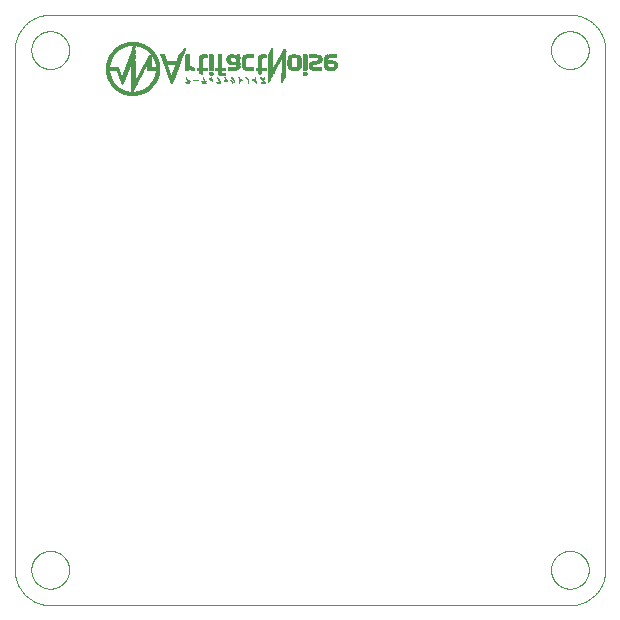
<source format=gbo>
G75*
%MOIN*%
%OFA0B0*%
%FSLAX25Y25*%
%IPPOS*%
%LPD*%
%AMOC8*
5,1,8,0,0,1.08239X$1,22.5*
%
%ADD10C,0.00000*%
%ADD11R,0.00039X0.00039*%
%ADD12R,0.00827X0.00039*%
%ADD13R,0.02008X0.00039*%
%ADD14R,0.00118X0.00039*%
%ADD15R,0.03110X0.00039*%
%ADD16R,0.03898X0.00039*%
%ADD17R,0.04528X0.00039*%
%ADD18R,0.04843X0.00039*%
%ADD19R,0.05079X0.00039*%
%ADD20R,0.05630X0.00039*%
%ADD21R,0.06102X0.00039*%
%ADD22R,0.06496X0.00039*%
%ADD23R,0.06654X0.00039*%
%ADD24R,0.06890X0.00039*%
%ADD25R,0.07283X0.00039*%
%ADD26R,0.07598X0.00039*%
%ADD27R,0.07913X0.00039*%
%ADD28R,0.07992X0.00039*%
%ADD29R,0.08228X0.00039*%
%ADD30R,0.03346X0.00039*%
%ADD31R,0.00276X0.00039*%
%ADD32R,0.02874X0.00039*%
%ADD33R,0.00354X0.00039*%
%ADD34R,0.02953X0.00039*%
%ADD35R,0.02717X0.00039*%
%ADD36R,0.00433X0.00039*%
%ADD37R,0.02559X0.00039*%
%ADD38R,0.00472X0.00039*%
%ADD39R,0.02638X0.00039*%
%ADD40R,0.02480X0.00039*%
%ADD41R,0.02323X0.00039*%
%ADD42R,0.00512X0.00039*%
%ADD43R,0.02402X0.00039*%
%ADD44R,0.02244X0.00039*%
%ADD45R,0.00591X0.00039*%
%ADD46R,0.02165X0.00039*%
%ADD47R,0.00669X0.00039*%
%ADD48R,0.02126X0.00039*%
%ADD49R,0.00748X0.00039*%
%ADD50R,0.02087X0.00039*%
%ADD51R,0.01969X0.00039*%
%ADD52R,0.01929X0.00039*%
%ADD53R,0.00079X0.00039*%
%ADD54R,0.01850X0.00039*%
%ADD55R,0.01772X0.00039*%
%ADD56R,0.01811X0.00039*%
%ADD57R,0.01693X0.00039*%
%ADD58R,0.00157X0.00039*%
%ADD59R,0.01732X0.00039*%
%ADD60R,0.00197X0.00039*%
%ADD61R,0.01654X0.00039*%
%ADD62R,0.00551X0.00039*%
%ADD63R,0.01614X0.00039*%
%ADD64R,0.00866X0.00039*%
%ADD65R,0.00236X0.00039*%
%ADD66R,0.00906X0.00039*%
%ADD67R,0.01535X0.00039*%
%ADD68R,0.00630X0.00039*%
%ADD69R,0.00984X0.00039*%
%ADD70R,0.00945X0.00039*%
%ADD71R,0.01575X0.00039*%
%ADD72R,0.00709X0.00039*%
%ADD73R,0.01496X0.00039*%
%ADD74R,0.01457X0.00039*%
%ADD75R,0.00787X0.00039*%
%ADD76R,0.01063X0.00039*%
%ADD77R,0.01378X0.00039*%
%ADD78R,0.01417X0.00039*%
%ADD79R,0.01102X0.00039*%
%ADD80R,0.01142X0.00039*%
%ADD81R,0.01024X0.00039*%
%ADD82R,0.01299X0.00039*%
%ADD83R,0.01220X0.00039*%
%ADD84R,0.01339X0.00039*%
%ADD85R,0.01181X0.00039*%
%ADD86R,0.01260X0.00039*%
%ADD87R,0.02362X0.00039*%
%ADD88R,0.02677X0.00039*%
%ADD89R,0.03031X0.00039*%
%ADD90R,0.02913X0.00039*%
%ADD91R,0.03189X0.00039*%
%ADD92R,0.03268X0.00039*%
%ADD93R,0.03071X0.00039*%
%ADD94R,0.02795X0.00039*%
%ADD95R,0.03425X0.00039*%
%ADD96R,0.02047X0.00039*%
%ADD97R,0.03386X0.00039*%
%ADD98R,0.03504X0.00039*%
%ADD99R,0.02205X0.00039*%
%ADD100R,0.03819X0.00039*%
%ADD101R,0.03307X0.00039*%
%ADD102R,0.03583X0.00039*%
%ADD103R,0.02283X0.00039*%
%ADD104R,0.03465X0.00039*%
%ADD105R,0.03661X0.00039*%
%ADD106R,0.03976X0.00039*%
%ADD107R,0.03740X0.00039*%
%ADD108R,0.04055X0.00039*%
%ADD109R,0.03780X0.00039*%
%ADD110R,0.02441X0.00039*%
%ADD111R,0.03543X0.00039*%
%ADD112R,0.03858X0.00039*%
%ADD113R,0.04134X0.00039*%
%ADD114R,0.04016X0.00039*%
%ADD115R,0.01890X0.00039*%
%ADD116R,0.04488X0.00039*%
%ADD117R,0.04449X0.00039*%
%ADD118R,0.04409X0.00039*%
%ADD119R,0.04370X0.00039*%
%ADD120R,0.02992X0.00039*%
%ADD121R,0.04331X0.00039*%
%ADD122R,0.04094X0.00039*%
%ADD123R,0.04252X0.00039*%
%ADD124R,0.04213X0.00039*%
%ADD125R,0.04173X0.00039*%
%ADD126R,0.03622X0.00039*%
%ADD127R,0.03701X0.00039*%
%ADD128R,0.03937X0.00039*%
%ADD129R,0.04291X0.00039*%
%ADD130R,0.00315X0.00039*%
%ADD131R,0.00394X0.00039*%
%ADD132R,0.08386X0.00039*%
%ADD133R,0.08071X0.00039*%
%ADD134R,0.07835X0.00039*%
%ADD135R,0.07441X0.00039*%
%ADD136R,0.07126X0.00039*%
%ADD137R,0.06811X0.00039*%
%ADD138R,0.06732X0.00039*%
%ADD139R,0.06339X0.00039*%
%ADD140R,0.05866X0.00039*%
%ADD141R,0.05472X0.00039*%
%ADD142R,0.04921X0.00039*%
D10*
X0005724Y0017535D02*
X0005724Y0190764D01*
X0011236Y0190764D02*
X0011238Y0190922D01*
X0011244Y0191080D01*
X0011254Y0191238D01*
X0011268Y0191396D01*
X0011286Y0191553D01*
X0011307Y0191710D01*
X0011333Y0191866D01*
X0011363Y0192022D01*
X0011396Y0192177D01*
X0011434Y0192330D01*
X0011475Y0192483D01*
X0011520Y0192635D01*
X0011569Y0192786D01*
X0011622Y0192935D01*
X0011678Y0193083D01*
X0011738Y0193229D01*
X0011802Y0193374D01*
X0011870Y0193517D01*
X0011941Y0193659D01*
X0012015Y0193799D01*
X0012093Y0193936D01*
X0012175Y0194072D01*
X0012259Y0194206D01*
X0012348Y0194337D01*
X0012439Y0194466D01*
X0012534Y0194593D01*
X0012631Y0194718D01*
X0012732Y0194840D01*
X0012836Y0194959D01*
X0012943Y0195076D01*
X0013053Y0195190D01*
X0013166Y0195301D01*
X0013281Y0195410D01*
X0013399Y0195515D01*
X0013520Y0195617D01*
X0013643Y0195717D01*
X0013769Y0195813D01*
X0013897Y0195906D01*
X0014027Y0195996D01*
X0014160Y0196082D01*
X0014295Y0196166D01*
X0014431Y0196245D01*
X0014570Y0196322D01*
X0014711Y0196394D01*
X0014853Y0196464D01*
X0014997Y0196529D01*
X0015143Y0196591D01*
X0015290Y0196649D01*
X0015439Y0196704D01*
X0015589Y0196755D01*
X0015740Y0196802D01*
X0015892Y0196845D01*
X0016045Y0196884D01*
X0016200Y0196920D01*
X0016355Y0196951D01*
X0016511Y0196979D01*
X0016667Y0197003D01*
X0016824Y0197023D01*
X0016982Y0197039D01*
X0017139Y0197051D01*
X0017298Y0197059D01*
X0017456Y0197063D01*
X0017614Y0197063D01*
X0017772Y0197059D01*
X0017931Y0197051D01*
X0018088Y0197039D01*
X0018246Y0197023D01*
X0018403Y0197003D01*
X0018559Y0196979D01*
X0018715Y0196951D01*
X0018870Y0196920D01*
X0019025Y0196884D01*
X0019178Y0196845D01*
X0019330Y0196802D01*
X0019481Y0196755D01*
X0019631Y0196704D01*
X0019780Y0196649D01*
X0019927Y0196591D01*
X0020073Y0196529D01*
X0020217Y0196464D01*
X0020359Y0196394D01*
X0020500Y0196322D01*
X0020639Y0196245D01*
X0020775Y0196166D01*
X0020910Y0196082D01*
X0021043Y0195996D01*
X0021173Y0195906D01*
X0021301Y0195813D01*
X0021427Y0195717D01*
X0021550Y0195617D01*
X0021671Y0195515D01*
X0021789Y0195410D01*
X0021904Y0195301D01*
X0022017Y0195190D01*
X0022127Y0195076D01*
X0022234Y0194959D01*
X0022338Y0194840D01*
X0022439Y0194718D01*
X0022536Y0194593D01*
X0022631Y0194466D01*
X0022722Y0194337D01*
X0022811Y0194206D01*
X0022895Y0194072D01*
X0022977Y0193936D01*
X0023055Y0193799D01*
X0023129Y0193659D01*
X0023200Y0193517D01*
X0023268Y0193374D01*
X0023332Y0193229D01*
X0023392Y0193083D01*
X0023448Y0192935D01*
X0023501Y0192786D01*
X0023550Y0192635D01*
X0023595Y0192483D01*
X0023636Y0192330D01*
X0023674Y0192177D01*
X0023707Y0192022D01*
X0023737Y0191866D01*
X0023763Y0191710D01*
X0023784Y0191553D01*
X0023802Y0191396D01*
X0023816Y0191238D01*
X0023826Y0191080D01*
X0023832Y0190922D01*
X0023834Y0190764D01*
X0023832Y0190606D01*
X0023826Y0190448D01*
X0023816Y0190290D01*
X0023802Y0190132D01*
X0023784Y0189975D01*
X0023763Y0189818D01*
X0023737Y0189662D01*
X0023707Y0189506D01*
X0023674Y0189351D01*
X0023636Y0189198D01*
X0023595Y0189045D01*
X0023550Y0188893D01*
X0023501Y0188742D01*
X0023448Y0188593D01*
X0023392Y0188445D01*
X0023332Y0188299D01*
X0023268Y0188154D01*
X0023200Y0188011D01*
X0023129Y0187869D01*
X0023055Y0187729D01*
X0022977Y0187592D01*
X0022895Y0187456D01*
X0022811Y0187322D01*
X0022722Y0187191D01*
X0022631Y0187062D01*
X0022536Y0186935D01*
X0022439Y0186810D01*
X0022338Y0186688D01*
X0022234Y0186569D01*
X0022127Y0186452D01*
X0022017Y0186338D01*
X0021904Y0186227D01*
X0021789Y0186118D01*
X0021671Y0186013D01*
X0021550Y0185911D01*
X0021427Y0185811D01*
X0021301Y0185715D01*
X0021173Y0185622D01*
X0021043Y0185532D01*
X0020910Y0185446D01*
X0020775Y0185362D01*
X0020639Y0185283D01*
X0020500Y0185206D01*
X0020359Y0185134D01*
X0020217Y0185064D01*
X0020073Y0184999D01*
X0019927Y0184937D01*
X0019780Y0184879D01*
X0019631Y0184824D01*
X0019481Y0184773D01*
X0019330Y0184726D01*
X0019178Y0184683D01*
X0019025Y0184644D01*
X0018870Y0184608D01*
X0018715Y0184577D01*
X0018559Y0184549D01*
X0018403Y0184525D01*
X0018246Y0184505D01*
X0018088Y0184489D01*
X0017931Y0184477D01*
X0017772Y0184469D01*
X0017614Y0184465D01*
X0017456Y0184465D01*
X0017298Y0184469D01*
X0017139Y0184477D01*
X0016982Y0184489D01*
X0016824Y0184505D01*
X0016667Y0184525D01*
X0016511Y0184549D01*
X0016355Y0184577D01*
X0016200Y0184608D01*
X0016045Y0184644D01*
X0015892Y0184683D01*
X0015740Y0184726D01*
X0015589Y0184773D01*
X0015439Y0184824D01*
X0015290Y0184879D01*
X0015143Y0184937D01*
X0014997Y0184999D01*
X0014853Y0185064D01*
X0014711Y0185134D01*
X0014570Y0185206D01*
X0014431Y0185283D01*
X0014295Y0185362D01*
X0014160Y0185446D01*
X0014027Y0185532D01*
X0013897Y0185622D01*
X0013769Y0185715D01*
X0013643Y0185811D01*
X0013520Y0185911D01*
X0013399Y0186013D01*
X0013281Y0186118D01*
X0013166Y0186227D01*
X0013053Y0186338D01*
X0012943Y0186452D01*
X0012836Y0186569D01*
X0012732Y0186688D01*
X0012631Y0186810D01*
X0012534Y0186935D01*
X0012439Y0187062D01*
X0012348Y0187191D01*
X0012259Y0187322D01*
X0012175Y0187456D01*
X0012093Y0187592D01*
X0012015Y0187729D01*
X0011941Y0187869D01*
X0011870Y0188011D01*
X0011802Y0188154D01*
X0011738Y0188299D01*
X0011678Y0188445D01*
X0011622Y0188593D01*
X0011569Y0188742D01*
X0011520Y0188893D01*
X0011475Y0189045D01*
X0011434Y0189198D01*
X0011396Y0189351D01*
X0011363Y0189506D01*
X0011333Y0189662D01*
X0011307Y0189818D01*
X0011286Y0189975D01*
X0011268Y0190132D01*
X0011254Y0190290D01*
X0011244Y0190448D01*
X0011238Y0190606D01*
X0011236Y0190764D01*
X0005724Y0190764D02*
X0005727Y0191049D01*
X0005738Y0191335D01*
X0005755Y0191620D01*
X0005779Y0191904D01*
X0005810Y0192188D01*
X0005848Y0192471D01*
X0005893Y0192752D01*
X0005944Y0193033D01*
X0006002Y0193313D01*
X0006067Y0193591D01*
X0006139Y0193867D01*
X0006217Y0194141D01*
X0006302Y0194414D01*
X0006394Y0194684D01*
X0006492Y0194952D01*
X0006596Y0195218D01*
X0006707Y0195481D01*
X0006824Y0195741D01*
X0006947Y0195999D01*
X0007077Y0196253D01*
X0007213Y0196504D01*
X0007354Y0196752D01*
X0007502Y0196996D01*
X0007655Y0197237D01*
X0007815Y0197473D01*
X0007980Y0197706D01*
X0008150Y0197935D01*
X0008326Y0198160D01*
X0008508Y0198380D01*
X0008694Y0198596D01*
X0008886Y0198807D01*
X0009083Y0199014D01*
X0009285Y0199216D01*
X0009492Y0199413D01*
X0009703Y0199605D01*
X0009919Y0199791D01*
X0010139Y0199973D01*
X0010364Y0200149D01*
X0010593Y0200319D01*
X0010826Y0200484D01*
X0011062Y0200644D01*
X0011303Y0200797D01*
X0011547Y0200945D01*
X0011795Y0201086D01*
X0012046Y0201222D01*
X0012300Y0201352D01*
X0012558Y0201475D01*
X0012818Y0201592D01*
X0013081Y0201703D01*
X0013347Y0201807D01*
X0013615Y0201905D01*
X0013885Y0201997D01*
X0014158Y0202082D01*
X0014432Y0202160D01*
X0014708Y0202232D01*
X0014986Y0202297D01*
X0015266Y0202355D01*
X0015547Y0202406D01*
X0015828Y0202451D01*
X0016111Y0202489D01*
X0016395Y0202520D01*
X0016679Y0202544D01*
X0016964Y0202561D01*
X0017250Y0202572D01*
X0017535Y0202575D01*
X0190764Y0202575D01*
X0184465Y0190764D02*
X0184467Y0190922D01*
X0184473Y0191080D01*
X0184483Y0191238D01*
X0184497Y0191396D01*
X0184515Y0191553D01*
X0184536Y0191710D01*
X0184562Y0191866D01*
X0184592Y0192022D01*
X0184625Y0192177D01*
X0184663Y0192330D01*
X0184704Y0192483D01*
X0184749Y0192635D01*
X0184798Y0192786D01*
X0184851Y0192935D01*
X0184907Y0193083D01*
X0184967Y0193229D01*
X0185031Y0193374D01*
X0185099Y0193517D01*
X0185170Y0193659D01*
X0185244Y0193799D01*
X0185322Y0193936D01*
X0185404Y0194072D01*
X0185488Y0194206D01*
X0185577Y0194337D01*
X0185668Y0194466D01*
X0185763Y0194593D01*
X0185860Y0194718D01*
X0185961Y0194840D01*
X0186065Y0194959D01*
X0186172Y0195076D01*
X0186282Y0195190D01*
X0186395Y0195301D01*
X0186510Y0195410D01*
X0186628Y0195515D01*
X0186749Y0195617D01*
X0186872Y0195717D01*
X0186998Y0195813D01*
X0187126Y0195906D01*
X0187256Y0195996D01*
X0187389Y0196082D01*
X0187524Y0196166D01*
X0187660Y0196245D01*
X0187799Y0196322D01*
X0187940Y0196394D01*
X0188082Y0196464D01*
X0188226Y0196529D01*
X0188372Y0196591D01*
X0188519Y0196649D01*
X0188668Y0196704D01*
X0188818Y0196755D01*
X0188969Y0196802D01*
X0189121Y0196845D01*
X0189274Y0196884D01*
X0189429Y0196920D01*
X0189584Y0196951D01*
X0189740Y0196979D01*
X0189896Y0197003D01*
X0190053Y0197023D01*
X0190211Y0197039D01*
X0190368Y0197051D01*
X0190527Y0197059D01*
X0190685Y0197063D01*
X0190843Y0197063D01*
X0191001Y0197059D01*
X0191160Y0197051D01*
X0191317Y0197039D01*
X0191475Y0197023D01*
X0191632Y0197003D01*
X0191788Y0196979D01*
X0191944Y0196951D01*
X0192099Y0196920D01*
X0192254Y0196884D01*
X0192407Y0196845D01*
X0192559Y0196802D01*
X0192710Y0196755D01*
X0192860Y0196704D01*
X0193009Y0196649D01*
X0193156Y0196591D01*
X0193302Y0196529D01*
X0193446Y0196464D01*
X0193588Y0196394D01*
X0193729Y0196322D01*
X0193868Y0196245D01*
X0194004Y0196166D01*
X0194139Y0196082D01*
X0194272Y0195996D01*
X0194402Y0195906D01*
X0194530Y0195813D01*
X0194656Y0195717D01*
X0194779Y0195617D01*
X0194900Y0195515D01*
X0195018Y0195410D01*
X0195133Y0195301D01*
X0195246Y0195190D01*
X0195356Y0195076D01*
X0195463Y0194959D01*
X0195567Y0194840D01*
X0195668Y0194718D01*
X0195765Y0194593D01*
X0195860Y0194466D01*
X0195951Y0194337D01*
X0196040Y0194206D01*
X0196124Y0194072D01*
X0196206Y0193936D01*
X0196284Y0193799D01*
X0196358Y0193659D01*
X0196429Y0193517D01*
X0196497Y0193374D01*
X0196561Y0193229D01*
X0196621Y0193083D01*
X0196677Y0192935D01*
X0196730Y0192786D01*
X0196779Y0192635D01*
X0196824Y0192483D01*
X0196865Y0192330D01*
X0196903Y0192177D01*
X0196936Y0192022D01*
X0196966Y0191866D01*
X0196992Y0191710D01*
X0197013Y0191553D01*
X0197031Y0191396D01*
X0197045Y0191238D01*
X0197055Y0191080D01*
X0197061Y0190922D01*
X0197063Y0190764D01*
X0197061Y0190606D01*
X0197055Y0190448D01*
X0197045Y0190290D01*
X0197031Y0190132D01*
X0197013Y0189975D01*
X0196992Y0189818D01*
X0196966Y0189662D01*
X0196936Y0189506D01*
X0196903Y0189351D01*
X0196865Y0189198D01*
X0196824Y0189045D01*
X0196779Y0188893D01*
X0196730Y0188742D01*
X0196677Y0188593D01*
X0196621Y0188445D01*
X0196561Y0188299D01*
X0196497Y0188154D01*
X0196429Y0188011D01*
X0196358Y0187869D01*
X0196284Y0187729D01*
X0196206Y0187592D01*
X0196124Y0187456D01*
X0196040Y0187322D01*
X0195951Y0187191D01*
X0195860Y0187062D01*
X0195765Y0186935D01*
X0195668Y0186810D01*
X0195567Y0186688D01*
X0195463Y0186569D01*
X0195356Y0186452D01*
X0195246Y0186338D01*
X0195133Y0186227D01*
X0195018Y0186118D01*
X0194900Y0186013D01*
X0194779Y0185911D01*
X0194656Y0185811D01*
X0194530Y0185715D01*
X0194402Y0185622D01*
X0194272Y0185532D01*
X0194139Y0185446D01*
X0194004Y0185362D01*
X0193868Y0185283D01*
X0193729Y0185206D01*
X0193588Y0185134D01*
X0193446Y0185064D01*
X0193302Y0184999D01*
X0193156Y0184937D01*
X0193009Y0184879D01*
X0192860Y0184824D01*
X0192710Y0184773D01*
X0192559Y0184726D01*
X0192407Y0184683D01*
X0192254Y0184644D01*
X0192099Y0184608D01*
X0191944Y0184577D01*
X0191788Y0184549D01*
X0191632Y0184525D01*
X0191475Y0184505D01*
X0191317Y0184489D01*
X0191160Y0184477D01*
X0191001Y0184469D01*
X0190843Y0184465D01*
X0190685Y0184465D01*
X0190527Y0184469D01*
X0190368Y0184477D01*
X0190211Y0184489D01*
X0190053Y0184505D01*
X0189896Y0184525D01*
X0189740Y0184549D01*
X0189584Y0184577D01*
X0189429Y0184608D01*
X0189274Y0184644D01*
X0189121Y0184683D01*
X0188969Y0184726D01*
X0188818Y0184773D01*
X0188668Y0184824D01*
X0188519Y0184879D01*
X0188372Y0184937D01*
X0188226Y0184999D01*
X0188082Y0185064D01*
X0187940Y0185134D01*
X0187799Y0185206D01*
X0187660Y0185283D01*
X0187524Y0185362D01*
X0187389Y0185446D01*
X0187256Y0185532D01*
X0187126Y0185622D01*
X0186998Y0185715D01*
X0186872Y0185811D01*
X0186749Y0185911D01*
X0186628Y0186013D01*
X0186510Y0186118D01*
X0186395Y0186227D01*
X0186282Y0186338D01*
X0186172Y0186452D01*
X0186065Y0186569D01*
X0185961Y0186688D01*
X0185860Y0186810D01*
X0185763Y0186935D01*
X0185668Y0187062D01*
X0185577Y0187191D01*
X0185488Y0187322D01*
X0185404Y0187456D01*
X0185322Y0187592D01*
X0185244Y0187729D01*
X0185170Y0187869D01*
X0185099Y0188011D01*
X0185031Y0188154D01*
X0184967Y0188299D01*
X0184907Y0188445D01*
X0184851Y0188593D01*
X0184798Y0188742D01*
X0184749Y0188893D01*
X0184704Y0189045D01*
X0184663Y0189198D01*
X0184625Y0189351D01*
X0184592Y0189506D01*
X0184562Y0189662D01*
X0184536Y0189818D01*
X0184515Y0189975D01*
X0184497Y0190132D01*
X0184483Y0190290D01*
X0184473Y0190448D01*
X0184467Y0190606D01*
X0184465Y0190764D01*
X0190764Y0202575D02*
X0191049Y0202572D01*
X0191335Y0202561D01*
X0191620Y0202544D01*
X0191904Y0202520D01*
X0192188Y0202489D01*
X0192471Y0202451D01*
X0192752Y0202406D01*
X0193033Y0202355D01*
X0193313Y0202297D01*
X0193591Y0202232D01*
X0193867Y0202160D01*
X0194141Y0202082D01*
X0194414Y0201997D01*
X0194684Y0201905D01*
X0194952Y0201807D01*
X0195218Y0201703D01*
X0195481Y0201592D01*
X0195741Y0201475D01*
X0195999Y0201352D01*
X0196253Y0201222D01*
X0196504Y0201086D01*
X0196752Y0200945D01*
X0196996Y0200797D01*
X0197237Y0200644D01*
X0197473Y0200484D01*
X0197706Y0200319D01*
X0197935Y0200149D01*
X0198160Y0199973D01*
X0198380Y0199791D01*
X0198596Y0199605D01*
X0198807Y0199413D01*
X0199014Y0199216D01*
X0199216Y0199014D01*
X0199413Y0198807D01*
X0199605Y0198596D01*
X0199791Y0198380D01*
X0199973Y0198160D01*
X0200149Y0197935D01*
X0200319Y0197706D01*
X0200484Y0197473D01*
X0200644Y0197237D01*
X0200797Y0196996D01*
X0200945Y0196752D01*
X0201086Y0196504D01*
X0201222Y0196253D01*
X0201352Y0195999D01*
X0201475Y0195741D01*
X0201592Y0195481D01*
X0201703Y0195218D01*
X0201807Y0194952D01*
X0201905Y0194684D01*
X0201997Y0194414D01*
X0202082Y0194141D01*
X0202160Y0193867D01*
X0202232Y0193591D01*
X0202297Y0193313D01*
X0202355Y0193033D01*
X0202406Y0192752D01*
X0202451Y0192471D01*
X0202489Y0192188D01*
X0202520Y0191904D01*
X0202544Y0191620D01*
X0202561Y0191335D01*
X0202572Y0191049D01*
X0202575Y0190764D01*
X0202575Y0017535D01*
X0184465Y0017535D02*
X0184467Y0017693D01*
X0184473Y0017851D01*
X0184483Y0018009D01*
X0184497Y0018167D01*
X0184515Y0018324D01*
X0184536Y0018481D01*
X0184562Y0018637D01*
X0184592Y0018793D01*
X0184625Y0018948D01*
X0184663Y0019101D01*
X0184704Y0019254D01*
X0184749Y0019406D01*
X0184798Y0019557D01*
X0184851Y0019706D01*
X0184907Y0019854D01*
X0184967Y0020000D01*
X0185031Y0020145D01*
X0185099Y0020288D01*
X0185170Y0020430D01*
X0185244Y0020570D01*
X0185322Y0020707D01*
X0185404Y0020843D01*
X0185488Y0020977D01*
X0185577Y0021108D01*
X0185668Y0021237D01*
X0185763Y0021364D01*
X0185860Y0021489D01*
X0185961Y0021611D01*
X0186065Y0021730D01*
X0186172Y0021847D01*
X0186282Y0021961D01*
X0186395Y0022072D01*
X0186510Y0022181D01*
X0186628Y0022286D01*
X0186749Y0022388D01*
X0186872Y0022488D01*
X0186998Y0022584D01*
X0187126Y0022677D01*
X0187256Y0022767D01*
X0187389Y0022853D01*
X0187524Y0022937D01*
X0187660Y0023016D01*
X0187799Y0023093D01*
X0187940Y0023165D01*
X0188082Y0023235D01*
X0188226Y0023300D01*
X0188372Y0023362D01*
X0188519Y0023420D01*
X0188668Y0023475D01*
X0188818Y0023526D01*
X0188969Y0023573D01*
X0189121Y0023616D01*
X0189274Y0023655D01*
X0189429Y0023691D01*
X0189584Y0023722D01*
X0189740Y0023750D01*
X0189896Y0023774D01*
X0190053Y0023794D01*
X0190211Y0023810D01*
X0190368Y0023822D01*
X0190527Y0023830D01*
X0190685Y0023834D01*
X0190843Y0023834D01*
X0191001Y0023830D01*
X0191160Y0023822D01*
X0191317Y0023810D01*
X0191475Y0023794D01*
X0191632Y0023774D01*
X0191788Y0023750D01*
X0191944Y0023722D01*
X0192099Y0023691D01*
X0192254Y0023655D01*
X0192407Y0023616D01*
X0192559Y0023573D01*
X0192710Y0023526D01*
X0192860Y0023475D01*
X0193009Y0023420D01*
X0193156Y0023362D01*
X0193302Y0023300D01*
X0193446Y0023235D01*
X0193588Y0023165D01*
X0193729Y0023093D01*
X0193868Y0023016D01*
X0194004Y0022937D01*
X0194139Y0022853D01*
X0194272Y0022767D01*
X0194402Y0022677D01*
X0194530Y0022584D01*
X0194656Y0022488D01*
X0194779Y0022388D01*
X0194900Y0022286D01*
X0195018Y0022181D01*
X0195133Y0022072D01*
X0195246Y0021961D01*
X0195356Y0021847D01*
X0195463Y0021730D01*
X0195567Y0021611D01*
X0195668Y0021489D01*
X0195765Y0021364D01*
X0195860Y0021237D01*
X0195951Y0021108D01*
X0196040Y0020977D01*
X0196124Y0020843D01*
X0196206Y0020707D01*
X0196284Y0020570D01*
X0196358Y0020430D01*
X0196429Y0020288D01*
X0196497Y0020145D01*
X0196561Y0020000D01*
X0196621Y0019854D01*
X0196677Y0019706D01*
X0196730Y0019557D01*
X0196779Y0019406D01*
X0196824Y0019254D01*
X0196865Y0019101D01*
X0196903Y0018948D01*
X0196936Y0018793D01*
X0196966Y0018637D01*
X0196992Y0018481D01*
X0197013Y0018324D01*
X0197031Y0018167D01*
X0197045Y0018009D01*
X0197055Y0017851D01*
X0197061Y0017693D01*
X0197063Y0017535D01*
X0197061Y0017377D01*
X0197055Y0017219D01*
X0197045Y0017061D01*
X0197031Y0016903D01*
X0197013Y0016746D01*
X0196992Y0016589D01*
X0196966Y0016433D01*
X0196936Y0016277D01*
X0196903Y0016122D01*
X0196865Y0015969D01*
X0196824Y0015816D01*
X0196779Y0015664D01*
X0196730Y0015513D01*
X0196677Y0015364D01*
X0196621Y0015216D01*
X0196561Y0015070D01*
X0196497Y0014925D01*
X0196429Y0014782D01*
X0196358Y0014640D01*
X0196284Y0014500D01*
X0196206Y0014363D01*
X0196124Y0014227D01*
X0196040Y0014093D01*
X0195951Y0013962D01*
X0195860Y0013833D01*
X0195765Y0013706D01*
X0195668Y0013581D01*
X0195567Y0013459D01*
X0195463Y0013340D01*
X0195356Y0013223D01*
X0195246Y0013109D01*
X0195133Y0012998D01*
X0195018Y0012889D01*
X0194900Y0012784D01*
X0194779Y0012682D01*
X0194656Y0012582D01*
X0194530Y0012486D01*
X0194402Y0012393D01*
X0194272Y0012303D01*
X0194139Y0012217D01*
X0194004Y0012133D01*
X0193868Y0012054D01*
X0193729Y0011977D01*
X0193588Y0011905D01*
X0193446Y0011835D01*
X0193302Y0011770D01*
X0193156Y0011708D01*
X0193009Y0011650D01*
X0192860Y0011595D01*
X0192710Y0011544D01*
X0192559Y0011497D01*
X0192407Y0011454D01*
X0192254Y0011415D01*
X0192099Y0011379D01*
X0191944Y0011348D01*
X0191788Y0011320D01*
X0191632Y0011296D01*
X0191475Y0011276D01*
X0191317Y0011260D01*
X0191160Y0011248D01*
X0191001Y0011240D01*
X0190843Y0011236D01*
X0190685Y0011236D01*
X0190527Y0011240D01*
X0190368Y0011248D01*
X0190211Y0011260D01*
X0190053Y0011276D01*
X0189896Y0011296D01*
X0189740Y0011320D01*
X0189584Y0011348D01*
X0189429Y0011379D01*
X0189274Y0011415D01*
X0189121Y0011454D01*
X0188969Y0011497D01*
X0188818Y0011544D01*
X0188668Y0011595D01*
X0188519Y0011650D01*
X0188372Y0011708D01*
X0188226Y0011770D01*
X0188082Y0011835D01*
X0187940Y0011905D01*
X0187799Y0011977D01*
X0187660Y0012054D01*
X0187524Y0012133D01*
X0187389Y0012217D01*
X0187256Y0012303D01*
X0187126Y0012393D01*
X0186998Y0012486D01*
X0186872Y0012582D01*
X0186749Y0012682D01*
X0186628Y0012784D01*
X0186510Y0012889D01*
X0186395Y0012998D01*
X0186282Y0013109D01*
X0186172Y0013223D01*
X0186065Y0013340D01*
X0185961Y0013459D01*
X0185860Y0013581D01*
X0185763Y0013706D01*
X0185668Y0013833D01*
X0185577Y0013962D01*
X0185488Y0014093D01*
X0185404Y0014227D01*
X0185322Y0014363D01*
X0185244Y0014500D01*
X0185170Y0014640D01*
X0185099Y0014782D01*
X0185031Y0014925D01*
X0184967Y0015070D01*
X0184907Y0015216D01*
X0184851Y0015364D01*
X0184798Y0015513D01*
X0184749Y0015664D01*
X0184704Y0015816D01*
X0184663Y0015969D01*
X0184625Y0016122D01*
X0184592Y0016277D01*
X0184562Y0016433D01*
X0184536Y0016589D01*
X0184515Y0016746D01*
X0184497Y0016903D01*
X0184483Y0017061D01*
X0184473Y0017219D01*
X0184467Y0017377D01*
X0184465Y0017535D01*
X0190764Y0005724D02*
X0191049Y0005727D01*
X0191335Y0005738D01*
X0191620Y0005755D01*
X0191904Y0005779D01*
X0192188Y0005810D01*
X0192471Y0005848D01*
X0192752Y0005893D01*
X0193033Y0005944D01*
X0193313Y0006002D01*
X0193591Y0006067D01*
X0193867Y0006139D01*
X0194141Y0006217D01*
X0194414Y0006302D01*
X0194684Y0006394D01*
X0194952Y0006492D01*
X0195218Y0006596D01*
X0195481Y0006707D01*
X0195741Y0006824D01*
X0195999Y0006947D01*
X0196253Y0007077D01*
X0196504Y0007213D01*
X0196752Y0007354D01*
X0196996Y0007502D01*
X0197237Y0007655D01*
X0197473Y0007815D01*
X0197706Y0007980D01*
X0197935Y0008150D01*
X0198160Y0008326D01*
X0198380Y0008508D01*
X0198596Y0008694D01*
X0198807Y0008886D01*
X0199014Y0009083D01*
X0199216Y0009285D01*
X0199413Y0009492D01*
X0199605Y0009703D01*
X0199791Y0009919D01*
X0199973Y0010139D01*
X0200149Y0010364D01*
X0200319Y0010593D01*
X0200484Y0010826D01*
X0200644Y0011062D01*
X0200797Y0011303D01*
X0200945Y0011547D01*
X0201086Y0011795D01*
X0201222Y0012046D01*
X0201352Y0012300D01*
X0201475Y0012558D01*
X0201592Y0012818D01*
X0201703Y0013081D01*
X0201807Y0013347D01*
X0201905Y0013615D01*
X0201997Y0013885D01*
X0202082Y0014158D01*
X0202160Y0014432D01*
X0202232Y0014708D01*
X0202297Y0014986D01*
X0202355Y0015266D01*
X0202406Y0015547D01*
X0202451Y0015828D01*
X0202489Y0016111D01*
X0202520Y0016395D01*
X0202544Y0016679D01*
X0202561Y0016964D01*
X0202572Y0017250D01*
X0202575Y0017535D01*
X0190764Y0005724D02*
X0017535Y0005724D01*
X0011236Y0017535D02*
X0011238Y0017693D01*
X0011244Y0017851D01*
X0011254Y0018009D01*
X0011268Y0018167D01*
X0011286Y0018324D01*
X0011307Y0018481D01*
X0011333Y0018637D01*
X0011363Y0018793D01*
X0011396Y0018948D01*
X0011434Y0019101D01*
X0011475Y0019254D01*
X0011520Y0019406D01*
X0011569Y0019557D01*
X0011622Y0019706D01*
X0011678Y0019854D01*
X0011738Y0020000D01*
X0011802Y0020145D01*
X0011870Y0020288D01*
X0011941Y0020430D01*
X0012015Y0020570D01*
X0012093Y0020707D01*
X0012175Y0020843D01*
X0012259Y0020977D01*
X0012348Y0021108D01*
X0012439Y0021237D01*
X0012534Y0021364D01*
X0012631Y0021489D01*
X0012732Y0021611D01*
X0012836Y0021730D01*
X0012943Y0021847D01*
X0013053Y0021961D01*
X0013166Y0022072D01*
X0013281Y0022181D01*
X0013399Y0022286D01*
X0013520Y0022388D01*
X0013643Y0022488D01*
X0013769Y0022584D01*
X0013897Y0022677D01*
X0014027Y0022767D01*
X0014160Y0022853D01*
X0014295Y0022937D01*
X0014431Y0023016D01*
X0014570Y0023093D01*
X0014711Y0023165D01*
X0014853Y0023235D01*
X0014997Y0023300D01*
X0015143Y0023362D01*
X0015290Y0023420D01*
X0015439Y0023475D01*
X0015589Y0023526D01*
X0015740Y0023573D01*
X0015892Y0023616D01*
X0016045Y0023655D01*
X0016200Y0023691D01*
X0016355Y0023722D01*
X0016511Y0023750D01*
X0016667Y0023774D01*
X0016824Y0023794D01*
X0016982Y0023810D01*
X0017139Y0023822D01*
X0017298Y0023830D01*
X0017456Y0023834D01*
X0017614Y0023834D01*
X0017772Y0023830D01*
X0017931Y0023822D01*
X0018088Y0023810D01*
X0018246Y0023794D01*
X0018403Y0023774D01*
X0018559Y0023750D01*
X0018715Y0023722D01*
X0018870Y0023691D01*
X0019025Y0023655D01*
X0019178Y0023616D01*
X0019330Y0023573D01*
X0019481Y0023526D01*
X0019631Y0023475D01*
X0019780Y0023420D01*
X0019927Y0023362D01*
X0020073Y0023300D01*
X0020217Y0023235D01*
X0020359Y0023165D01*
X0020500Y0023093D01*
X0020639Y0023016D01*
X0020775Y0022937D01*
X0020910Y0022853D01*
X0021043Y0022767D01*
X0021173Y0022677D01*
X0021301Y0022584D01*
X0021427Y0022488D01*
X0021550Y0022388D01*
X0021671Y0022286D01*
X0021789Y0022181D01*
X0021904Y0022072D01*
X0022017Y0021961D01*
X0022127Y0021847D01*
X0022234Y0021730D01*
X0022338Y0021611D01*
X0022439Y0021489D01*
X0022536Y0021364D01*
X0022631Y0021237D01*
X0022722Y0021108D01*
X0022811Y0020977D01*
X0022895Y0020843D01*
X0022977Y0020707D01*
X0023055Y0020570D01*
X0023129Y0020430D01*
X0023200Y0020288D01*
X0023268Y0020145D01*
X0023332Y0020000D01*
X0023392Y0019854D01*
X0023448Y0019706D01*
X0023501Y0019557D01*
X0023550Y0019406D01*
X0023595Y0019254D01*
X0023636Y0019101D01*
X0023674Y0018948D01*
X0023707Y0018793D01*
X0023737Y0018637D01*
X0023763Y0018481D01*
X0023784Y0018324D01*
X0023802Y0018167D01*
X0023816Y0018009D01*
X0023826Y0017851D01*
X0023832Y0017693D01*
X0023834Y0017535D01*
X0023832Y0017377D01*
X0023826Y0017219D01*
X0023816Y0017061D01*
X0023802Y0016903D01*
X0023784Y0016746D01*
X0023763Y0016589D01*
X0023737Y0016433D01*
X0023707Y0016277D01*
X0023674Y0016122D01*
X0023636Y0015969D01*
X0023595Y0015816D01*
X0023550Y0015664D01*
X0023501Y0015513D01*
X0023448Y0015364D01*
X0023392Y0015216D01*
X0023332Y0015070D01*
X0023268Y0014925D01*
X0023200Y0014782D01*
X0023129Y0014640D01*
X0023055Y0014500D01*
X0022977Y0014363D01*
X0022895Y0014227D01*
X0022811Y0014093D01*
X0022722Y0013962D01*
X0022631Y0013833D01*
X0022536Y0013706D01*
X0022439Y0013581D01*
X0022338Y0013459D01*
X0022234Y0013340D01*
X0022127Y0013223D01*
X0022017Y0013109D01*
X0021904Y0012998D01*
X0021789Y0012889D01*
X0021671Y0012784D01*
X0021550Y0012682D01*
X0021427Y0012582D01*
X0021301Y0012486D01*
X0021173Y0012393D01*
X0021043Y0012303D01*
X0020910Y0012217D01*
X0020775Y0012133D01*
X0020639Y0012054D01*
X0020500Y0011977D01*
X0020359Y0011905D01*
X0020217Y0011835D01*
X0020073Y0011770D01*
X0019927Y0011708D01*
X0019780Y0011650D01*
X0019631Y0011595D01*
X0019481Y0011544D01*
X0019330Y0011497D01*
X0019178Y0011454D01*
X0019025Y0011415D01*
X0018870Y0011379D01*
X0018715Y0011348D01*
X0018559Y0011320D01*
X0018403Y0011296D01*
X0018246Y0011276D01*
X0018088Y0011260D01*
X0017931Y0011248D01*
X0017772Y0011240D01*
X0017614Y0011236D01*
X0017456Y0011236D01*
X0017298Y0011240D01*
X0017139Y0011248D01*
X0016982Y0011260D01*
X0016824Y0011276D01*
X0016667Y0011296D01*
X0016511Y0011320D01*
X0016355Y0011348D01*
X0016200Y0011379D01*
X0016045Y0011415D01*
X0015892Y0011454D01*
X0015740Y0011497D01*
X0015589Y0011544D01*
X0015439Y0011595D01*
X0015290Y0011650D01*
X0015143Y0011708D01*
X0014997Y0011770D01*
X0014853Y0011835D01*
X0014711Y0011905D01*
X0014570Y0011977D01*
X0014431Y0012054D01*
X0014295Y0012133D01*
X0014160Y0012217D01*
X0014027Y0012303D01*
X0013897Y0012393D01*
X0013769Y0012486D01*
X0013643Y0012582D01*
X0013520Y0012682D01*
X0013399Y0012784D01*
X0013281Y0012889D01*
X0013166Y0012998D01*
X0013053Y0013109D01*
X0012943Y0013223D01*
X0012836Y0013340D01*
X0012732Y0013459D01*
X0012631Y0013581D01*
X0012534Y0013706D01*
X0012439Y0013833D01*
X0012348Y0013962D01*
X0012259Y0014093D01*
X0012175Y0014227D01*
X0012093Y0014363D01*
X0012015Y0014500D01*
X0011941Y0014640D01*
X0011870Y0014782D01*
X0011802Y0014925D01*
X0011738Y0015070D01*
X0011678Y0015216D01*
X0011622Y0015364D01*
X0011569Y0015513D01*
X0011520Y0015664D01*
X0011475Y0015816D01*
X0011434Y0015969D01*
X0011396Y0016122D01*
X0011363Y0016277D01*
X0011333Y0016433D01*
X0011307Y0016589D01*
X0011286Y0016746D01*
X0011268Y0016903D01*
X0011254Y0017061D01*
X0011244Y0017219D01*
X0011238Y0017377D01*
X0011236Y0017535D01*
X0005724Y0017535D02*
X0005727Y0017250D01*
X0005738Y0016964D01*
X0005755Y0016679D01*
X0005779Y0016395D01*
X0005810Y0016111D01*
X0005848Y0015828D01*
X0005893Y0015547D01*
X0005944Y0015266D01*
X0006002Y0014986D01*
X0006067Y0014708D01*
X0006139Y0014432D01*
X0006217Y0014158D01*
X0006302Y0013885D01*
X0006394Y0013615D01*
X0006492Y0013347D01*
X0006596Y0013081D01*
X0006707Y0012818D01*
X0006824Y0012558D01*
X0006947Y0012300D01*
X0007077Y0012046D01*
X0007213Y0011795D01*
X0007354Y0011547D01*
X0007502Y0011303D01*
X0007655Y0011062D01*
X0007815Y0010826D01*
X0007980Y0010593D01*
X0008150Y0010364D01*
X0008326Y0010139D01*
X0008508Y0009919D01*
X0008694Y0009703D01*
X0008886Y0009492D01*
X0009083Y0009285D01*
X0009285Y0009083D01*
X0009492Y0008886D01*
X0009703Y0008694D01*
X0009919Y0008508D01*
X0010139Y0008326D01*
X0010364Y0008150D01*
X0010593Y0007980D01*
X0010826Y0007815D01*
X0011062Y0007655D01*
X0011303Y0007502D01*
X0011547Y0007354D01*
X0011795Y0007213D01*
X0012046Y0007077D01*
X0012300Y0006947D01*
X0012558Y0006824D01*
X0012818Y0006707D01*
X0013081Y0006596D01*
X0013347Y0006492D01*
X0013615Y0006394D01*
X0013885Y0006302D01*
X0014158Y0006217D01*
X0014432Y0006139D01*
X0014708Y0006067D01*
X0014986Y0006002D01*
X0015266Y0005944D01*
X0015547Y0005893D01*
X0015828Y0005848D01*
X0016111Y0005810D01*
X0016395Y0005779D01*
X0016679Y0005755D01*
X0016964Y0005738D01*
X0017250Y0005727D01*
X0017535Y0005724D01*
D11*
X0044189Y0175488D03*
X0044465Y0175449D03*
X0044543Y0175449D03*
X0044622Y0175449D03*
X0043835Y0175528D03*
X0043717Y0175567D03*
X0043441Y0175606D03*
X0043323Y0175646D03*
X0043047Y0175685D03*
X0043008Y0175724D03*
X0042693Y0175803D03*
X0042457Y0175882D03*
X0042220Y0175961D03*
X0042063Y0176039D03*
X0041827Y0176118D03*
X0041669Y0176197D03*
X0041039Y0176512D03*
X0041354Y0177535D03*
X0041197Y0177614D03*
X0040961Y0177772D03*
X0040882Y0177850D03*
X0040724Y0177929D03*
X0040488Y0178087D03*
X0040409Y0178165D03*
X0039937Y0178559D03*
X0039622Y0178874D03*
X0039307Y0179189D03*
X0038913Y0179661D03*
X0038835Y0179819D03*
X0038677Y0180055D03*
X0038283Y0180606D03*
X0038205Y0180764D03*
X0038126Y0180921D03*
X0038047Y0181079D03*
X0037260Y0180606D03*
X0037181Y0180685D03*
X0037181Y0180764D03*
X0037102Y0180921D03*
X0037024Y0181079D03*
X0036945Y0181236D03*
X0036866Y0181630D03*
X0036787Y0181866D03*
X0036709Y0182024D03*
X0036630Y0182496D03*
X0036551Y0182890D03*
X0036551Y0182969D03*
X0036472Y0183441D03*
X0036472Y0183756D03*
X0037339Y0183756D03*
X0037535Y0183874D03*
X0037614Y0183874D03*
X0037693Y0183874D03*
X0037772Y0183874D03*
X0037850Y0183874D03*
X0037929Y0183874D03*
X0038008Y0183874D03*
X0038087Y0183874D03*
X0038165Y0183874D03*
X0038244Y0183874D03*
X0038323Y0183874D03*
X0038402Y0183874D03*
X0038480Y0183874D03*
X0038559Y0183874D03*
X0038638Y0183874D03*
X0038717Y0183874D03*
X0038795Y0183874D03*
X0038874Y0183874D03*
X0038953Y0183874D03*
X0039031Y0183874D03*
X0039110Y0183874D03*
X0039189Y0183874D03*
X0039268Y0183874D03*
X0039346Y0183874D03*
X0039425Y0183874D03*
X0039504Y0183874D03*
X0039583Y0183874D03*
X0039661Y0183874D03*
X0039740Y0183874D03*
X0039819Y0183874D03*
X0039898Y0183874D03*
X0040016Y0183835D03*
X0040173Y0183283D03*
X0040252Y0183126D03*
X0040331Y0182969D03*
X0040331Y0182890D03*
X0040567Y0182181D03*
X0040646Y0182024D03*
X0040646Y0181945D03*
X0040724Y0181866D03*
X0040803Y0181630D03*
X0040961Y0181079D03*
X0041039Y0180921D03*
X0041118Y0180764D03*
X0041118Y0180685D03*
X0041276Y0180370D03*
X0041433Y0179819D03*
X0041512Y0179661D03*
X0041591Y0179425D03*
X0041669Y0179189D03*
X0041984Y0179504D03*
X0042457Y0180370D03*
X0042457Y0180449D03*
X0042535Y0180606D03*
X0042614Y0180764D03*
X0042772Y0181315D03*
X0042850Y0181551D03*
X0042929Y0181630D03*
X0042929Y0181709D03*
X0043008Y0181866D03*
X0043244Y0182575D03*
X0043323Y0182811D03*
X0043402Y0182969D03*
X0043559Y0183520D03*
X0043717Y0183835D03*
X0043717Y0183913D03*
X0043795Y0184071D03*
X0044031Y0184780D03*
X0044110Y0185016D03*
X0044189Y0185173D03*
X0044268Y0185331D03*
X0044740Y0185409D03*
X0044740Y0185488D03*
X0044740Y0185724D03*
X0044740Y0185803D03*
X0044740Y0186039D03*
X0044740Y0186118D03*
X0044583Y0186276D03*
X0044661Y0186433D03*
X0044740Y0186433D03*
X0044740Y0186354D03*
X0044504Y0186118D03*
X0044504Y0186039D03*
X0044740Y0185173D03*
X0044740Y0185094D03*
X0044740Y0184858D03*
X0044740Y0184780D03*
X0044740Y0184543D03*
X0044740Y0184465D03*
X0044740Y0184228D03*
X0044740Y0184150D03*
X0044740Y0183913D03*
X0044740Y0183835D03*
X0044740Y0183598D03*
X0044740Y0183520D03*
X0044740Y0183283D03*
X0044740Y0183205D03*
X0044740Y0182969D03*
X0044740Y0182890D03*
X0044740Y0182654D03*
X0044740Y0182575D03*
X0044740Y0182339D03*
X0044740Y0182260D03*
X0044740Y0182024D03*
X0044740Y0181945D03*
X0044740Y0181709D03*
X0044740Y0181630D03*
X0044740Y0181394D03*
X0044740Y0181315D03*
X0044740Y0181079D03*
X0044740Y0181000D03*
X0044740Y0180764D03*
X0044740Y0180685D03*
X0044740Y0180449D03*
X0044740Y0180370D03*
X0044740Y0180134D03*
X0044740Y0180055D03*
X0044740Y0179819D03*
X0044740Y0179740D03*
X0044740Y0179504D03*
X0044740Y0179425D03*
X0044740Y0179189D03*
X0044740Y0179110D03*
X0044740Y0178874D03*
X0044740Y0178795D03*
X0044740Y0178559D03*
X0044740Y0178480D03*
X0044740Y0178244D03*
X0044740Y0178165D03*
X0044740Y0177929D03*
X0044740Y0177850D03*
X0044740Y0177614D03*
X0044740Y0177535D03*
X0044740Y0177299D03*
X0044740Y0177220D03*
X0044740Y0176984D03*
X0044740Y0176906D03*
X0044740Y0176669D03*
X0044740Y0176591D03*
X0044346Y0176591D03*
X0044268Y0176591D03*
X0044189Y0176591D03*
X0044150Y0176630D03*
X0044071Y0176630D03*
X0043795Y0176669D03*
X0043717Y0176669D03*
X0043677Y0176709D03*
X0043598Y0176709D03*
X0042850Y0176906D03*
X0042772Y0176906D03*
X0042614Y0176984D03*
X0041984Y0177220D03*
X0041827Y0177299D03*
X0040094Y0177142D03*
X0039858Y0177299D03*
X0039622Y0177457D03*
X0039543Y0177535D03*
X0039307Y0177772D03*
X0039228Y0177850D03*
X0038992Y0178087D03*
X0038913Y0178165D03*
X0038677Y0178402D03*
X0038598Y0178480D03*
X0038283Y0178874D03*
X0038126Y0179110D03*
X0037811Y0179504D03*
X0037732Y0179661D03*
X0037654Y0179740D03*
X0037654Y0179819D03*
X0037575Y0179976D03*
X0037496Y0180055D03*
X0037339Y0180370D03*
X0037732Y0181945D03*
X0037732Y0182024D03*
X0037654Y0182181D03*
X0037575Y0182575D03*
X0037496Y0182811D03*
X0037417Y0183205D03*
X0037417Y0183283D03*
X0037417Y0184780D03*
X0037496Y0184780D03*
X0037575Y0184780D03*
X0037654Y0184780D03*
X0037732Y0184780D03*
X0037811Y0184780D03*
X0037890Y0184780D03*
X0037969Y0184780D03*
X0038047Y0184780D03*
X0038126Y0184780D03*
X0038205Y0184780D03*
X0038283Y0184780D03*
X0038362Y0184780D03*
X0038441Y0184780D03*
X0038520Y0184780D03*
X0038598Y0184780D03*
X0038677Y0184780D03*
X0038756Y0184780D03*
X0038835Y0184780D03*
X0038913Y0184780D03*
X0038992Y0184780D03*
X0039071Y0184780D03*
X0039150Y0184780D03*
X0039228Y0184780D03*
X0039307Y0184780D03*
X0039386Y0184780D03*
X0039465Y0184780D03*
X0039543Y0184780D03*
X0039622Y0184780D03*
X0039701Y0184780D03*
X0039780Y0184780D03*
X0039858Y0184780D03*
X0039937Y0184780D03*
X0040016Y0184780D03*
X0040094Y0184780D03*
X0040173Y0184780D03*
X0040252Y0184780D03*
X0040331Y0184780D03*
X0040646Y0184071D03*
X0040724Y0183913D03*
X0040724Y0183835D03*
X0040803Y0183756D03*
X0040882Y0183520D03*
X0041118Y0182811D03*
X0041197Y0182654D03*
X0041197Y0182575D03*
X0041276Y0182496D03*
X0041354Y0182260D03*
X0041906Y0182024D03*
X0041984Y0182181D03*
X0041827Y0181866D03*
X0041748Y0181709D03*
X0041748Y0181630D03*
X0041591Y0181551D03*
X0042220Y0182890D03*
X0042220Y0182969D03*
X0042299Y0183126D03*
X0042378Y0183283D03*
X0042535Y0183835D03*
X0042693Y0184150D03*
X0042693Y0184228D03*
X0042772Y0184386D03*
X0042850Y0184543D03*
X0043008Y0185094D03*
X0043165Y0185409D03*
X0043165Y0185488D03*
X0043244Y0185646D03*
X0043480Y0186354D03*
X0043559Y0186591D03*
X0043638Y0186669D03*
X0043638Y0186748D03*
X0043717Y0186906D03*
X0043953Y0187614D03*
X0044031Y0187850D03*
X0044110Y0188008D03*
X0044189Y0188165D03*
X0044425Y0188874D03*
X0044504Y0189110D03*
X0044583Y0189268D03*
X0044661Y0189425D03*
X0044898Y0190134D03*
X0044898Y0190213D03*
X0044976Y0190370D03*
X0045055Y0190528D03*
X0045213Y0191079D03*
X0045213Y0191157D03*
X0045213Y0191394D03*
X0045213Y0191472D03*
X0045528Y0191787D03*
X0045685Y0192024D03*
X0045685Y0192102D03*
X0046039Y0192063D03*
X0046118Y0192063D03*
X0046472Y0192024D03*
X0046669Y0191984D03*
X0046945Y0191945D03*
X0047024Y0191945D03*
X0047063Y0191906D03*
X0047575Y0191787D03*
X0047614Y0191748D03*
X0048126Y0192654D03*
X0048205Y0192654D03*
X0048362Y0192575D03*
X0048756Y0192417D03*
X0048913Y0192339D03*
X0048992Y0192339D03*
X0049268Y0192220D03*
X0049307Y0192181D03*
X0049386Y0192102D03*
X0049465Y0192102D03*
X0049543Y0192024D03*
X0048913Y0191236D03*
X0048795Y0191276D03*
X0048756Y0191315D03*
X0048638Y0191354D03*
X0049386Y0191000D03*
X0049622Y0190843D03*
X0049780Y0190764D03*
X0049858Y0190685D03*
X0050094Y0190528D03*
X0050567Y0190134D03*
X0050646Y0190055D03*
X0050882Y0189819D03*
X0050961Y0189740D03*
X0051197Y0189504D03*
X0051276Y0189425D03*
X0051669Y0188874D03*
X0051748Y0188795D03*
X0051827Y0188638D03*
X0051354Y0188717D03*
X0051276Y0188717D03*
X0051197Y0188717D03*
X0051118Y0188717D03*
X0051039Y0188717D03*
X0050961Y0188717D03*
X0050882Y0188717D03*
X0050803Y0188717D03*
X0050724Y0188638D03*
X0050646Y0188480D03*
X0050567Y0188323D03*
X0050488Y0188165D03*
X0050409Y0188008D03*
X0051354Y0188165D03*
X0051354Y0187850D03*
X0051354Y0187535D03*
X0051354Y0187220D03*
X0051354Y0186906D03*
X0051354Y0186591D03*
X0051354Y0186276D03*
X0051354Y0185961D03*
X0051354Y0185646D03*
X0051354Y0185331D03*
X0051354Y0185016D03*
X0051472Y0184819D03*
X0051551Y0184819D03*
X0051630Y0184819D03*
X0051709Y0184819D03*
X0051787Y0184819D03*
X0051866Y0184819D03*
X0051945Y0184819D03*
X0052024Y0184819D03*
X0052102Y0184819D03*
X0052181Y0184819D03*
X0052260Y0184819D03*
X0052339Y0184819D03*
X0052417Y0184819D03*
X0052496Y0184819D03*
X0052575Y0184819D03*
X0052654Y0184819D03*
X0052732Y0184819D03*
X0052811Y0184819D03*
X0052890Y0184819D03*
X0052969Y0184819D03*
X0053087Y0184858D03*
X0053087Y0185094D03*
X0053087Y0185173D03*
X0053087Y0185409D03*
X0053008Y0185646D03*
X0052929Y0186039D03*
X0052929Y0186118D03*
X0052772Y0186669D03*
X0052772Y0186748D03*
X0052693Y0186906D03*
X0052457Y0187614D03*
X0052299Y0187929D03*
X0053165Y0188244D03*
X0053008Y0188559D03*
X0052850Y0188874D03*
X0052457Y0189425D03*
X0052378Y0189583D03*
X0051984Y0190055D03*
X0051906Y0190134D03*
X0051669Y0190370D03*
X0051591Y0190449D03*
X0051354Y0190685D03*
X0051276Y0190764D03*
X0051039Y0191000D03*
X0050961Y0191079D03*
X0051354Y0188480D03*
X0053323Y0187929D03*
X0053480Y0187614D03*
X0053638Y0187063D03*
X0053717Y0186906D03*
X0053795Y0186669D03*
X0053874Y0186276D03*
X0053953Y0186039D03*
X0053953Y0185803D03*
X0054031Y0185331D03*
X0054110Y0184858D03*
X0054110Y0184780D03*
X0054110Y0184543D03*
X0054110Y0184465D03*
X0054110Y0184228D03*
X0054110Y0184150D03*
X0054110Y0183913D03*
X0054110Y0183835D03*
X0054031Y0183126D03*
X0053953Y0182654D03*
X0053953Y0182575D03*
X0053874Y0182181D03*
X0053795Y0182024D03*
X0053795Y0181945D03*
X0053638Y0181394D03*
X0053559Y0181236D03*
X0053480Y0181000D03*
X0053323Y0180685D03*
X0053008Y0180055D03*
X0052850Y0179740D03*
X0052693Y0179504D03*
X0052614Y0179346D03*
X0052220Y0178795D03*
X0052142Y0178717D03*
X0051748Y0178244D03*
X0051433Y0177929D03*
X0050961Y0177535D03*
X0050882Y0177457D03*
X0050173Y0176906D03*
X0049465Y0176512D03*
X0049346Y0176394D03*
X0049228Y0176354D03*
X0049071Y0176276D03*
X0048835Y0176197D03*
X0048283Y0175961D03*
X0048047Y0175882D03*
X0047772Y0175764D03*
X0047575Y0175724D03*
X0047496Y0175724D03*
X0047457Y0175685D03*
X0047260Y0175646D03*
X0047181Y0175646D03*
X0046866Y0175567D03*
X0046787Y0175567D03*
X0046748Y0175528D03*
X0046669Y0175528D03*
X0046394Y0175488D03*
X0046315Y0175488D03*
X0046118Y0175449D03*
X0046039Y0175449D03*
X0045961Y0175449D03*
X0045646Y0176551D03*
X0045567Y0176551D03*
X0045488Y0176551D03*
X0045331Y0176551D03*
X0045173Y0176551D03*
X0045134Y0176591D03*
X0045134Y0176669D03*
X0045213Y0176827D03*
X0045291Y0176906D03*
X0045291Y0176984D03*
X0045449Y0177220D03*
X0045606Y0177535D03*
X0045764Y0177850D03*
X0046157Y0176591D03*
X0046354Y0176630D03*
X0046630Y0176669D03*
X0046827Y0176709D03*
X0047024Y0176748D03*
X0047142Y0176787D03*
X0047339Y0176827D03*
X0047457Y0176866D03*
X0047890Y0176984D03*
X0047929Y0177024D03*
X0048283Y0177142D03*
X0048323Y0177181D03*
X0048677Y0177299D03*
X0048756Y0177378D03*
X0048913Y0177457D03*
X0049622Y0177850D03*
X0050331Y0178402D03*
X0050409Y0178480D03*
X0051039Y0179110D03*
X0051276Y0179346D03*
X0051354Y0179425D03*
X0051669Y0179819D03*
X0051748Y0179976D03*
X0051827Y0180055D03*
X0051984Y0180370D03*
X0052614Y0181630D03*
X0052693Y0181866D03*
X0052772Y0182024D03*
X0052929Y0182575D03*
X0052929Y0182654D03*
X0053008Y0183126D03*
X0053087Y0183520D03*
X0053087Y0183598D03*
X0053087Y0183835D03*
X0056079Y0184780D03*
X0056079Y0184858D03*
X0056157Y0184701D03*
X0056236Y0184465D03*
X0056394Y0183913D03*
X0056472Y0183756D03*
X0056551Y0183598D03*
X0056551Y0183520D03*
X0056787Y0182811D03*
X0056866Y0182654D03*
X0056945Y0182496D03*
X0057024Y0182260D03*
X0057181Y0181709D03*
X0057260Y0181551D03*
X0057339Y0181394D03*
X0057339Y0181315D03*
X0057496Y0181000D03*
X0057654Y0180449D03*
X0057732Y0180291D03*
X0057811Y0180055D03*
X0058205Y0179504D03*
X0058047Y0179346D03*
X0058835Y0180370D03*
X0058913Y0180606D03*
X0058992Y0180764D03*
X0059307Y0181630D03*
X0059307Y0181709D03*
X0059386Y0181866D03*
X0059465Y0182024D03*
X0059622Y0182575D03*
X0059780Y0182890D03*
X0059780Y0182969D03*
X0059858Y0183126D03*
X0060094Y0183835D03*
X0060173Y0184071D03*
X0060252Y0184150D03*
X0060252Y0184228D03*
X0060331Y0184386D03*
X0060567Y0185094D03*
X0060646Y0185331D03*
X0060724Y0185488D03*
X0061039Y0186354D03*
X0061039Y0186433D03*
X0061118Y0186591D03*
X0061197Y0186748D03*
X0061354Y0187299D03*
X0061512Y0187614D03*
X0061512Y0187693D03*
X0061591Y0187850D03*
X0061827Y0188559D03*
X0061906Y0188795D03*
X0061984Y0188874D03*
X0061984Y0188953D03*
X0062063Y0189110D03*
X0062299Y0189819D03*
X0062378Y0190055D03*
X0062457Y0190213D03*
X0062063Y0190449D03*
X0062299Y0190685D03*
X0062378Y0190764D03*
X0062614Y0191000D03*
X0062693Y0191079D03*
X0062772Y0191079D03*
X0062772Y0191157D03*
X0062811Y0191197D03*
X0062850Y0191236D03*
X0061748Y0190134D03*
X0061276Y0189583D03*
X0060961Y0189268D03*
X0060646Y0188874D03*
X0060409Y0188165D03*
X0060331Y0188008D03*
X0060331Y0187929D03*
X0060252Y0187850D03*
X0060173Y0187614D03*
X0060016Y0187063D03*
X0059937Y0186906D03*
X0059740Y0186787D03*
X0059661Y0186787D03*
X0059583Y0186787D03*
X0059504Y0186787D03*
X0059425Y0186787D03*
X0059346Y0186787D03*
X0059268Y0186787D03*
X0059189Y0186787D03*
X0059110Y0186787D03*
X0059031Y0186787D03*
X0058953Y0186787D03*
X0058874Y0186787D03*
X0058795Y0186787D03*
X0058717Y0186787D03*
X0058638Y0186787D03*
X0058559Y0186787D03*
X0058480Y0186787D03*
X0058402Y0186787D03*
X0058323Y0186787D03*
X0058244Y0186787D03*
X0058165Y0186787D03*
X0058087Y0186787D03*
X0058008Y0186787D03*
X0057929Y0186787D03*
X0057850Y0186787D03*
X0057772Y0186787D03*
X0057693Y0186787D03*
X0057614Y0186787D03*
X0057535Y0186787D03*
X0057457Y0186787D03*
X0057378Y0186787D03*
X0057299Y0186787D03*
X0057220Y0186787D03*
X0057142Y0186787D03*
X0057063Y0186787D03*
X0056984Y0186787D03*
X0056906Y0186787D03*
X0056827Y0186787D03*
X0056748Y0186787D03*
X0056709Y0186748D03*
X0056669Y0186787D03*
X0056709Y0186669D03*
X0056394Y0186591D03*
X0056472Y0186433D03*
X0056472Y0186354D03*
X0056866Y0186118D03*
X0056945Y0185961D03*
X0056630Y0185803D03*
X0056709Y0185646D03*
X0056787Y0185409D03*
X0056945Y0184858D03*
X0057024Y0184701D03*
X0057102Y0184543D03*
X0057102Y0184465D03*
X0057339Y0183756D03*
X0057417Y0183598D03*
X0057417Y0183520D03*
X0057575Y0183205D03*
X0057732Y0182654D03*
X0057811Y0182496D03*
X0057890Y0182260D03*
X0058283Y0182260D03*
X0058362Y0182496D03*
X0058441Y0182575D03*
X0058441Y0182654D03*
X0058520Y0182811D03*
X0058756Y0183520D03*
X0058835Y0183756D03*
X0058913Y0183835D03*
X0058913Y0183913D03*
X0058992Y0184071D03*
X0059228Y0184780D03*
X0059307Y0185016D03*
X0059386Y0185173D03*
X0059465Y0185331D03*
X0059543Y0185803D03*
X0059386Y0185803D03*
X0059228Y0185803D03*
X0059071Y0185803D03*
X0058913Y0185803D03*
X0058756Y0185803D03*
X0058598Y0185803D03*
X0058441Y0185803D03*
X0058283Y0185803D03*
X0058126Y0185803D03*
X0057969Y0185803D03*
X0057811Y0185803D03*
X0057654Y0185803D03*
X0057496Y0185803D03*
X0056315Y0186984D03*
X0056157Y0187299D03*
X0056157Y0187378D03*
X0056079Y0187535D03*
X0055843Y0188244D03*
X0055764Y0188480D03*
X0055685Y0188638D03*
X0055528Y0189110D03*
X0055449Y0189110D03*
X0055370Y0189110D03*
X0055291Y0189110D03*
X0055213Y0189110D03*
X0055134Y0189110D03*
X0055055Y0189110D03*
X0054976Y0189110D03*
X0054898Y0189110D03*
X0054819Y0189110D03*
X0054740Y0189110D03*
X0054661Y0189110D03*
X0054583Y0189110D03*
X0054661Y0188874D03*
X0054819Y0188323D03*
X0054898Y0188165D03*
X0054976Y0187929D03*
X0055213Y0187220D03*
X0055291Y0187063D03*
X0055291Y0186984D03*
X0055370Y0186906D03*
X0055449Y0186669D03*
X0055606Y0186118D03*
X0055685Y0185961D03*
X0055764Y0185803D03*
X0055764Y0185724D03*
X0056000Y0185016D03*
X0050173Y0185016D03*
X0050173Y0185331D03*
X0050173Y0185646D03*
X0050016Y0185724D03*
X0049858Y0185409D03*
X0049780Y0185331D03*
X0049701Y0185173D03*
X0049701Y0185094D03*
X0049622Y0185016D03*
X0049543Y0184858D03*
X0049465Y0184701D03*
X0049386Y0184543D03*
X0049307Y0184386D03*
X0049228Y0184228D03*
X0049150Y0184071D03*
X0048441Y0184386D03*
X0048520Y0184543D03*
X0048598Y0184701D03*
X0048677Y0184858D03*
X0048756Y0185016D03*
X0048835Y0185094D03*
X0048835Y0185173D03*
X0048913Y0185331D03*
X0048992Y0185409D03*
X0048992Y0185488D03*
X0049150Y0185724D03*
X0049307Y0186039D03*
X0049465Y0186354D03*
X0050173Y0184701D03*
X0050173Y0184386D03*
X0050173Y0184071D03*
X0048362Y0184228D03*
X0048283Y0184071D03*
X0048205Y0183913D03*
X0048126Y0183756D03*
X0048126Y0182260D03*
X0047969Y0181945D03*
X0047811Y0181630D03*
X0047654Y0181315D03*
X0047575Y0181236D03*
X0047496Y0181079D03*
X0047496Y0181000D03*
X0047417Y0180921D03*
X0047339Y0180764D03*
X0047260Y0180606D03*
X0047181Y0180449D03*
X0047102Y0180291D03*
X0047024Y0180134D03*
X0046945Y0179976D03*
X0046866Y0179819D03*
X0046157Y0180134D03*
X0046079Y0179976D03*
X0046236Y0180291D03*
X0046315Y0180449D03*
X0046394Y0180606D03*
X0046472Y0180764D03*
X0046551Y0180921D03*
X0046630Y0181000D03*
X0046630Y0181079D03*
X0046709Y0181236D03*
X0046787Y0181315D03*
X0046787Y0181394D03*
X0046945Y0181630D03*
X0047102Y0181945D03*
X0047260Y0182260D03*
X0040094Y0190213D03*
X0039543Y0189740D03*
X0039150Y0189268D03*
X0038835Y0188874D03*
X0038756Y0188795D03*
X0038677Y0188638D03*
X0038598Y0188480D03*
X0037890Y0189110D03*
X0037969Y0189268D03*
X0038047Y0189425D03*
X0038126Y0189504D03*
X0038441Y0189898D03*
X0038835Y0190370D03*
X0038913Y0190449D03*
X0039150Y0190685D03*
X0039228Y0190764D03*
X0039701Y0191157D03*
X0039937Y0191315D03*
X0040016Y0191394D03*
X0040488Y0191709D03*
X0040882Y0191945D03*
X0040961Y0192024D03*
X0041118Y0192102D03*
X0041591Y0192339D03*
X0041748Y0192417D03*
X0042142Y0192575D03*
X0042378Y0192654D03*
X0042417Y0192693D03*
X0042969Y0192850D03*
X0043165Y0192890D03*
X0043244Y0192890D03*
X0043283Y0192929D03*
X0043480Y0192969D03*
X0043677Y0193008D03*
X0043953Y0193047D03*
X0044150Y0193087D03*
X0044583Y0193126D03*
X0044661Y0193126D03*
X0044740Y0193126D03*
X0044819Y0193126D03*
X0045764Y0193126D03*
X0045843Y0193126D03*
X0045921Y0193126D03*
X0046276Y0193087D03*
X0046354Y0193087D03*
X0046433Y0193087D03*
X0046551Y0193047D03*
X0046630Y0193047D03*
X0046906Y0193008D03*
X0047024Y0192969D03*
X0047614Y0192850D03*
X0047850Y0192772D03*
X0044740Y0192102D03*
X0044661Y0192102D03*
X0044465Y0192063D03*
X0044386Y0192063D03*
X0044031Y0192024D03*
X0043835Y0191984D03*
X0043559Y0191945D03*
X0043480Y0191945D03*
X0043126Y0191827D03*
X0042929Y0191787D03*
X0042890Y0191748D03*
X0042654Y0191669D03*
X0041748Y0191315D03*
X0041197Y0191000D03*
X0041118Y0191000D03*
X0040882Y0190843D03*
X0040646Y0190685D03*
X0037339Y0188244D03*
X0037181Y0187929D03*
X0036945Y0187220D03*
X0036866Y0187063D03*
X0036866Y0186984D03*
X0036709Y0186433D03*
X0036630Y0186276D03*
X0036551Y0185803D03*
X0036551Y0185724D03*
X0036472Y0185331D03*
X0036472Y0185016D03*
X0036472Y0184701D03*
X0037417Y0185094D03*
X0037417Y0185173D03*
X0037417Y0185409D03*
X0037496Y0185646D03*
X0037575Y0186039D03*
X0037575Y0186118D03*
X0037732Y0186669D03*
X0037732Y0186748D03*
X0037811Y0186906D03*
X0037890Y0187063D03*
X0062811Y0183795D03*
X0063677Y0183795D03*
X0063717Y0184150D03*
X0063717Y0184465D03*
X0063717Y0184543D03*
X0063953Y0184465D03*
X0064031Y0184386D03*
X0064150Y0184189D03*
X0064268Y0184150D03*
X0064386Y0184031D03*
X0064504Y0183992D03*
X0064740Y0183913D03*
X0064780Y0183874D03*
X0064976Y0183835D03*
X0065055Y0183835D03*
X0065173Y0183795D03*
X0065764Y0183835D03*
X0065764Y0183913D03*
X0065764Y0184150D03*
X0065764Y0184228D03*
X0065764Y0184465D03*
X0065764Y0184543D03*
X0065134Y0184701D03*
X0065055Y0184701D03*
X0064898Y0184780D03*
X0064819Y0184780D03*
X0064661Y0184858D03*
X0064425Y0185016D03*
X0064031Y0185488D03*
X0063795Y0185961D03*
X0063795Y0186276D03*
X0063795Y0186591D03*
X0063795Y0186906D03*
X0063795Y0187220D03*
X0063795Y0187535D03*
X0063795Y0187850D03*
X0063795Y0188165D03*
X0063795Y0188480D03*
X0063795Y0188795D03*
X0067575Y0188323D03*
X0067575Y0188244D03*
X0067654Y0188480D03*
X0067732Y0188559D03*
X0067969Y0188795D03*
X0068362Y0188953D03*
X0068480Y0188992D03*
X0068677Y0188087D03*
X0068441Y0187693D03*
X0068441Y0187614D03*
X0068441Y0187378D03*
X0068441Y0187299D03*
X0068441Y0187063D03*
X0068441Y0186984D03*
X0068441Y0186748D03*
X0068441Y0186669D03*
X0068441Y0186433D03*
X0068441Y0186354D03*
X0068441Y0186118D03*
X0068441Y0186039D03*
X0068441Y0185803D03*
X0068441Y0185724D03*
X0068441Y0185488D03*
X0068441Y0185409D03*
X0068441Y0185173D03*
X0068441Y0185094D03*
X0068441Y0184858D03*
X0068441Y0184780D03*
X0068520Y0184622D03*
X0068598Y0184622D03*
X0068677Y0184622D03*
X0068756Y0184622D03*
X0068835Y0184622D03*
X0068913Y0184622D03*
X0068992Y0184622D03*
X0069071Y0184622D03*
X0069150Y0184622D03*
X0069228Y0184622D03*
X0069307Y0184622D03*
X0069386Y0184622D03*
X0069465Y0184622D03*
X0069543Y0184622D03*
X0069622Y0184622D03*
X0069701Y0184622D03*
X0069780Y0184622D03*
X0069858Y0184622D03*
X0069937Y0184622D03*
X0069937Y0184386D03*
X0069937Y0184071D03*
X0069898Y0183795D03*
X0069740Y0183795D03*
X0069583Y0183795D03*
X0069425Y0183795D03*
X0069268Y0183795D03*
X0069110Y0183795D03*
X0068953Y0183795D03*
X0068795Y0183795D03*
X0068638Y0183795D03*
X0068441Y0183598D03*
X0068441Y0183520D03*
X0068441Y0183283D03*
X0068441Y0183205D03*
X0068441Y0182969D03*
X0068441Y0182890D03*
X0068441Y0182654D03*
X0067496Y0182811D03*
X0067496Y0183126D03*
X0067496Y0183441D03*
X0067378Y0183795D03*
X0067220Y0183795D03*
X0067063Y0183795D03*
X0066906Y0183795D03*
X0066748Y0183795D03*
X0066709Y0184071D03*
X0066709Y0184386D03*
X0066709Y0184622D03*
X0066787Y0184622D03*
X0066866Y0184622D03*
X0066945Y0184622D03*
X0067024Y0184622D03*
X0067102Y0184622D03*
X0067181Y0184622D03*
X0067260Y0184622D03*
X0067339Y0184622D03*
X0067496Y0187850D03*
X0069937Y0188165D03*
X0069937Y0188480D03*
X0069937Y0188795D03*
X0070843Y0188992D03*
X0070882Y0188953D03*
X0070921Y0188992D03*
X0071000Y0188992D03*
X0071079Y0188992D03*
X0071157Y0188992D03*
X0071236Y0188992D03*
X0071315Y0188992D03*
X0071394Y0188992D03*
X0071472Y0188992D03*
X0071551Y0188992D03*
X0071630Y0188992D03*
X0071709Y0188992D03*
X0071787Y0188992D03*
X0071827Y0188795D03*
X0071827Y0188480D03*
X0071827Y0188165D03*
X0071827Y0187850D03*
X0071827Y0187535D03*
X0071827Y0187220D03*
X0071827Y0186906D03*
X0071827Y0186591D03*
X0071827Y0186276D03*
X0071827Y0185961D03*
X0071827Y0185646D03*
X0071827Y0185331D03*
X0071827Y0185016D03*
X0071827Y0184701D03*
X0071827Y0184386D03*
X0071827Y0184071D03*
X0071512Y0183283D03*
X0071433Y0183283D03*
X0071197Y0183283D03*
X0071039Y0183205D03*
X0070961Y0183126D03*
X0070882Y0182969D03*
X0070882Y0182890D03*
X0070882Y0182654D03*
X0070882Y0182575D03*
X0071118Y0182102D03*
X0071236Y0182063D03*
X0071472Y0182063D03*
X0071669Y0182181D03*
X0071748Y0182260D03*
X0071827Y0182496D03*
X0071827Y0182811D03*
X0072732Y0183795D03*
X0072772Y0183835D03*
X0072772Y0183913D03*
X0072890Y0183795D03*
X0073047Y0183795D03*
X0073205Y0183795D03*
X0073362Y0183795D03*
X0073520Y0183795D03*
X0073638Y0183756D03*
X0073638Y0183441D03*
X0073638Y0183126D03*
X0073717Y0182890D03*
X0073874Y0182575D03*
X0074031Y0182339D03*
X0074189Y0182260D03*
X0074504Y0182102D03*
X0074701Y0182063D03*
X0074583Y0183283D03*
X0074583Y0183520D03*
X0074583Y0183598D03*
X0074780Y0183795D03*
X0074937Y0183795D03*
X0075094Y0183795D03*
X0075252Y0183795D03*
X0075409Y0183795D03*
X0075567Y0183795D03*
X0075724Y0183795D03*
X0075882Y0183795D03*
X0076039Y0183795D03*
X0076079Y0182811D03*
X0076079Y0182496D03*
X0076079Y0182181D03*
X0075921Y0181472D03*
X0076000Y0181394D03*
X0075921Y0181315D03*
X0076000Y0181236D03*
X0076079Y0181236D03*
X0076079Y0181079D03*
X0076157Y0181079D03*
X0076157Y0181000D03*
X0076079Y0181000D03*
X0076079Y0180764D03*
X0076079Y0180685D03*
X0076118Y0180488D03*
X0076197Y0180488D03*
X0076236Y0180213D03*
X0076157Y0180213D03*
X0076079Y0180213D03*
X0076000Y0180213D03*
X0075921Y0180213D03*
X0075843Y0180213D03*
X0075764Y0180213D03*
X0075685Y0180213D03*
X0075685Y0180291D03*
X0076315Y0180213D03*
X0076394Y0180213D03*
X0076472Y0180213D03*
X0076551Y0180213D03*
X0076630Y0180213D03*
X0076709Y0180213D03*
X0076709Y0180291D03*
X0076472Y0180606D03*
X0076354Y0180803D03*
X0077929Y0180567D03*
X0077969Y0180528D03*
X0078047Y0180449D03*
X0078126Y0180134D03*
X0078362Y0180134D03*
X0078362Y0180055D03*
X0078441Y0179976D03*
X0078520Y0179740D03*
X0078362Y0179661D03*
X0079071Y0180055D03*
X0078992Y0180291D03*
X0078913Y0180449D03*
X0078835Y0180606D03*
X0078756Y0180685D03*
X0078756Y0180921D03*
X0078677Y0181000D03*
X0078520Y0180921D03*
X0078441Y0181000D03*
X0078441Y0181236D03*
X0078205Y0181157D03*
X0078205Y0181394D03*
X0078087Y0181512D03*
X0080606Y0181512D03*
X0080685Y0181512D03*
X0080764Y0181512D03*
X0080646Y0181394D03*
X0080646Y0181315D03*
X0080646Y0181079D03*
X0080646Y0181000D03*
X0080646Y0180764D03*
X0080646Y0180685D03*
X0080646Y0180449D03*
X0080646Y0180370D03*
X0080646Y0180134D03*
X0080646Y0180055D03*
X0080646Y0179819D03*
X0080646Y0179740D03*
X0080646Y0179504D03*
X0080646Y0179425D03*
X0081197Y0180370D03*
X0081236Y0180646D03*
X0081433Y0180764D03*
X0081512Y0180843D03*
X0082850Y0181315D03*
X0082929Y0181472D03*
X0082969Y0181512D03*
X0083165Y0181079D03*
X0083402Y0181079D03*
X0083480Y0180764D03*
X0083717Y0180764D03*
X0083717Y0180685D03*
X0083795Y0180606D03*
X0083874Y0180449D03*
X0083874Y0180370D03*
X0083795Y0180134D03*
X0083795Y0180055D03*
X0083953Y0179976D03*
X0083795Y0179819D03*
X0083795Y0179740D03*
X0083953Y0179661D03*
X0085213Y0180685D03*
X0085291Y0180606D03*
X0085449Y0180685D03*
X0085528Y0180449D03*
X0085764Y0180449D03*
X0085764Y0180291D03*
X0085921Y0180370D03*
X0086000Y0180370D03*
X0086000Y0180449D03*
X0086157Y0180606D03*
X0086000Y0180685D03*
X0086000Y0180764D03*
X0086157Y0180921D03*
X0086000Y0181000D03*
X0086000Y0181079D03*
X0086157Y0181236D03*
X0086000Y0181315D03*
X0086000Y0181394D03*
X0086157Y0180291D03*
X0086236Y0180055D03*
X0086315Y0179976D03*
X0086315Y0179740D03*
X0086394Y0179661D03*
X0086551Y0179504D03*
X0086551Y0179425D03*
X0086000Y0180055D03*
X0088047Y0179740D03*
X0088913Y0179976D03*
X0089071Y0180055D03*
X0089071Y0179819D03*
X0089071Y0179740D03*
X0089228Y0179661D03*
X0089307Y0179661D03*
X0089543Y0179661D03*
X0089622Y0179661D03*
X0089346Y0179386D03*
X0089268Y0179386D03*
X0088992Y0180291D03*
X0088913Y0180370D03*
X0088913Y0180449D03*
X0088677Y0180449D03*
X0088598Y0180606D03*
X0088520Y0180685D03*
X0088283Y0180921D03*
X0088047Y0181079D03*
X0087890Y0181315D03*
X0087969Y0181394D03*
X0087929Y0181433D03*
X0088835Y0181000D03*
X0088992Y0180921D03*
X0089071Y0181000D03*
X0089071Y0181236D03*
X0089150Y0181394D03*
X0089228Y0181394D03*
X0090409Y0181394D03*
X0090409Y0181315D03*
X0090409Y0181079D03*
X0090409Y0181000D03*
X0090409Y0180764D03*
X0090409Y0180685D03*
X0090409Y0180449D03*
X0090409Y0180370D03*
X0090409Y0180134D03*
X0090409Y0180055D03*
X0090567Y0179976D03*
X0090646Y0180134D03*
X0090724Y0180291D03*
X0090803Y0180449D03*
X0090882Y0180606D03*
X0090961Y0180685D03*
X0090961Y0180764D03*
X0091039Y0180921D03*
X0091118Y0181000D03*
X0091276Y0181315D03*
X0091433Y0181630D03*
X0090409Y0181630D03*
X0090409Y0181709D03*
X0090409Y0181945D03*
X0090409Y0182024D03*
X0090409Y0182260D03*
X0090409Y0182339D03*
X0090409Y0182575D03*
X0090409Y0182654D03*
X0090409Y0182890D03*
X0090409Y0182969D03*
X0090409Y0183205D03*
X0090409Y0183283D03*
X0090409Y0183520D03*
X0091827Y0183913D03*
X0091906Y0184071D03*
X0091984Y0184150D03*
X0091984Y0184228D03*
X0092063Y0184386D03*
X0092142Y0184465D03*
X0092142Y0184543D03*
X0092299Y0184780D03*
X0092457Y0185094D03*
X0092614Y0185409D03*
X0093165Y0184780D03*
X0093008Y0184465D03*
X0092850Y0184150D03*
X0092772Y0184071D03*
X0092693Y0183913D03*
X0092693Y0183835D03*
X0092614Y0183756D03*
X0092535Y0183598D03*
X0092457Y0183441D03*
X0092378Y0183283D03*
X0092299Y0183126D03*
X0090409Y0179819D03*
X0090449Y0179780D03*
X0090409Y0179740D03*
X0088047Y0182811D03*
X0088047Y0183126D03*
X0088047Y0183441D03*
X0088047Y0183756D03*
X0088047Y0184701D03*
X0088047Y0185016D03*
X0088047Y0185331D03*
X0088047Y0185646D03*
X0088047Y0185961D03*
X0088047Y0186276D03*
X0088047Y0186591D03*
X0088047Y0186906D03*
X0088047Y0187220D03*
X0088047Y0187535D03*
X0088126Y0187929D03*
X0088362Y0188087D03*
X0088323Y0188992D03*
X0088402Y0188992D03*
X0088244Y0188992D03*
X0088047Y0188953D03*
X0087693Y0188835D03*
X0087654Y0188795D03*
X0087417Y0188559D03*
X0087339Y0188480D03*
X0087260Y0188323D03*
X0087181Y0188165D03*
X0087102Y0187693D03*
X0087102Y0187614D03*
X0087102Y0187378D03*
X0087102Y0187299D03*
X0087102Y0187063D03*
X0087102Y0186984D03*
X0087102Y0186748D03*
X0087102Y0186669D03*
X0087102Y0186433D03*
X0087102Y0186354D03*
X0087102Y0186118D03*
X0087102Y0186039D03*
X0087102Y0185803D03*
X0087102Y0185724D03*
X0087102Y0185488D03*
X0087102Y0185409D03*
X0087102Y0185173D03*
X0087102Y0185094D03*
X0087102Y0184858D03*
X0087102Y0184780D03*
X0087102Y0183598D03*
X0087102Y0183520D03*
X0085370Y0183835D03*
X0085291Y0183835D03*
X0085213Y0183835D03*
X0085134Y0183835D03*
X0085055Y0183835D03*
X0084976Y0183835D03*
X0084898Y0183835D03*
X0084819Y0183835D03*
X0084740Y0183835D03*
X0084661Y0183835D03*
X0084583Y0183835D03*
X0084504Y0183835D03*
X0084425Y0183835D03*
X0084346Y0183835D03*
X0084268Y0183835D03*
X0084189Y0183835D03*
X0084110Y0183835D03*
X0084031Y0183835D03*
X0083953Y0183835D03*
X0083874Y0183835D03*
X0083795Y0183835D03*
X0083717Y0183835D03*
X0083638Y0183835D03*
X0083559Y0183835D03*
X0083480Y0183835D03*
X0083402Y0183835D03*
X0083323Y0183835D03*
X0082969Y0183874D03*
X0082850Y0183913D03*
X0082457Y0184071D03*
X0082339Y0184110D03*
X0082220Y0184228D03*
X0081827Y0185016D03*
X0081748Y0185173D03*
X0081748Y0185409D03*
X0081748Y0185488D03*
X0081748Y0185724D03*
X0081748Y0185803D03*
X0081748Y0186039D03*
X0081748Y0186118D03*
X0081748Y0186354D03*
X0081748Y0186433D03*
X0081748Y0186669D03*
X0081748Y0186748D03*
X0081748Y0186984D03*
X0081748Y0187063D03*
X0081748Y0187299D03*
X0081748Y0187378D03*
X0081748Y0187614D03*
X0081748Y0187693D03*
X0081906Y0188244D03*
X0082220Y0188638D03*
X0082299Y0188717D03*
X0082339Y0188756D03*
X0082457Y0188795D03*
X0082496Y0188835D03*
X0082693Y0188874D03*
X0082732Y0188913D03*
X0082929Y0188953D03*
X0083008Y0188953D03*
X0083047Y0188992D03*
X0083638Y0189031D03*
X0083717Y0189031D03*
X0083795Y0189031D03*
X0083874Y0189031D03*
X0083953Y0189031D03*
X0084031Y0189031D03*
X0084110Y0189031D03*
X0084189Y0189031D03*
X0084268Y0189031D03*
X0084346Y0189031D03*
X0084425Y0189031D03*
X0084504Y0189031D03*
X0084583Y0189031D03*
X0084661Y0189031D03*
X0084740Y0189031D03*
X0084819Y0189031D03*
X0084898Y0189031D03*
X0084976Y0189031D03*
X0085055Y0189031D03*
X0085134Y0189031D03*
X0085213Y0189031D03*
X0085291Y0189031D03*
X0085370Y0189031D03*
X0085449Y0189031D03*
X0085449Y0188953D03*
X0085449Y0188874D03*
X0085449Y0188638D03*
X0085449Y0188559D03*
X0085449Y0188323D03*
X0085449Y0188244D03*
X0085409Y0188126D03*
X0085331Y0188126D03*
X0085252Y0188126D03*
X0085173Y0188126D03*
X0085094Y0188126D03*
X0085016Y0188126D03*
X0084937Y0188126D03*
X0084858Y0188126D03*
X0084780Y0188126D03*
X0084701Y0188126D03*
X0084622Y0188126D03*
X0084543Y0188126D03*
X0084465Y0188126D03*
X0084386Y0188126D03*
X0084307Y0188126D03*
X0084228Y0188126D03*
X0084150Y0188126D03*
X0084071Y0188126D03*
X0083992Y0188126D03*
X0083913Y0188126D03*
X0083835Y0188126D03*
X0083756Y0188126D03*
X0083677Y0188126D03*
X0083598Y0188126D03*
X0083520Y0188126D03*
X0083165Y0188087D03*
X0082929Y0188008D03*
X0082772Y0187693D03*
X0082772Y0187614D03*
X0082772Y0187378D03*
X0082772Y0187299D03*
X0082772Y0187063D03*
X0082772Y0186984D03*
X0082772Y0186748D03*
X0082772Y0186669D03*
X0082772Y0186433D03*
X0082772Y0186354D03*
X0082772Y0186118D03*
X0082772Y0186039D03*
X0082772Y0185803D03*
X0082772Y0185724D03*
X0082772Y0185488D03*
X0082772Y0185409D03*
X0082772Y0185173D03*
X0082772Y0185094D03*
X0082929Y0184858D03*
X0083205Y0184740D03*
X0083283Y0184740D03*
X0083480Y0184701D03*
X0083559Y0184701D03*
X0083638Y0184701D03*
X0083717Y0184701D03*
X0083795Y0184701D03*
X0083874Y0184701D03*
X0083953Y0184701D03*
X0084031Y0184701D03*
X0084110Y0184701D03*
X0084189Y0184701D03*
X0084268Y0184701D03*
X0084346Y0184701D03*
X0084425Y0184701D03*
X0084504Y0184701D03*
X0084583Y0184701D03*
X0084661Y0184701D03*
X0084740Y0184701D03*
X0084819Y0184701D03*
X0084898Y0184701D03*
X0084976Y0184701D03*
X0085055Y0184701D03*
X0085134Y0184701D03*
X0085213Y0184701D03*
X0085291Y0184701D03*
X0085370Y0184701D03*
X0085449Y0184701D03*
X0085449Y0184543D03*
X0085449Y0184465D03*
X0085449Y0184228D03*
X0085449Y0184150D03*
X0080882Y0185409D03*
X0080882Y0185724D03*
X0080882Y0186039D03*
X0080882Y0186354D03*
X0080882Y0186669D03*
X0080882Y0186984D03*
X0080882Y0187299D03*
X0080882Y0187614D03*
X0080882Y0187929D03*
X0080882Y0188244D03*
X0080882Y0188559D03*
X0080882Y0188874D03*
X0080803Y0189031D03*
X0080724Y0189031D03*
X0080646Y0189031D03*
X0080567Y0189031D03*
X0080488Y0189031D03*
X0080409Y0189031D03*
X0080331Y0189031D03*
X0080252Y0189031D03*
X0080173Y0189031D03*
X0080094Y0189031D03*
X0080016Y0189031D03*
X0079937Y0188795D03*
X0079543Y0188795D03*
X0078953Y0188992D03*
X0078598Y0189031D03*
X0078520Y0189031D03*
X0078441Y0189031D03*
X0078362Y0189031D03*
X0078283Y0189031D03*
X0078205Y0189031D03*
X0077850Y0188992D03*
X0077811Y0188953D03*
X0077732Y0188953D03*
X0077535Y0188913D03*
X0077496Y0188874D03*
X0077024Y0188559D03*
X0076945Y0188480D03*
X0076866Y0188323D03*
X0076787Y0188165D03*
X0076709Y0188008D03*
X0076630Y0187850D03*
X0076630Y0187535D03*
X0076630Y0187220D03*
X0076787Y0186591D03*
X0077181Y0186118D03*
X0077339Y0186039D03*
X0077693Y0185843D03*
X0078205Y0185724D03*
X0078283Y0185724D03*
X0078402Y0185685D03*
X0078480Y0185685D03*
X0078559Y0185685D03*
X0078520Y0186512D03*
X0078598Y0186512D03*
X0078402Y0186551D03*
X0078323Y0186551D03*
X0078126Y0186591D03*
X0077732Y0187929D03*
X0078047Y0188087D03*
X0078165Y0188126D03*
X0078283Y0188165D03*
X0078362Y0188165D03*
X0078520Y0188165D03*
X0078677Y0188165D03*
X0078756Y0188165D03*
X0078835Y0188165D03*
X0079150Y0188087D03*
X0079386Y0188008D03*
X0079543Y0187929D03*
X0079622Y0187850D03*
X0079858Y0187693D03*
X0079937Y0187535D03*
X0079937Y0187220D03*
X0079937Y0186906D03*
X0079937Y0186591D03*
X0079937Y0185646D03*
X0079937Y0185331D03*
X0079307Y0184701D03*
X0079307Y0183835D03*
X0079228Y0183835D03*
X0079150Y0183835D03*
X0079661Y0183874D03*
X0079780Y0183913D03*
X0080173Y0184071D03*
X0080409Y0184228D03*
X0074583Y0184780D03*
X0074583Y0184858D03*
X0074583Y0185094D03*
X0074583Y0185173D03*
X0074583Y0185409D03*
X0074583Y0185488D03*
X0074583Y0185724D03*
X0074583Y0185803D03*
X0074583Y0186039D03*
X0074583Y0186118D03*
X0074583Y0186354D03*
X0074583Y0186433D03*
X0074583Y0186669D03*
X0074583Y0186748D03*
X0074583Y0186984D03*
X0074583Y0187063D03*
X0074583Y0187299D03*
X0074583Y0187378D03*
X0074583Y0187614D03*
X0074583Y0187693D03*
X0074583Y0187929D03*
X0074583Y0188008D03*
X0074583Y0188244D03*
X0074583Y0188323D03*
X0074583Y0188559D03*
X0074583Y0188638D03*
X0074583Y0188874D03*
X0074583Y0188953D03*
X0073638Y0188795D03*
X0073638Y0188480D03*
X0073638Y0188165D03*
X0073638Y0187850D03*
X0073638Y0187535D03*
X0073638Y0187220D03*
X0073638Y0186906D03*
X0073638Y0186591D03*
X0073638Y0186276D03*
X0073638Y0185961D03*
X0073638Y0185646D03*
X0073638Y0185331D03*
X0073638Y0185016D03*
X0073638Y0184701D03*
X0072772Y0184543D03*
X0072772Y0184465D03*
X0072772Y0184228D03*
X0072772Y0184150D03*
X0070882Y0184150D03*
X0070882Y0184228D03*
X0070882Y0184465D03*
X0070882Y0184543D03*
X0070882Y0184780D03*
X0070882Y0184858D03*
X0070882Y0185094D03*
X0070882Y0185173D03*
X0070882Y0185409D03*
X0070882Y0185488D03*
X0070882Y0185724D03*
X0070882Y0185803D03*
X0070882Y0186039D03*
X0070882Y0186118D03*
X0070882Y0186354D03*
X0070882Y0186433D03*
X0070882Y0186669D03*
X0070882Y0186748D03*
X0070882Y0186984D03*
X0070882Y0187063D03*
X0070882Y0187299D03*
X0070882Y0187378D03*
X0070882Y0187614D03*
X0070882Y0187693D03*
X0070882Y0187929D03*
X0070882Y0188008D03*
X0070882Y0188244D03*
X0070882Y0188323D03*
X0070882Y0188559D03*
X0070882Y0188638D03*
X0070882Y0188874D03*
X0070882Y0183913D03*
X0070882Y0183835D03*
X0070843Y0183795D03*
X0071354Y0181394D03*
X0071354Y0181315D03*
X0071354Y0181079D03*
X0071354Y0181000D03*
X0071197Y0180685D03*
X0071276Y0180606D03*
X0071512Y0180606D03*
X0071512Y0180449D03*
X0071669Y0180134D03*
X0071709Y0180094D03*
X0071787Y0180094D03*
X0070882Y0181000D03*
X0070882Y0181079D03*
X0069701Y0180291D03*
X0069543Y0180291D03*
X0069386Y0180291D03*
X0069228Y0180291D03*
X0069150Y0180291D03*
X0068992Y0180370D03*
X0068992Y0180449D03*
X0068913Y0180291D03*
X0068756Y0180291D03*
X0068598Y0180291D03*
X0068441Y0180291D03*
X0068283Y0180291D03*
X0068205Y0180134D03*
X0068441Y0179661D03*
X0068520Y0179504D03*
X0068677Y0179504D03*
X0068835Y0179504D03*
X0068992Y0179504D03*
X0069150Y0179504D03*
X0069307Y0179504D03*
X0069465Y0179504D03*
X0069504Y0179701D03*
X0069071Y0180685D03*
X0069071Y0180764D03*
X0068835Y0181000D03*
X0068835Y0181236D03*
X0068756Y0181394D03*
X0068677Y0181472D03*
X0068638Y0181512D03*
X0067024Y0180528D03*
X0066945Y0180528D03*
X0066866Y0180528D03*
X0066787Y0180528D03*
X0066709Y0180528D03*
X0066630Y0180528D03*
X0066551Y0180528D03*
X0066472Y0180528D03*
X0066394Y0180528D03*
X0066315Y0180528D03*
X0066236Y0180528D03*
X0066157Y0180528D03*
X0066079Y0180528D03*
X0066000Y0180528D03*
X0065921Y0180528D03*
X0065843Y0180528D03*
X0065764Y0180528D03*
X0065685Y0180528D03*
X0065606Y0180528D03*
X0065528Y0180528D03*
X0065449Y0180528D03*
X0065488Y0180331D03*
X0065409Y0180331D03*
X0065567Y0180331D03*
X0065646Y0180331D03*
X0065724Y0180331D03*
X0065803Y0180331D03*
X0065882Y0180331D03*
X0065961Y0180331D03*
X0066039Y0180331D03*
X0066118Y0180331D03*
X0066197Y0180331D03*
X0066276Y0180331D03*
X0066354Y0180331D03*
X0066433Y0180331D03*
X0066512Y0180331D03*
X0066591Y0180331D03*
X0066669Y0180331D03*
X0066748Y0180331D03*
X0066827Y0180331D03*
X0066906Y0180331D03*
X0066984Y0180331D03*
X0067063Y0180331D03*
X0064189Y0180055D03*
X0064031Y0179976D03*
X0064110Y0179819D03*
X0063953Y0180134D03*
X0063874Y0180370D03*
X0063717Y0180291D03*
X0063638Y0180370D03*
X0063480Y0180291D03*
X0063323Y0180370D03*
X0063323Y0180449D03*
X0063480Y0180606D03*
X0063323Y0180685D03*
X0063323Y0180764D03*
X0063244Y0180921D03*
X0063165Y0181079D03*
X0063008Y0181315D03*
X0063008Y0181394D03*
X0063087Y0181472D03*
X0063323Y0180134D03*
X0063323Y0180055D03*
X0063362Y0179937D03*
X0063441Y0179937D03*
X0063480Y0179976D03*
X0063520Y0179937D03*
X0073008Y0179661D03*
X0074189Y0179819D03*
X0074346Y0179976D03*
X0074189Y0180055D03*
X0074110Y0180291D03*
X0074031Y0180449D03*
X0073953Y0180606D03*
X0073874Y0180685D03*
X0074110Y0180685D03*
X0074268Y0180370D03*
X0074346Y0179661D03*
X0073795Y0181079D03*
X0073559Y0181079D03*
X0073480Y0181394D03*
X0073402Y0181472D03*
X0089543Y0188244D03*
X0089543Y0188323D03*
X0089583Y0188992D03*
X0091669Y0189110D03*
X0091669Y0188795D03*
X0091669Y0188480D03*
X0091669Y0188165D03*
X0091669Y0187850D03*
X0091669Y0187535D03*
X0091669Y0187220D03*
X0091669Y0186906D03*
X0091669Y0186591D03*
X0091669Y0186276D03*
X0093402Y0186748D03*
X0093480Y0186906D03*
X0093559Y0187063D03*
X0093638Y0187220D03*
X0093717Y0187378D03*
X0093795Y0187535D03*
X0093874Y0187614D03*
X0093874Y0187693D03*
X0093953Y0187850D03*
X0094031Y0187929D03*
X0094031Y0188008D03*
X0094189Y0188244D03*
X0094346Y0188559D03*
X0094504Y0188874D03*
X0094898Y0187929D03*
X0094976Y0187929D03*
X0094976Y0187693D03*
X0094976Y0187614D03*
X0094740Y0187614D03*
X0094976Y0187378D03*
X0094976Y0187299D03*
X0094976Y0187063D03*
X0094976Y0186984D03*
X0094976Y0186748D03*
X0094976Y0186669D03*
X0094976Y0186433D03*
X0094976Y0186354D03*
X0094976Y0186118D03*
X0094976Y0186039D03*
X0094976Y0185803D03*
X0094976Y0185724D03*
X0094976Y0185488D03*
X0094976Y0185409D03*
X0094976Y0185173D03*
X0094976Y0185094D03*
X0094976Y0184858D03*
X0094976Y0184780D03*
X0094976Y0184543D03*
X0094976Y0184465D03*
X0094976Y0184228D03*
X0094976Y0184150D03*
X0094976Y0183913D03*
X0094976Y0183835D03*
X0094976Y0183598D03*
X0094976Y0183520D03*
X0094976Y0183283D03*
X0094976Y0183205D03*
X0094976Y0182969D03*
X0094976Y0182890D03*
X0096157Y0182890D03*
X0096157Y0183205D03*
X0096157Y0183520D03*
X0096157Y0183835D03*
X0096157Y0184150D03*
X0096157Y0184465D03*
X0096157Y0184780D03*
X0096157Y0185094D03*
X0096157Y0185409D03*
X0096157Y0185724D03*
X0096157Y0186039D03*
X0096157Y0186354D03*
X0096157Y0186669D03*
X0096157Y0186984D03*
X0096157Y0187299D03*
X0096157Y0187614D03*
X0096157Y0187929D03*
X0096157Y0188244D03*
X0096157Y0188559D03*
X0096157Y0188874D03*
X0096157Y0189189D03*
X0096157Y0189504D03*
X0096157Y0189819D03*
X0096157Y0190134D03*
X0096157Y0190449D03*
X0096157Y0190764D03*
X0095606Y0190843D03*
X0095528Y0190685D03*
X0095449Y0190528D03*
X0095370Y0190370D03*
X0097181Y0188323D03*
X0097181Y0188244D03*
X0097102Y0188165D03*
X0097024Y0187929D03*
X0096945Y0187220D03*
X0096945Y0186906D03*
X0096945Y0186591D03*
X0096945Y0186276D03*
X0096945Y0185961D03*
X0096945Y0185646D03*
X0096945Y0185331D03*
X0097024Y0184858D03*
X0097102Y0184701D03*
X0097181Y0184543D03*
X0097181Y0184465D03*
X0097260Y0184386D03*
X0097496Y0184150D03*
X0097732Y0183992D03*
X0097969Y0183913D03*
X0098008Y0183874D03*
X0098283Y0183835D03*
X0098559Y0183795D03*
X0098638Y0183795D03*
X0098717Y0183795D03*
X0099583Y0183795D03*
X0099661Y0183795D03*
X0099780Y0183835D03*
X0099858Y0183835D03*
X0100488Y0184071D03*
X0100567Y0184071D03*
X0100724Y0184228D03*
X0100016Y0184780D03*
X0099819Y0184740D03*
X0099780Y0184701D03*
X0099701Y0184701D03*
X0100252Y0185331D03*
X0100252Y0185646D03*
X0100252Y0185961D03*
X0100252Y0186276D03*
X0100252Y0186591D03*
X0100252Y0186906D03*
X0100252Y0187220D03*
X0100252Y0187535D03*
X0100016Y0188008D03*
X0099819Y0188047D03*
X0099622Y0188087D03*
X0099543Y0188087D03*
X0099465Y0188087D03*
X0098677Y0188087D03*
X0098598Y0188087D03*
X0098402Y0188047D03*
X0097969Y0187535D03*
X0097969Y0187220D03*
X0097969Y0186906D03*
X0097969Y0186591D03*
X0097969Y0186276D03*
X0097969Y0185961D03*
X0097969Y0185646D03*
X0097969Y0185331D03*
X0097969Y0185016D03*
X0098205Y0184780D03*
X0098323Y0184740D03*
X0098441Y0184701D03*
X0098520Y0184701D03*
X0096157Y0182575D03*
X0096157Y0182260D03*
X0096079Y0181866D03*
X0096000Y0181709D03*
X0094898Y0180291D03*
X0095055Y0180055D03*
X0094898Y0179976D03*
X0094937Y0179780D03*
X0094898Y0179740D03*
X0102220Y0182260D03*
X0102220Y0182339D03*
X0102142Y0182496D03*
X0102142Y0182811D03*
X0102299Y0183126D03*
X0102378Y0183205D03*
X0102535Y0183283D03*
X0102772Y0183283D03*
X0102929Y0183205D03*
X0103008Y0183126D03*
X0103087Y0182969D03*
X0103087Y0182890D03*
X0103087Y0182654D03*
X0103087Y0182575D03*
X0102732Y0182063D03*
X0102654Y0182063D03*
X0102575Y0182063D03*
X0102496Y0182063D03*
X0102299Y0182181D03*
X0102339Y0183795D03*
X0102496Y0183795D03*
X0102654Y0183795D03*
X0102811Y0183795D03*
X0102969Y0183795D03*
X0103087Y0183835D03*
X0103087Y0183913D03*
X0103087Y0184150D03*
X0103087Y0184228D03*
X0103087Y0184465D03*
X0103087Y0184543D03*
X0103087Y0184780D03*
X0103087Y0184858D03*
X0103087Y0185094D03*
X0103087Y0185173D03*
X0103087Y0185409D03*
X0103087Y0185488D03*
X0103087Y0185724D03*
X0103087Y0185803D03*
X0103087Y0186039D03*
X0103087Y0186118D03*
X0103087Y0186354D03*
X0103087Y0186433D03*
X0103087Y0186669D03*
X0103087Y0186748D03*
X0103087Y0186984D03*
X0103087Y0187063D03*
X0103087Y0187299D03*
X0103087Y0187378D03*
X0103087Y0187614D03*
X0103087Y0187693D03*
X0103087Y0187929D03*
X0103087Y0188008D03*
X0103087Y0188244D03*
X0103087Y0188323D03*
X0103087Y0188559D03*
X0103087Y0188638D03*
X0103087Y0188874D03*
X0103087Y0188953D03*
X0103047Y0188992D03*
X0102969Y0188992D03*
X0102890Y0188992D03*
X0102811Y0188992D03*
X0102732Y0188992D03*
X0102654Y0188992D03*
X0102575Y0188992D03*
X0102496Y0188992D03*
X0102417Y0188992D03*
X0102339Y0188992D03*
X0102260Y0188992D03*
X0102181Y0188992D03*
X0102102Y0188992D03*
X0102142Y0188795D03*
X0102142Y0188480D03*
X0102142Y0188165D03*
X0102142Y0187850D03*
X0102142Y0187535D03*
X0102142Y0187220D03*
X0102142Y0186906D03*
X0102142Y0186591D03*
X0102142Y0186276D03*
X0102142Y0185961D03*
X0102142Y0185646D03*
X0102142Y0185331D03*
X0102142Y0185016D03*
X0102142Y0184701D03*
X0102142Y0184386D03*
X0102142Y0184071D03*
X0102181Y0183795D03*
X0101197Y0185094D03*
X0101197Y0185173D03*
X0101197Y0185409D03*
X0101197Y0185488D03*
X0101197Y0185724D03*
X0101197Y0185803D03*
X0101197Y0186039D03*
X0101197Y0186118D03*
X0101197Y0186354D03*
X0101197Y0186433D03*
X0101197Y0186669D03*
X0101197Y0186748D03*
X0101197Y0186984D03*
X0101197Y0187063D03*
X0101197Y0187299D03*
X0101197Y0187378D03*
X0101197Y0187614D03*
X0101197Y0187693D03*
X0101039Y0188244D03*
X0100803Y0188480D03*
X0100409Y0188795D03*
X0100331Y0188795D03*
X0099858Y0188953D03*
X0099780Y0188953D03*
X0099583Y0188992D03*
X0099504Y0188992D03*
X0099425Y0188992D03*
X0099346Y0188992D03*
X0099268Y0188992D03*
X0099189Y0188992D03*
X0099110Y0188992D03*
X0099031Y0188992D03*
X0098953Y0188992D03*
X0098874Y0188992D03*
X0098795Y0188992D03*
X0098717Y0188992D03*
X0098638Y0188992D03*
X0098559Y0188992D03*
X0098441Y0188953D03*
X0098362Y0188953D03*
X0098283Y0188953D03*
X0097969Y0188874D03*
X0097496Y0188638D03*
X0094583Y0187299D03*
X0094504Y0187220D03*
X0094425Y0187063D03*
X0094425Y0186984D03*
X0094346Y0186906D03*
X0094268Y0186748D03*
X0094189Y0186591D03*
X0094110Y0186433D03*
X0094031Y0186276D03*
X0091669Y0189425D03*
X0091669Y0189740D03*
X0091669Y0190055D03*
X0091669Y0190370D03*
X0091669Y0190685D03*
X0091512Y0190843D03*
X0091591Y0191000D03*
X0091669Y0191000D03*
X0091669Y0191157D03*
X0091433Y0190685D03*
X0091354Y0190528D03*
X0091276Y0190370D03*
X0104150Y0188992D03*
X0104228Y0188992D03*
X0104307Y0188992D03*
X0104386Y0188992D03*
X0104465Y0188992D03*
X0104543Y0188992D03*
X0104622Y0188992D03*
X0104701Y0188992D03*
X0104780Y0188992D03*
X0104858Y0188992D03*
X0104937Y0188992D03*
X0105016Y0188992D03*
X0105094Y0188992D03*
X0105173Y0188992D03*
X0105252Y0188992D03*
X0105331Y0188992D03*
X0105409Y0188992D03*
X0105488Y0188992D03*
X0105567Y0188992D03*
X0105646Y0188992D03*
X0105724Y0188992D03*
X0105803Y0188992D03*
X0105882Y0188992D03*
X0105961Y0188992D03*
X0106039Y0188992D03*
X0106118Y0188992D03*
X0106197Y0188992D03*
X0106276Y0188992D03*
X0106354Y0188992D03*
X0106433Y0188992D03*
X0106512Y0188992D03*
X0106709Y0188953D03*
X0106787Y0188953D03*
X0107063Y0188913D03*
X0107654Y0188638D03*
X0107969Y0188323D03*
X0107969Y0188244D03*
X0108047Y0188165D03*
X0108126Y0187929D03*
X0108126Y0187693D03*
X0108126Y0187299D03*
X0108126Y0187063D03*
X0108047Y0186906D03*
X0107969Y0186748D03*
X0107654Y0186433D03*
X0107417Y0186276D03*
X0107260Y0186197D03*
X0107024Y0186118D03*
X0106906Y0186079D03*
X0106709Y0186039D03*
X0106591Y0186000D03*
X0106512Y0186000D03*
X0106315Y0185961D03*
X0106197Y0185921D03*
X0105921Y0185882D03*
X0105213Y0185646D03*
X0105055Y0185016D03*
X0105134Y0184858D03*
X0105252Y0184819D03*
X0105409Y0184740D03*
X0105528Y0184701D03*
X0105606Y0184701D03*
X0105370Y0183835D03*
X0105291Y0183835D03*
X0105094Y0183874D03*
X0105488Y0183795D03*
X0105646Y0183795D03*
X0105724Y0183795D03*
X0105803Y0183795D03*
X0104661Y0184071D03*
X0104425Y0184228D03*
X0104110Y0184780D03*
X0104031Y0185016D03*
X0104031Y0185331D03*
X0104110Y0185724D03*
X0104110Y0185803D03*
X0104189Y0185961D03*
X0104268Y0186039D03*
X0104268Y0186118D03*
X0104976Y0186591D03*
X0105213Y0186669D03*
X0105685Y0186748D03*
X0105803Y0186787D03*
X0106079Y0186827D03*
X0106276Y0186866D03*
X0106551Y0186906D03*
X0106787Y0186984D03*
X0106827Y0187024D03*
X0106945Y0187063D03*
X0106787Y0188008D03*
X0106591Y0188047D03*
X0106394Y0188087D03*
X0106315Y0188087D03*
X0106236Y0188087D03*
X0109150Y0188008D03*
X0109150Y0187929D03*
X0109228Y0188165D03*
X0109307Y0188323D03*
X0109386Y0188480D03*
X0109465Y0188559D03*
X0109937Y0188874D03*
X0109976Y0188913D03*
X0110173Y0188953D03*
X0110252Y0188953D03*
X0110291Y0188992D03*
X0110961Y0189031D03*
X0111039Y0189031D03*
X0111118Y0189031D03*
X0111197Y0189031D03*
X0111276Y0189031D03*
X0111354Y0189031D03*
X0111433Y0189031D03*
X0111512Y0189031D03*
X0111591Y0189031D03*
X0111669Y0189031D03*
X0111748Y0189031D03*
X0111827Y0189031D03*
X0111906Y0189031D03*
X0111984Y0189031D03*
X0112063Y0189031D03*
X0112142Y0189031D03*
X0112220Y0189031D03*
X0112299Y0189031D03*
X0112378Y0189031D03*
X0112457Y0189031D03*
X0112535Y0189031D03*
X0112614Y0189031D03*
X0112693Y0189031D03*
X0112772Y0189031D03*
X0112850Y0189031D03*
X0112929Y0189031D03*
X0113008Y0189031D03*
X0113047Y0188126D03*
X0112969Y0188126D03*
X0112890Y0188126D03*
X0112811Y0188126D03*
X0112732Y0188126D03*
X0112654Y0188126D03*
X0112575Y0188126D03*
X0112496Y0188126D03*
X0112417Y0188126D03*
X0112339Y0188126D03*
X0112260Y0188126D03*
X0112181Y0188126D03*
X0112102Y0188126D03*
X0112024Y0188126D03*
X0111945Y0188126D03*
X0111866Y0188126D03*
X0111787Y0188126D03*
X0111709Y0188126D03*
X0111630Y0188126D03*
X0111551Y0188126D03*
X0111472Y0188126D03*
X0111394Y0188126D03*
X0111315Y0188126D03*
X0111236Y0188126D03*
X0111157Y0188126D03*
X0111079Y0188126D03*
X0111000Y0188126D03*
X0110921Y0188126D03*
X0110843Y0188126D03*
X0110094Y0187535D03*
X0110173Y0186984D03*
X0110252Y0186984D03*
X0110331Y0186984D03*
X0110409Y0186984D03*
X0110488Y0186984D03*
X0110567Y0186984D03*
X0110646Y0186984D03*
X0110724Y0186984D03*
X0110803Y0186984D03*
X0110882Y0186984D03*
X0110961Y0186984D03*
X0111039Y0186984D03*
X0111118Y0186984D03*
X0111197Y0186984D03*
X0111276Y0186984D03*
X0111354Y0186984D03*
X0111433Y0186984D03*
X0111512Y0186984D03*
X0111591Y0186984D03*
X0111669Y0186984D03*
X0111748Y0186984D03*
X0111827Y0186984D03*
X0112181Y0186945D03*
X0112299Y0186906D03*
X0112850Y0186669D03*
X0113165Y0186354D03*
X0113244Y0186276D03*
X0113323Y0186118D03*
X0113323Y0186039D03*
X0113402Y0185646D03*
X0113402Y0185331D03*
X0113402Y0185016D03*
X0113323Y0184858D03*
X0113323Y0184780D03*
X0113165Y0184465D03*
X0113087Y0184386D03*
X0112850Y0184150D03*
X0112299Y0183913D03*
X0112220Y0183913D03*
X0112181Y0183874D03*
X0111827Y0183835D03*
X0111748Y0183835D03*
X0111669Y0183835D03*
X0111591Y0183835D03*
X0111512Y0183835D03*
X0111433Y0183835D03*
X0111354Y0183835D03*
X0111276Y0183835D03*
X0111197Y0183835D03*
X0111118Y0183835D03*
X0111039Y0183835D03*
X0110961Y0183835D03*
X0110882Y0183835D03*
X0110803Y0183835D03*
X0110724Y0183835D03*
X0110646Y0183835D03*
X0110291Y0183874D03*
X0110252Y0183913D03*
X0110606Y0184740D03*
X0110685Y0184740D03*
X0110094Y0185331D03*
X0110094Y0185646D03*
X0110094Y0185961D03*
X0110213Y0186157D03*
X0110291Y0186157D03*
X0110370Y0186157D03*
X0110449Y0186157D03*
X0110528Y0186157D03*
X0110606Y0186157D03*
X0110685Y0186157D03*
X0110764Y0186157D03*
X0110843Y0186157D03*
X0110921Y0186157D03*
X0111000Y0186157D03*
X0111079Y0186157D03*
X0111157Y0186157D03*
X0111236Y0186157D03*
X0111315Y0186157D03*
X0111394Y0186157D03*
X0111472Y0186157D03*
X0111551Y0186157D03*
X0111630Y0186157D03*
X0111709Y0186157D03*
X0112378Y0185016D03*
X0112142Y0184780D03*
X0111945Y0184740D03*
X0111866Y0184740D03*
X0111787Y0184740D03*
X0109386Y0184386D03*
X0109307Y0184543D03*
X0109228Y0184701D03*
X0109150Y0184858D03*
X0107811Y0184543D03*
X0107811Y0184465D03*
X0107811Y0184228D03*
X0107811Y0184150D03*
X0107811Y0183913D03*
X0107811Y0183835D03*
D12*
X0095331Y0181276D03*
X0095331Y0181197D03*
X0090843Y0181197D03*
X0090803Y0181157D03*
X0091276Y0189661D03*
X0091315Y0189858D03*
X0095724Y0190331D03*
X0058244Y0179937D03*
X0050961Y0188402D03*
X0051000Y0188441D03*
X0045606Y0190921D03*
X0045567Y0190882D03*
X0045567Y0190961D03*
X0045606Y0191236D03*
X0045291Y0193126D03*
X0040370Y0183874D03*
X0040370Y0183795D03*
X0040449Y0183638D03*
X0040449Y0183559D03*
X0040528Y0183480D03*
X0040528Y0183402D03*
X0040567Y0183323D03*
X0040606Y0183244D03*
X0040606Y0183165D03*
X0040646Y0183087D03*
X0040646Y0183047D03*
X0040685Y0183008D03*
X0040685Y0182929D03*
X0040764Y0182772D03*
X0040803Y0182732D03*
X0040764Y0182693D03*
X0040843Y0182614D03*
X0040843Y0182535D03*
X0040882Y0182417D03*
X0040921Y0182378D03*
X0040921Y0182299D03*
X0041000Y0182142D03*
X0041079Y0181906D03*
X0041118Y0181787D03*
X0041157Y0181748D03*
X0041157Y0181669D03*
X0041236Y0181512D03*
X0041866Y0179780D03*
X0045134Y0177378D03*
X0045134Y0177339D03*
D13*
X0045252Y0175488D03*
X0045724Y0179543D03*
X0045724Y0179583D03*
X0049819Y0177378D03*
X0049858Y0177417D03*
X0050094Y0177575D03*
X0050370Y0186197D03*
X0050409Y0186236D03*
X0050409Y0186315D03*
X0045016Y0187772D03*
X0044976Y0187732D03*
X0044976Y0187654D03*
X0041039Y0191433D03*
X0045213Y0193087D03*
X0058283Y0181512D03*
X0058283Y0181433D03*
X0063795Y0184819D03*
X0064780Y0184622D03*
X0040646Y0177417D03*
X0088598Y0188756D03*
X0091433Y0183402D03*
X0091394Y0183362D03*
X0091433Y0183323D03*
X0095134Y0188205D03*
X0099071Y0188913D03*
X0099071Y0183874D03*
X0105134Y0185921D03*
D14*
X0105094Y0185961D03*
X0105016Y0186039D03*
X0105016Y0186118D03*
X0105173Y0186118D03*
X0105173Y0186039D03*
X0105252Y0185961D03*
X0105331Y0186039D03*
X0105331Y0186118D03*
X0105488Y0186118D03*
X0105488Y0186039D03*
X0105409Y0185961D03*
X0105567Y0185961D03*
X0105646Y0186039D03*
X0105646Y0186118D03*
X0105803Y0186118D03*
X0105803Y0186039D03*
X0105724Y0185961D03*
X0105882Y0185961D03*
X0105961Y0186039D03*
X0105961Y0186118D03*
X0106118Y0186118D03*
X0106118Y0186039D03*
X0106039Y0185961D03*
X0106197Y0185961D03*
X0106276Y0186039D03*
X0106276Y0186118D03*
X0106433Y0186118D03*
X0106433Y0186039D03*
X0106591Y0186039D03*
X0106591Y0186118D03*
X0106748Y0186118D03*
X0106906Y0186118D03*
X0106984Y0186276D03*
X0106906Y0186354D03*
X0106906Y0186433D03*
X0107063Y0186433D03*
X0107063Y0186354D03*
X0107142Y0186276D03*
X0107220Y0186354D03*
X0107220Y0186433D03*
X0107378Y0186433D03*
X0107378Y0186354D03*
X0107299Y0186276D03*
X0107535Y0186354D03*
X0107535Y0186433D03*
X0107457Y0186591D03*
X0107535Y0186669D03*
X0107535Y0186748D03*
X0107378Y0186748D03*
X0107378Y0186669D03*
X0107299Y0186591D03*
X0107220Y0186669D03*
X0107220Y0186748D03*
X0107063Y0186748D03*
X0107063Y0186669D03*
X0107142Y0186591D03*
X0106984Y0186591D03*
X0106906Y0186669D03*
X0106906Y0186748D03*
X0106748Y0186748D03*
X0106748Y0186669D03*
X0106669Y0186591D03*
X0106591Y0186669D03*
X0106591Y0186748D03*
X0106433Y0186748D03*
X0106433Y0186669D03*
X0106354Y0186591D03*
X0106276Y0186669D03*
X0106276Y0186748D03*
X0106118Y0186748D03*
X0106118Y0186669D03*
X0106039Y0186591D03*
X0105961Y0186669D03*
X0105961Y0186748D03*
X0105803Y0186748D03*
X0105803Y0186669D03*
X0105724Y0186591D03*
X0105646Y0186669D03*
X0105567Y0186591D03*
X0105488Y0186669D03*
X0105409Y0186591D03*
X0105331Y0186669D03*
X0105252Y0186591D03*
X0105094Y0186591D03*
X0105016Y0186433D03*
X0105016Y0186354D03*
X0105094Y0186276D03*
X0105173Y0186354D03*
X0105173Y0186433D03*
X0105331Y0186433D03*
X0105331Y0186354D03*
X0105409Y0186276D03*
X0105488Y0186354D03*
X0105488Y0186433D03*
X0105646Y0186433D03*
X0105646Y0186354D03*
X0105724Y0186276D03*
X0105803Y0186354D03*
X0105803Y0186433D03*
X0105961Y0186433D03*
X0105961Y0186354D03*
X0106039Y0186276D03*
X0106118Y0186354D03*
X0106118Y0186433D03*
X0106276Y0186433D03*
X0106276Y0186354D03*
X0106354Y0186276D03*
X0106433Y0186354D03*
X0106433Y0186433D03*
X0106591Y0186433D03*
X0106591Y0186354D03*
X0106669Y0186276D03*
X0106748Y0186354D03*
X0106748Y0186433D03*
X0106827Y0186276D03*
X0106827Y0186591D03*
X0106827Y0186906D03*
X0106906Y0186984D03*
X0106984Y0186906D03*
X0107063Y0186984D03*
X0107063Y0187063D03*
X0107220Y0187063D03*
X0107220Y0186984D03*
X0107142Y0186906D03*
X0107299Y0186906D03*
X0107378Y0186984D03*
X0107378Y0187063D03*
X0107535Y0187063D03*
X0107535Y0186984D03*
X0107457Y0186906D03*
X0107614Y0186906D03*
X0107693Y0186984D03*
X0107693Y0187063D03*
X0107850Y0187063D03*
X0107850Y0186984D03*
X0107772Y0186906D03*
X0107929Y0186906D03*
X0108008Y0186984D03*
X0108008Y0187063D03*
X0108087Y0187220D03*
X0108008Y0187299D03*
X0108008Y0187378D03*
X0107850Y0187378D03*
X0107850Y0187299D03*
X0107772Y0187220D03*
X0107693Y0187299D03*
X0107693Y0187378D03*
X0107535Y0187378D03*
X0107535Y0187299D03*
X0107457Y0187220D03*
X0107378Y0187299D03*
X0107378Y0187378D03*
X0107457Y0187535D03*
X0107535Y0187614D03*
X0107535Y0187693D03*
X0107378Y0187693D03*
X0107378Y0187614D03*
X0107299Y0187535D03*
X0107220Y0187693D03*
X0107142Y0187850D03*
X0107220Y0187929D03*
X0107220Y0188008D03*
X0107063Y0188008D03*
X0107063Y0187929D03*
X0106906Y0188008D03*
X0106984Y0188165D03*
X0106906Y0188244D03*
X0106906Y0188323D03*
X0107063Y0188323D03*
X0107063Y0188244D03*
X0107142Y0188165D03*
X0107220Y0188244D03*
X0107220Y0188323D03*
X0107378Y0188323D03*
X0107378Y0188244D03*
X0107457Y0188165D03*
X0107535Y0188244D03*
X0107535Y0188323D03*
X0107693Y0188323D03*
X0107693Y0188244D03*
X0107772Y0188165D03*
X0107850Y0188244D03*
X0107850Y0188323D03*
X0107772Y0188480D03*
X0107693Y0188559D03*
X0107614Y0188480D03*
X0107535Y0188559D03*
X0107535Y0188638D03*
X0107378Y0188638D03*
X0107378Y0188559D03*
X0107457Y0188480D03*
X0107299Y0188480D03*
X0107220Y0188559D03*
X0107220Y0188638D03*
X0107063Y0188638D03*
X0107063Y0188559D03*
X0107142Y0188480D03*
X0106984Y0188480D03*
X0106906Y0188559D03*
X0106906Y0188638D03*
X0106748Y0188638D03*
X0106748Y0188559D03*
X0106669Y0188480D03*
X0106591Y0188559D03*
X0106591Y0188638D03*
X0106433Y0188638D03*
X0106433Y0188559D03*
X0106354Y0188480D03*
X0106276Y0188559D03*
X0106276Y0188638D03*
X0106118Y0188638D03*
X0106118Y0188559D03*
X0106039Y0188480D03*
X0105961Y0188559D03*
X0105961Y0188638D03*
X0105803Y0188638D03*
X0105803Y0188559D03*
X0105724Y0188480D03*
X0105646Y0188559D03*
X0105646Y0188638D03*
X0105488Y0188638D03*
X0105488Y0188559D03*
X0105409Y0188480D03*
X0105331Y0188559D03*
X0105331Y0188638D03*
X0105173Y0188638D03*
X0105173Y0188559D03*
X0105094Y0188480D03*
X0105016Y0188559D03*
X0105016Y0188638D03*
X0104858Y0188638D03*
X0104858Y0188559D03*
X0104780Y0188480D03*
X0104701Y0188559D03*
X0104701Y0188638D03*
X0104543Y0188638D03*
X0104543Y0188559D03*
X0104465Y0188480D03*
X0104386Y0188559D03*
X0104386Y0188638D03*
X0104228Y0188638D03*
X0104228Y0188559D03*
X0104307Y0188480D03*
X0104228Y0188323D03*
X0104228Y0188244D03*
X0104307Y0188165D03*
X0104386Y0188244D03*
X0104386Y0188323D03*
X0104543Y0188323D03*
X0104543Y0188244D03*
X0104465Y0188165D03*
X0104622Y0188165D03*
X0104701Y0188244D03*
X0104701Y0188323D03*
X0104858Y0188323D03*
X0104858Y0188244D03*
X0104780Y0188165D03*
X0104937Y0188165D03*
X0105016Y0188244D03*
X0105016Y0188323D03*
X0105173Y0188323D03*
X0105173Y0188244D03*
X0105094Y0188165D03*
X0105252Y0188165D03*
X0105331Y0188244D03*
X0105331Y0188323D03*
X0105488Y0188323D03*
X0105488Y0188244D03*
X0105409Y0188165D03*
X0105567Y0188165D03*
X0105646Y0188244D03*
X0105646Y0188323D03*
X0105803Y0188323D03*
X0105803Y0188244D03*
X0105724Y0188165D03*
X0105882Y0188165D03*
X0105961Y0188244D03*
X0105961Y0188323D03*
X0106118Y0188323D03*
X0106118Y0188244D03*
X0106039Y0188165D03*
X0106197Y0188165D03*
X0106276Y0188244D03*
X0106276Y0188323D03*
X0106433Y0188323D03*
X0106433Y0188244D03*
X0106354Y0188165D03*
X0106512Y0188165D03*
X0106591Y0188244D03*
X0106591Y0188323D03*
X0106748Y0188323D03*
X0106748Y0188244D03*
X0106669Y0188165D03*
X0106827Y0188165D03*
X0106827Y0188480D03*
X0106512Y0188480D03*
X0106197Y0188480D03*
X0105882Y0188480D03*
X0105567Y0188480D03*
X0105252Y0188480D03*
X0104937Y0188480D03*
X0104622Y0188480D03*
X0104622Y0188795D03*
X0104543Y0188874D03*
X0104543Y0188953D03*
X0104386Y0188953D03*
X0104386Y0188874D03*
X0104465Y0188795D03*
X0104307Y0188795D03*
X0104228Y0188874D03*
X0104228Y0188953D03*
X0104701Y0188953D03*
X0104701Y0188874D03*
X0104780Y0188795D03*
X0104858Y0188874D03*
X0104858Y0188953D03*
X0105016Y0188953D03*
X0105016Y0188874D03*
X0105094Y0188795D03*
X0105173Y0188874D03*
X0105173Y0188953D03*
X0105331Y0188953D03*
X0105331Y0188874D03*
X0105409Y0188795D03*
X0105488Y0188874D03*
X0105488Y0188953D03*
X0105646Y0188953D03*
X0105646Y0188874D03*
X0105724Y0188795D03*
X0105803Y0188874D03*
X0105803Y0188953D03*
X0105961Y0188953D03*
X0105961Y0188874D03*
X0106039Y0188795D03*
X0106118Y0188874D03*
X0106118Y0188953D03*
X0106276Y0188953D03*
X0106276Y0188874D03*
X0106354Y0188795D03*
X0106433Y0188874D03*
X0106433Y0188953D03*
X0106591Y0188953D03*
X0106591Y0188874D03*
X0106669Y0188795D03*
X0106748Y0188874D03*
X0106827Y0188795D03*
X0106906Y0188874D03*
X0106984Y0188795D03*
X0107063Y0188874D03*
X0107142Y0188795D03*
X0107299Y0188795D03*
X0107299Y0188165D03*
X0107378Y0188008D03*
X0107378Y0187929D03*
X0107457Y0187850D03*
X0107535Y0187929D03*
X0107535Y0188008D03*
X0107693Y0188008D03*
X0107693Y0187929D03*
X0107772Y0187850D03*
X0107850Y0187929D03*
X0107850Y0188008D03*
X0108008Y0188008D03*
X0108008Y0187929D03*
X0108087Y0187850D03*
X0107929Y0187850D03*
X0107850Y0187693D03*
X0107850Y0187614D03*
X0107772Y0187535D03*
X0107693Y0187614D03*
X0107693Y0187693D03*
X0107614Y0187850D03*
X0107614Y0187535D03*
X0107614Y0187220D03*
X0107299Y0187220D03*
X0107220Y0187299D03*
X0107299Y0187850D03*
X0107614Y0188165D03*
X0107929Y0188165D03*
X0108008Y0187693D03*
X0108008Y0187614D03*
X0108087Y0187535D03*
X0107929Y0187535D03*
X0107929Y0187220D03*
X0107850Y0186748D03*
X0107850Y0186669D03*
X0107772Y0186591D03*
X0107693Y0186669D03*
X0107693Y0186748D03*
X0107614Y0186591D03*
X0106669Y0186906D03*
X0106512Y0186591D03*
X0106197Y0186591D03*
X0105882Y0186591D03*
X0105882Y0186276D03*
X0106197Y0186276D03*
X0106512Y0186276D03*
X0105567Y0186276D03*
X0105252Y0186276D03*
X0104937Y0186276D03*
X0104858Y0186354D03*
X0104858Y0186433D03*
X0104701Y0186433D03*
X0104701Y0186354D03*
X0104780Y0186276D03*
X0104622Y0186276D03*
X0104465Y0186276D03*
X0104543Y0186118D03*
X0104543Y0186039D03*
X0104465Y0185961D03*
X0104386Y0186039D03*
X0104386Y0186118D03*
X0104307Y0185961D03*
X0104228Y0185803D03*
X0104228Y0185724D03*
X0104150Y0185646D03*
X0104307Y0185646D03*
X0104386Y0185724D03*
X0104386Y0185803D03*
X0104543Y0185803D03*
X0104543Y0185724D03*
X0104465Y0185646D03*
X0104622Y0185646D03*
X0104701Y0185724D03*
X0104701Y0185803D03*
X0104858Y0185803D03*
X0104858Y0185724D03*
X0104780Y0185646D03*
X0104937Y0185646D03*
X0105016Y0185724D03*
X0105016Y0185803D03*
X0105173Y0185803D03*
X0105173Y0185724D03*
X0105094Y0185646D03*
X0105016Y0185488D03*
X0105016Y0185409D03*
X0104937Y0185331D03*
X0104858Y0185409D03*
X0104858Y0185488D03*
X0104701Y0185488D03*
X0104701Y0185409D03*
X0104780Y0185331D03*
X0104622Y0185331D03*
X0104543Y0185409D03*
X0104543Y0185488D03*
X0104386Y0185488D03*
X0104386Y0185409D03*
X0104465Y0185331D03*
X0104307Y0185331D03*
X0104228Y0185409D03*
X0104228Y0185488D03*
X0104071Y0185488D03*
X0104071Y0185409D03*
X0104150Y0185331D03*
X0104228Y0185173D03*
X0104228Y0185094D03*
X0104150Y0185016D03*
X0104071Y0185094D03*
X0104071Y0185173D03*
X0104307Y0185016D03*
X0104386Y0185094D03*
X0104386Y0185173D03*
X0104543Y0185173D03*
X0104543Y0185094D03*
X0104465Y0185016D03*
X0104622Y0185016D03*
X0104701Y0185094D03*
X0104701Y0185173D03*
X0104858Y0185173D03*
X0104858Y0185094D03*
X0104780Y0185016D03*
X0104937Y0185016D03*
X0104858Y0184858D03*
X0104858Y0184780D03*
X0104780Y0184701D03*
X0104701Y0184780D03*
X0104701Y0184858D03*
X0104543Y0184858D03*
X0104543Y0184780D03*
X0104465Y0184701D03*
X0104386Y0184780D03*
X0104386Y0184858D03*
X0104228Y0184858D03*
X0104228Y0184780D03*
X0104150Y0184701D03*
X0104307Y0184701D03*
X0104228Y0184543D03*
X0104386Y0184543D03*
X0104386Y0184465D03*
X0104465Y0184386D03*
X0104543Y0184465D03*
X0104543Y0184543D03*
X0104701Y0184543D03*
X0104701Y0184465D03*
X0104780Y0184386D03*
X0104858Y0184465D03*
X0104858Y0184543D03*
X0105016Y0184543D03*
X0105016Y0184465D03*
X0105094Y0184386D03*
X0105173Y0184465D03*
X0105173Y0184543D03*
X0105331Y0184543D03*
X0105331Y0184465D03*
X0105409Y0184386D03*
X0105488Y0184465D03*
X0105488Y0184543D03*
X0105646Y0184543D03*
X0105646Y0184465D03*
X0105724Y0184386D03*
X0105803Y0184465D03*
X0105803Y0184543D03*
X0105961Y0184543D03*
X0105961Y0184465D03*
X0106039Y0184386D03*
X0106118Y0184465D03*
X0106118Y0184543D03*
X0106276Y0184543D03*
X0106276Y0184465D03*
X0106354Y0184386D03*
X0106433Y0184465D03*
X0106433Y0184543D03*
X0106591Y0184543D03*
X0106591Y0184465D03*
X0106669Y0184386D03*
X0106748Y0184465D03*
X0106748Y0184543D03*
X0106906Y0184543D03*
X0106906Y0184465D03*
X0106984Y0184386D03*
X0107063Y0184465D03*
X0107063Y0184543D03*
X0107220Y0184543D03*
X0107220Y0184465D03*
X0107142Y0184386D03*
X0107299Y0184386D03*
X0107378Y0184465D03*
X0107378Y0184543D03*
X0107535Y0184543D03*
X0107535Y0184465D03*
X0107457Y0184386D03*
X0107614Y0184386D03*
X0107693Y0184465D03*
X0107693Y0184543D03*
X0107772Y0184386D03*
X0107693Y0184228D03*
X0107693Y0184150D03*
X0107772Y0184071D03*
X0107614Y0184071D03*
X0107535Y0184150D03*
X0107535Y0184228D03*
X0107378Y0184228D03*
X0107378Y0184150D03*
X0107457Y0184071D03*
X0107299Y0184071D03*
X0107220Y0184150D03*
X0107220Y0184228D03*
X0107063Y0184228D03*
X0107063Y0184150D03*
X0107142Y0184071D03*
X0106984Y0184071D03*
X0106906Y0184150D03*
X0106906Y0184228D03*
X0106748Y0184228D03*
X0106748Y0184150D03*
X0106669Y0184071D03*
X0106591Y0184150D03*
X0106591Y0184228D03*
X0106433Y0184228D03*
X0106433Y0184150D03*
X0106354Y0184071D03*
X0106276Y0184150D03*
X0106276Y0184228D03*
X0106118Y0184228D03*
X0106118Y0184150D03*
X0106039Y0184071D03*
X0105961Y0184150D03*
X0105961Y0184228D03*
X0105803Y0184228D03*
X0105803Y0184150D03*
X0105724Y0184071D03*
X0105646Y0184150D03*
X0105646Y0184228D03*
X0105488Y0184228D03*
X0105488Y0184150D03*
X0105409Y0184071D03*
X0105331Y0184150D03*
X0105331Y0184228D03*
X0105173Y0184228D03*
X0105173Y0184150D03*
X0105094Y0184071D03*
X0105016Y0184150D03*
X0105016Y0184228D03*
X0104858Y0184228D03*
X0104858Y0184150D03*
X0104780Y0184071D03*
X0104701Y0184150D03*
X0104701Y0184228D03*
X0104543Y0184228D03*
X0104543Y0184150D03*
X0104622Y0184386D03*
X0104622Y0184701D03*
X0104937Y0184701D03*
X0105016Y0184780D03*
X0105016Y0184858D03*
X0105094Y0184701D03*
X0105173Y0184780D03*
X0105252Y0184701D03*
X0105409Y0184701D03*
X0105252Y0184386D03*
X0105567Y0184386D03*
X0105882Y0184386D03*
X0106197Y0184386D03*
X0106512Y0184386D03*
X0106827Y0184386D03*
X0106827Y0184071D03*
X0106906Y0183913D03*
X0106906Y0183835D03*
X0106866Y0183795D03*
X0106748Y0183835D03*
X0106709Y0183795D03*
X0106748Y0183913D03*
X0106591Y0183913D03*
X0106591Y0183835D03*
X0106551Y0183795D03*
X0106433Y0183835D03*
X0106394Y0183795D03*
X0106433Y0183913D03*
X0106276Y0183913D03*
X0106276Y0183835D03*
X0106236Y0183795D03*
X0106118Y0183835D03*
X0106079Y0183795D03*
X0106118Y0183913D03*
X0105961Y0183913D03*
X0105961Y0183835D03*
X0105921Y0183795D03*
X0105803Y0183835D03*
X0105803Y0183913D03*
X0105646Y0183913D03*
X0105646Y0183835D03*
X0105488Y0183835D03*
X0105488Y0183913D03*
X0105331Y0183913D03*
X0105173Y0183913D03*
X0105016Y0183913D03*
X0104937Y0184071D03*
X0104937Y0184386D03*
X0105252Y0184071D03*
X0105567Y0184071D03*
X0105882Y0184071D03*
X0106197Y0184071D03*
X0106512Y0184071D03*
X0107063Y0183913D03*
X0107063Y0183835D03*
X0107024Y0183795D03*
X0107181Y0183795D03*
X0107220Y0183835D03*
X0107220Y0183913D03*
X0107378Y0183913D03*
X0107378Y0183835D03*
X0107339Y0183795D03*
X0107496Y0183795D03*
X0107535Y0183835D03*
X0107535Y0183913D03*
X0107693Y0183913D03*
X0107693Y0183835D03*
X0107654Y0183795D03*
X0107811Y0183795D03*
X0109425Y0184465D03*
X0109425Y0184543D03*
X0109583Y0184543D03*
X0109583Y0184465D03*
X0109661Y0184386D03*
X0109740Y0184465D03*
X0109740Y0184543D03*
X0109898Y0184543D03*
X0109898Y0184465D03*
X0109976Y0184386D03*
X0110055Y0184465D03*
X0110055Y0184543D03*
X0110213Y0184543D03*
X0110213Y0184465D03*
X0110291Y0184386D03*
X0110370Y0184465D03*
X0110370Y0184543D03*
X0110528Y0184543D03*
X0110528Y0184465D03*
X0110606Y0184386D03*
X0110685Y0184465D03*
X0110685Y0184543D03*
X0110843Y0184543D03*
X0110843Y0184465D03*
X0110921Y0184386D03*
X0111000Y0184465D03*
X0111000Y0184543D03*
X0111157Y0184543D03*
X0111157Y0184465D03*
X0111079Y0184386D03*
X0111236Y0184386D03*
X0111315Y0184465D03*
X0111315Y0184543D03*
X0111472Y0184543D03*
X0111472Y0184465D03*
X0111394Y0184386D03*
X0111551Y0184386D03*
X0111630Y0184465D03*
X0111630Y0184543D03*
X0111787Y0184543D03*
X0111787Y0184465D03*
X0111709Y0184386D03*
X0111866Y0184386D03*
X0111945Y0184465D03*
X0111945Y0184543D03*
X0112102Y0184543D03*
X0112102Y0184465D03*
X0112024Y0184386D03*
X0112181Y0184386D03*
X0112260Y0184465D03*
X0112260Y0184543D03*
X0112417Y0184543D03*
X0112417Y0184465D03*
X0112339Y0184386D03*
X0112496Y0184386D03*
X0112575Y0184465D03*
X0112575Y0184543D03*
X0112732Y0184543D03*
X0112732Y0184465D03*
X0112654Y0184386D03*
X0112811Y0184386D03*
X0112890Y0184465D03*
X0112890Y0184543D03*
X0113047Y0184543D03*
X0113047Y0184465D03*
X0112969Y0184386D03*
X0112890Y0184228D03*
X0112732Y0184228D03*
X0112732Y0184150D03*
X0112654Y0184071D03*
X0112575Y0184150D03*
X0112575Y0184228D03*
X0112417Y0184228D03*
X0112417Y0184150D03*
X0112339Y0184071D03*
X0112260Y0184150D03*
X0112260Y0184228D03*
X0112102Y0184228D03*
X0112102Y0184150D03*
X0112024Y0184071D03*
X0111945Y0184150D03*
X0111945Y0184228D03*
X0111787Y0184228D03*
X0111787Y0184150D03*
X0111709Y0184071D03*
X0111630Y0184150D03*
X0111630Y0184228D03*
X0111472Y0184228D03*
X0111472Y0184150D03*
X0111394Y0184071D03*
X0111315Y0184150D03*
X0111315Y0184228D03*
X0111157Y0184228D03*
X0111157Y0184150D03*
X0111079Y0184071D03*
X0111000Y0184150D03*
X0111000Y0184228D03*
X0110843Y0184228D03*
X0110843Y0184150D03*
X0110921Y0184071D03*
X0110764Y0184071D03*
X0110685Y0184150D03*
X0110685Y0184228D03*
X0110528Y0184228D03*
X0110528Y0184150D03*
X0110606Y0184071D03*
X0110449Y0184071D03*
X0110370Y0184150D03*
X0110370Y0184228D03*
X0110213Y0184228D03*
X0110213Y0184150D03*
X0110291Y0184071D03*
X0110134Y0184071D03*
X0110055Y0184150D03*
X0110055Y0184228D03*
X0109898Y0184228D03*
X0109898Y0184150D03*
X0109976Y0184071D03*
X0109819Y0184071D03*
X0109740Y0184150D03*
X0109740Y0184228D03*
X0109583Y0184228D03*
X0109504Y0184386D03*
X0109504Y0184701D03*
X0109583Y0184780D03*
X0109583Y0184858D03*
X0109740Y0184858D03*
X0109740Y0184780D03*
X0109661Y0184701D03*
X0109819Y0184701D03*
X0109898Y0184780D03*
X0109898Y0184858D03*
X0110055Y0184858D03*
X0110055Y0184780D03*
X0109976Y0184701D03*
X0110134Y0184701D03*
X0110213Y0184780D03*
X0110213Y0184858D03*
X0110370Y0184780D03*
X0110291Y0184701D03*
X0110449Y0184701D03*
X0110606Y0184701D03*
X0110764Y0184701D03*
X0110921Y0184701D03*
X0111079Y0184701D03*
X0111236Y0184701D03*
X0111394Y0184701D03*
X0111551Y0184701D03*
X0111709Y0184701D03*
X0111866Y0184701D03*
X0112024Y0184701D03*
X0112181Y0184701D03*
X0112260Y0184780D03*
X0112339Y0184701D03*
X0112417Y0184780D03*
X0112417Y0184858D03*
X0112575Y0184858D03*
X0112575Y0184780D03*
X0112654Y0184701D03*
X0112732Y0184780D03*
X0112732Y0184858D03*
X0112890Y0184858D03*
X0112890Y0184780D03*
X0112969Y0184701D03*
X0113047Y0184780D03*
X0113047Y0184858D03*
X0113205Y0184858D03*
X0113205Y0184780D03*
X0113126Y0184701D03*
X0113126Y0185016D03*
X0113205Y0185094D03*
X0113205Y0185173D03*
X0113362Y0185173D03*
X0113362Y0185094D03*
X0113283Y0185016D03*
X0113047Y0185094D03*
X0113047Y0185173D03*
X0112890Y0185173D03*
X0112890Y0185094D03*
X0112969Y0185016D03*
X0112811Y0185016D03*
X0112732Y0185094D03*
X0112732Y0185173D03*
X0112575Y0185173D03*
X0112575Y0185094D03*
X0112654Y0185016D03*
X0112496Y0185016D03*
X0112417Y0185094D03*
X0112417Y0185173D03*
X0112496Y0185331D03*
X0112575Y0185409D03*
X0112575Y0185488D03*
X0112732Y0185488D03*
X0112732Y0185409D03*
X0112654Y0185331D03*
X0112811Y0185331D03*
X0112890Y0185409D03*
X0112890Y0185488D03*
X0113047Y0185488D03*
X0113047Y0185409D03*
X0112969Y0185331D03*
X0113126Y0185331D03*
X0113205Y0185409D03*
X0113205Y0185488D03*
X0113362Y0185488D03*
X0113362Y0185409D03*
X0113283Y0185331D03*
X0113283Y0185646D03*
X0113205Y0185724D03*
X0113205Y0185803D03*
X0113362Y0185803D03*
X0113362Y0185724D03*
X0113126Y0185646D03*
X0113047Y0185724D03*
X0113047Y0185803D03*
X0112890Y0185803D03*
X0112890Y0185724D03*
X0112969Y0185646D03*
X0112811Y0185646D03*
X0112732Y0185724D03*
X0112732Y0185803D03*
X0112575Y0185803D03*
X0112575Y0185724D03*
X0112654Y0185646D03*
X0112496Y0185646D03*
X0112417Y0185724D03*
X0112417Y0185803D03*
X0112339Y0185961D03*
X0112417Y0186039D03*
X0112417Y0186118D03*
X0112260Y0186118D03*
X0112260Y0186039D03*
X0112102Y0186118D03*
X0112024Y0186276D03*
X0112102Y0186354D03*
X0112102Y0186433D03*
X0111945Y0186433D03*
X0111945Y0186354D03*
X0111866Y0186276D03*
X0111787Y0186354D03*
X0111787Y0186433D03*
X0111630Y0186433D03*
X0111630Y0186354D03*
X0111709Y0186276D03*
X0111551Y0186276D03*
X0111472Y0186354D03*
X0111472Y0186433D03*
X0111315Y0186433D03*
X0111315Y0186354D03*
X0111394Y0186276D03*
X0111236Y0186276D03*
X0111157Y0186354D03*
X0111157Y0186433D03*
X0111000Y0186433D03*
X0111000Y0186354D03*
X0111079Y0186276D03*
X0110921Y0186276D03*
X0110843Y0186354D03*
X0110843Y0186433D03*
X0110685Y0186433D03*
X0110685Y0186354D03*
X0110606Y0186276D03*
X0110528Y0186354D03*
X0110528Y0186433D03*
X0110370Y0186433D03*
X0110370Y0186354D03*
X0110291Y0186276D03*
X0110213Y0186354D03*
X0110213Y0186433D03*
X0110055Y0186433D03*
X0110055Y0186354D03*
X0109976Y0186276D03*
X0109898Y0186354D03*
X0109898Y0186433D03*
X0109740Y0186433D03*
X0109740Y0186354D03*
X0109661Y0186276D03*
X0109583Y0186354D03*
X0109583Y0186433D03*
X0109425Y0186433D03*
X0109425Y0186354D03*
X0109346Y0186276D03*
X0109268Y0186354D03*
X0109268Y0186433D03*
X0109346Y0186591D03*
X0109268Y0186669D03*
X0109268Y0186748D03*
X0109425Y0186748D03*
X0109425Y0186669D03*
X0109504Y0186591D03*
X0109583Y0186669D03*
X0109583Y0186748D03*
X0109740Y0186748D03*
X0109740Y0186669D03*
X0109661Y0186591D03*
X0109819Y0186591D03*
X0109898Y0186669D03*
X0109898Y0186748D03*
X0110055Y0186748D03*
X0110055Y0186669D03*
X0109976Y0186591D03*
X0110134Y0186591D03*
X0110213Y0186669D03*
X0110213Y0186748D03*
X0110370Y0186748D03*
X0110370Y0186669D03*
X0110291Y0186591D03*
X0110449Y0186591D03*
X0110528Y0186669D03*
X0110528Y0186748D03*
X0110685Y0186748D03*
X0110685Y0186669D03*
X0110606Y0186591D03*
X0110764Y0186591D03*
X0110843Y0186669D03*
X0110843Y0186748D03*
X0111000Y0186748D03*
X0111000Y0186669D03*
X0111079Y0186591D03*
X0111157Y0186669D03*
X0111157Y0186748D03*
X0111315Y0186748D03*
X0111315Y0186669D03*
X0111394Y0186591D03*
X0111472Y0186669D03*
X0111472Y0186748D03*
X0111630Y0186748D03*
X0111630Y0186669D03*
X0111709Y0186591D03*
X0111787Y0186669D03*
X0111787Y0186748D03*
X0111945Y0186748D03*
X0111945Y0186669D03*
X0112024Y0186591D03*
X0112102Y0186669D03*
X0112102Y0186748D03*
X0112260Y0186748D03*
X0112260Y0186669D03*
X0112339Y0186591D03*
X0112417Y0186669D03*
X0112417Y0186748D03*
X0112575Y0186748D03*
X0112575Y0186669D03*
X0112654Y0186591D03*
X0112732Y0186669D03*
X0112732Y0186748D03*
X0112811Y0186591D03*
X0112969Y0186591D03*
X0113047Y0186433D03*
X0113047Y0186354D03*
X0112969Y0186276D03*
X0112890Y0186354D03*
X0112890Y0186433D03*
X0112732Y0186433D03*
X0112732Y0186354D03*
X0112654Y0186276D03*
X0112575Y0186354D03*
X0112575Y0186433D03*
X0112417Y0186433D03*
X0112417Y0186354D03*
X0112339Y0186276D03*
X0112260Y0186354D03*
X0112260Y0186433D03*
X0112181Y0186276D03*
X0112181Y0186591D03*
X0112181Y0186906D03*
X0112024Y0186906D03*
X0111866Y0186906D03*
X0111709Y0186906D03*
X0111551Y0186906D03*
X0111394Y0186906D03*
X0111236Y0186906D03*
X0111079Y0186906D03*
X0110921Y0186906D03*
X0110764Y0186906D03*
X0110606Y0186906D03*
X0110449Y0186906D03*
X0110291Y0186906D03*
X0110134Y0186906D03*
X0110055Y0186984D03*
X0109976Y0186906D03*
X0109898Y0186984D03*
X0109898Y0187063D03*
X0109740Y0187063D03*
X0109740Y0186984D03*
X0109661Y0186906D03*
X0109583Y0186984D03*
X0109583Y0187063D03*
X0109425Y0187063D03*
X0109425Y0186984D03*
X0109346Y0186906D03*
X0109268Y0186984D03*
X0109268Y0187063D03*
X0109346Y0187220D03*
X0109268Y0187299D03*
X0109268Y0187378D03*
X0109425Y0187378D03*
X0109425Y0187299D03*
X0109504Y0187220D03*
X0109583Y0187299D03*
X0109583Y0187378D03*
X0109740Y0187378D03*
X0109740Y0187299D03*
X0109661Y0187220D03*
X0109819Y0187220D03*
X0109898Y0187299D03*
X0109898Y0187378D03*
X0110055Y0187378D03*
X0110055Y0187299D03*
X0109976Y0187220D03*
X0109976Y0187535D03*
X0109898Y0187614D03*
X0109898Y0187693D03*
X0110055Y0187693D03*
X0110055Y0187614D03*
X0109819Y0187535D03*
X0109740Y0187614D03*
X0109740Y0187693D03*
X0109583Y0187693D03*
X0109583Y0187614D03*
X0109661Y0187535D03*
X0109504Y0187535D03*
X0109425Y0187614D03*
X0109425Y0187693D03*
X0109268Y0187693D03*
X0109268Y0187614D03*
X0109346Y0187535D03*
X0109189Y0187535D03*
X0109189Y0187220D03*
X0109189Y0186906D03*
X0109504Y0186906D03*
X0109819Y0186906D03*
X0109819Y0186276D03*
X0109898Y0186118D03*
X0109898Y0186039D03*
X0109976Y0185961D03*
X0110055Y0186039D03*
X0110055Y0186118D03*
X0110134Y0186276D03*
X0110449Y0186276D03*
X0110764Y0186276D03*
X0110921Y0186591D03*
X0111236Y0186591D03*
X0111551Y0186591D03*
X0111866Y0186591D03*
X0112496Y0186591D03*
X0112496Y0186276D03*
X0112575Y0186118D03*
X0112575Y0186039D03*
X0112654Y0185961D03*
X0112732Y0186039D03*
X0112732Y0186118D03*
X0112890Y0186118D03*
X0112890Y0186039D03*
X0112969Y0185961D03*
X0113047Y0186039D03*
X0113047Y0186118D03*
X0113205Y0186118D03*
X0113205Y0186039D03*
X0113283Y0185961D03*
X0113126Y0185961D03*
X0113126Y0186276D03*
X0112811Y0186276D03*
X0112811Y0185961D03*
X0112496Y0185961D03*
X0112496Y0184701D03*
X0112811Y0184701D03*
X0112496Y0184071D03*
X0112181Y0184071D03*
X0112102Y0183913D03*
X0111945Y0183913D03*
X0111787Y0183913D03*
X0111630Y0183913D03*
X0111472Y0183913D03*
X0111315Y0183913D03*
X0111157Y0183913D03*
X0111000Y0183913D03*
X0110843Y0183913D03*
X0110685Y0183913D03*
X0110528Y0183913D03*
X0110370Y0183913D03*
X0110449Y0184386D03*
X0110764Y0184386D03*
X0111236Y0184071D03*
X0111551Y0184071D03*
X0111866Y0184071D03*
X0110134Y0184386D03*
X0109819Y0184386D03*
X0109425Y0184780D03*
X0109425Y0184858D03*
X0109268Y0184858D03*
X0109268Y0184780D03*
X0109346Y0184701D03*
X0109346Y0185016D03*
X0109268Y0185094D03*
X0109268Y0185173D03*
X0109425Y0185173D03*
X0109425Y0185094D03*
X0109504Y0185016D03*
X0109583Y0185094D03*
X0109583Y0185173D03*
X0109740Y0185173D03*
X0109740Y0185094D03*
X0109661Y0185016D03*
X0109819Y0185016D03*
X0109898Y0185094D03*
X0109898Y0185173D03*
X0110055Y0185173D03*
X0110055Y0185094D03*
X0109976Y0185016D03*
X0109976Y0185331D03*
X0109898Y0185409D03*
X0109898Y0185488D03*
X0110055Y0185488D03*
X0110055Y0185409D03*
X0109819Y0185331D03*
X0109740Y0185409D03*
X0109740Y0185488D03*
X0109583Y0185488D03*
X0109583Y0185409D03*
X0109661Y0185331D03*
X0109504Y0185331D03*
X0109425Y0185409D03*
X0109425Y0185488D03*
X0109268Y0185488D03*
X0109268Y0185409D03*
X0109346Y0185331D03*
X0109189Y0185331D03*
X0109189Y0185646D03*
X0109268Y0185724D03*
X0109268Y0185803D03*
X0109425Y0185803D03*
X0109425Y0185724D03*
X0109346Y0185646D03*
X0109504Y0185646D03*
X0109583Y0185724D03*
X0109583Y0185803D03*
X0109740Y0185803D03*
X0109740Y0185724D03*
X0109661Y0185646D03*
X0109819Y0185646D03*
X0109898Y0185724D03*
X0109898Y0185803D03*
X0110055Y0185803D03*
X0110055Y0185724D03*
X0109976Y0185646D03*
X0109819Y0185961D03*
X0109740Y0186039D03*
X0109740Y0186118D03*
X0109583Y0186118D03*
X0109583Y0186039D03*
X0109661Y0185961D03*
X0109504Y0185961D03*
X0109425Y0186039D03*
X0109425Y0186118D03*
X0109268Y0186118D03*
X0109268Y0186039D03*
X0109346Y0185961D03*
X0109189Y0185961D03*
X0109189Y0186276D03*
X0109189Y0186591D03*
X0109504Y0186276D03*
X0109189Y0185016D03*
X0109189Y0187850D03*
X0109268Y0187929D03*
X0109268Y0188008D03*
X0109425Y0188008D03*
X0109425Y0187929D03*
X0109346Y0187850D03*
X0109504Y0187850D03*
X0109583Y0187929D03*
X0109583Y0188008D03*
X0109740Y0188008D03*
X0109740Y0187929D03*
X0109661Y0187850D03*
X0109819Y0187850D03*
X0109898Y0187929D03*
X0109898Y0188008D03*
X0110055Y0188008D03*
X0110055Y0187929D03*
X0109976Y0187850D03*
X0110134Y0187850D03*
X0110213Y0188008D03*
X0110291Y0188165D03*
X0110213Y0188244D03*
X0110213Y0188323D03*
X0110370Y0188323D03*
X0110370Y0188244D03*
X0110449Y0188165D03*
X0110528Y0188244D03*
X0110528Y0188323D03*
X0110685Y0188323D03*
X0110685Y0188244D03*
X0110606Y0188165D03*
X0110764Y0188165D03*
X0110843Y0188244D03*
X0110843Y0188323D03*
X0111000Y0188323D03*
X0111000Y0188244D03*
X0111079Y0188165D03*
X0111157Y0188244D03*
X0111157Y0188323D03*
X0111315Y0188323D03*
X0111315Y0188244D03*
X0111394Y0188165D03*
X0111472Y0188244D03*
X0111472Y0188323D03*
X0111630Y0188323D03*
X0111630Y0188244D03*
X0111709Y0188165D03*
X0111787Y0188244D03*
X0111787Y0188323D03*
X0111945Y0188323D03*
X0111945Y0188244D03*
X0112024Y0188165D03*
X0112102Y0188244D03*
X0112102Y0188323D03*
X0112260Y0188323D03*
X0112260Y0188244D03*
X0112339Y0188165D03*
X0112417Y0188244D03*
X0112417Y0188323D03*
X0112575Y0188323D03*
X0112575Y0188244D03*
X0112654Y0188165D03*
X0112732Y0188244D03*
X0112732Y0188323D03*
X0112890Y0188323D03*
X0112890Y0188244D03*
X0112969Y0188165D03*
X0113047Y0188244D03*
X0113047Y0188323D03*
X0112969Y0188480D03*
X0113047Y0188559D03*
X0113047Y0188638D03*
X0112890Y0188638D03*
X0112890Y0188559D03*
X0112811Y0188480D03*
X0112732Y0188559D03*
X0112732Y0188638D03*
X0112575Y0188638D03*
X0112575Y0188559D03*
X0112654Y0188480D03*
X0112496Y0188480D03*
X0112417Y0188559D03*
X0112417Y0188638D03*
X0112260Y0188638D03*
X0112260Y0188559D03*
X0112339Y0188480D03*
X0112181Y0188480D03*
X0112102Y0188559D03*
X0112102Y0188638D03*
X0111945Y0188638D03*
X0111945Y0188559D03*
X0112024Y0188480D03*
X0111866Y0188480D03*
X0111787Y0188559D03*
X0111787Y0188638D03*
X0111630Y0188638D03*
X0111630Y0188559D03*
X0111709Y0188480D03*
X0111551Y0188480D03*
X0111472Y0188559D03*
X0111472Y0188638D03*
X0111315Y0188638D03*
X0111315Y0188559D03*
X0111394Y0188480D03*
X0111236Y0188480D03*
X0111157Y0188559D03*
X0111157Y0188638D03*
X0111000Y0188638D03*
X0111000Y0188559D03*
X0111079Y0188480D03*
X0110921Y0188480D03*
X0110843Y0188559D03*
X0110843Y0188638D03*
X0110685Y0188638D03*
X0110685Y0188559D03*
X0110606Y0188480D03*
X0110528Y0188559D03*
X0110528Y0188638D03*
X0110370Y0188638D03*
X0110370Y0188559D03*
X0110291Y0188480D03*
X0110213Y0188559D03*
X0110213Y0188638D03*
X0110055Y0188638D03*
X0110055Y0188559D03*
X0109976Y0188480D03*
X0109898Y0188559D03*
X0109898Y0188638D03*
X0109740Y0188638D03*
X0109740Y0188559D03*
X0109661Y0188480D03*
X0109583Y0188559D03*
X0109583Y0188638D03*
X0109504Y0188480D03*
X0109583Y0188323D03*
X0109583Y0188244D03*
X0109661Y0188165D03*
X0109740Y0188244D03*
X0109740Y0188323D03*
X0109898Y0188323D03*
X0109898Y0188244D03*
X0109976Y0188165D03*
X0110055Y0188244D03*
X0110055Y0188323D03*
X0110134Y0188480D03*
X0110134Y0188165D03*
X0109819Y0188165D03*
X0109504Y0188165D03*
X0109425Y0188244D03*
X0109425Y0188323D03*
X0109346Y0188165D03*
X0109819Y0188480D03*
X0109819Y0188795D03*
X0109976Y0188795D03*
X0110055Y0188874D03*
X0110134Y0188795D03*
X0110213Y0188874D03*
X0110291Y0188795D03*
X0110370Y0188874D03*
X0110370Y0188953D03*
X0110528Y0188953D03*
X0110528Y0188874D03*
X0110606Y0188795D03*
X0110685Y0188874D03*
X0110685Y0188953D03*
X0110843Y0188953D03*
X0110843Y0188874D03*
X0110921Y0188795D03*
X0111000Y0188874D03*
X0111000Y0188953D03*
X0111157Y0188953D03*
X0111157Y0188874D03*
X0111079Y0188795D03*
X0111236Y0188795D03*
X0111315Y0188874D03*
X0111315Y0188953D03*
X0111472Y0188953D03*
X0111472Y0188874D03*
X0111394Y0188795D03*
X0111551Y0188795D03*
X0111630Y0188874D03*
X0111630Y0188953D03*
X0111787Y0188953D03*
X0111787Y0188874D03*
X0111709Y0188795D03*
X0111866Y0188795D03*
X0111945Y0188874D03*
X0111945Y0188953D03*
X0112102Y0188953D03*
X0112102Y0188874D03*
X0112024Y0188795D03*
X0112181Y0188795D03*
X0112260Y0188874D03*
X0112260Y0188953D03*
X0112417Y0188953D03*
X0112417Y0188874D03*
X0112339Y0188795D03*
X0112496Y0188795D03*
X0112575Y0188874D03*
X0112575Y0188953D03*
X0112732Y0188953D03*
X0112732Y0188874D03*
X0112654Y0188795D03*
X0112811Y0188795D03*
X0112890Y0188874D03*
X0112890Y0188953D03*
X0113047Y0188953D03*
X0113047Y0188874D03*
X0112969Y0188795D03*
X0112811Y0188165D03*
X0112496Y0188165D03*
X0112181Y0188165D03*
X0111866Y0188165D03*
X0111551Y0188165D03*
X0111236Y0188165D03*
X0110921Y0188165D03*
X0110764Y0188480D03*
X0110449Y0188480D03*
X0110449Y0188795D03*
X0110764Y0188795D03*
X0106512Y0188795D03*
X0106197Y0188795D03*
X0105882Y0188795D03*
X0105567Y0188795D03*
X0105252Y0188795D03*
X0104937Y0188795D03*
X0103047Y0188795D03*
X0102969Y0188874D03*
X0102969Y0188953D03*
X0102811Y0188953D03*
X0102811Y0188874D03*
X0102732Y0188795D03*
X0102654Y0188874D03*
X0102654Y0188953D03*
X0102496Y0188953D03*
X0102496Y0188874D03*
X0102417Y0188795D03*
X0102339Y0188874D03*
X0102339Y0188953D03*
X0102181Y0188953D03*
X0102181Y0188874D03*
X0102260Y0188795D03*
X0102339Y0188638D03*
X0102339Y0188559D03*
X0102417Y0188480D03*
X0102496Y0188559D03*
X0102496Y0188638D03*
X0102654Y0188638D03*
X0102654Y0188559D03*
X0102732Y0188480D03*
X0102811Y0188559D03*
X0102811Y0188638D03*
X0102969Y0188638D03*
X0102969Y0188559D03*
X0103047Y0188480D03*
X0102890Y0188480D03*
X0102969Y0188323D03*
X0102969Y0188244D03*
X0103047Y0188165D03*
X0102890Y0188165D03*
X0102811Y0188244D03*
X0102811Y0188323D03*
X0102654Y0188323D03*
X0102654Y0188244D03*
X0102732Y0188165D03*
X0102575Y0188165D03*
X0102496Y0188244D03*
X0102496Y0188323D03*
X0102339Y0188323D03*
X0102339Y0188244D03*
X0102417Y0188165D03*
X0102260Y0188165D03*
X0102181Y0188244D03*
X0102181Y0188323D03*
X0102260Y0188480D03*
X0102181Y0188559D03*
X0102181Y0188638D03*
X0102575Y0188795D03*
X0102575Y0188480D03*
X0102890Y0188795D03*
X0102969Y0188008D03*
X0102969Y0187929D03*
X0103047Y0187850D03*
X0102890Y0187850D03*
X0102811Y0187929D03*
X0102811Y0188008D03*
X0102654Y0188008D03*
X0102654Y0187929D03*
X0102732Y0187850D03*
X0102575Y0187850D03*
X0102496Y0187929D03*
X0102496Y0188008D03*
X0102339Y0188008D03*
X0102339Y0187929D03*
X0102417Y0187850D03*
X0102260Y0187850D03*
X0102181Y0187929D03*
X0102181Y0188008D03*
X0102181Y0187693D03*
X0102181Y0187614D03*
X0102260Y0187535D03*
X0102339Y0187614D03*
X0102339Y0187693D03*
X0102496Y0187693D03*
X0102496Y0187614D03*
X0102417Y0187535D03*
X0102575Y0187535D03*
X0102654Y0187614D03*
X0102654Y0187693D03*
X0102811Y0187693D03*
X0102811Y0187614D03*
X0102732Y0187535D03*
X0102890Y0187535D03*
X0102969Y0187614D03*
X0102969Y0187693D03*
X0103047Y0187535D03*
X0102969Y0187378D03*
X0102969Y0187299D03*
X0103047Y0187220D03*
X0102890Y0187220D03*
X0102811Y0187299D03*
X0102811Y0187378D03*
X0102654Y0187378D03*
X0102654Y0187299D03*
X0102732Y0187220D03*
X0102575Y0187220D03*
X0102496Y0187299D03*
X0102496Y0187378D03*
X0102339Y0187378D03*
X0102339Y0187299D03*
X0102417Y0187220D03*
X0102260Y0187220D03*
X0102181Y0187299D03*
X0102181Y0187378D03*
X0102181Y0187063D03*
X0102181Y0186984D03*
X0102260Y0186906D03*
X0102339Y0186984D03*
X0102339Y0187063D03*
X0102496Y0187063D03*
X0102496Y0186984D03*
X0102417Y0186906D03*
X0102575Y0186906D03*
X0102654Y0186984D03*
X0102654Y0187063D03*
X0102811Y0187063D03*
X0102811Y0186984D03*
X0102732Y0186906D03*
X0102890Y0186906D03*
X0102969Y0186984D03*
X0102969Y0187063D03*
X0103047Y0186906D03*
X0102969Y0186748D03*
X0102969Y0186669D03*
X0103047Y0186591D03*
X0102890Y0186591D03*
X0102811Y0186669D03*
X0102811Y0186748D03*
X0102654Y0186748D03*
X0102654Y0186669D03*
X0102732Y0186591D03*
X0102575Y0186591D03*
X0102496Y0186669D03*
X0102496Y0186748D03*
X0102339Y0186748D03*
X0102339Y0186669D03*
X0102417Y0186591D03*
X0102260Y0186591D03*
X0102181Y0186669D03*
X0102181Y0186748D03*
X0102181Y0186433D03*
X0102181Y0186354D03*
X0102260Y0186276D03*
X0102339Y0186354D03*
X0102339Y0186433D03*
X0102496Y0186433D03*
X0102496Y0186354D03*
X0102417Y0186276D03*
X0102575Y0186276D03*
X0102654Y0186354D03*
X0102654Y0186433D03*
X0102811Y0186433D03*
X0102811Y0186354D03*
X0102732Y0186276D03*
X0102890Y0186276D03*
X0102969Y0186354D03*
X0102969Y0186433D03*
X0103047Y0186276D03*
X0102969Y0186118D03*
X0102969Y0186039D03*
X0103047Y0185961D03*
X0102890Y0185961D03*
X0102811Y0186039D03*
X0102811Y0186118D03*
X0102654Y0186118D03*
X0102654Y0186039D03*
X0102732Y0185961D03*
X0102575Y0185961D03*
X0102496Y0186039D03*
X0102496Y0186118D03*
X0102339Y0186118D03*
X0102339Y0186039D03*
X0102417Y0185961D03*
X0102260Y0185961D03*
X0102181Y0186039D03*
X0102181Y0186118D03*
X0102181Y0185803D03*
X0102181Y0185724D03*
X0102260Y0185646D03*
X0102339Y0185724D03*
X0102339Y0185803D03*
X0102496Y0185803D03*
X0102496Y0185724D03*
X0102417Y0185646D03*
X0102575Y0185646D03*
X0102654Y0185724D03*
X0102654Y0185803D03*
X0102811Y0185803D03*
X0102811Y0185724D03*
X0102732Y0185646D03*
X0102890Y0185646D03*
X0102969Y0185724D03*
X0102969Y0185803D03*
X0103047Y0185646D03*
X0102969Y0185488D03*
X0102969Y0185409D03*
X0103047Y0185331D03*
X0102890Y0185331D03*
X0102811Y0185409D03*
X0102811Y0185488D03*
X0102654Y0185488D03*
X0102654Y0185409D03*
X0102732Y0185331D03*
X0102575Y0185331D03*
X0102496Y0185409D03*
X0102496Y0185488D03*
X0102339Y0185488D03*
X0102339Y0185409D03*
X0102417Y0185331D03*
X0102260Y0185331D03*
X0102181Y0185409D03*
X0102181Y0185488D03*
X0102181Y0185173D03*
X0102181Y0185094D03*
X0102260Y0185016D03*
X0102339Y0185094D03*
X0102339Y0185173D03*
X0102496Y0185173D03*
X0102496Y0185094D03*
X0102417Y0185016D03*
X0102575Y0185016D03*
X0102654Y0185094D03*
X0102654Y0185173D03*
X0102811Y0185173D03*
X0102811Y0185094D03*
X0102732Y0185016D03*
X0102890Y0185016D03*
X0102969Y0185094D03*
X0102969Y0185173D03*
X0103047Y0185016D03*
X0102969Y0184858D03*
X0102969Y0184780D03*
X0103047Y0184701D03*
X0102890Y0184701D03*
X0102811Y0184780D03*
X0102811Y0184858D03*
X0102654Y0184858D03*
X0102654Y0184780D03*
X0102732Y0184701D03*
X0102575Y0184701D03*
X0102496Y0184780D03*
X0102496Y0184858D03*
X0102339Y0184858D03*
X0102339Y0184780D03*
X0102417Y0184701D03*
X0102260Y0184701D03*
X0102181Y0184780D03*
X0102181Y0184858D03*
X0102181Y0184543D03*
X0102181Y0184465D03*
X0102260Y0184386D03*
X0102339Y0184465D03*
X0102339Y0184543D03*
X0102496Y0184543D03*
X0102496Y0184465D03*
X0102417Y0184386D03*
X0102575Y0184386D03*
X0102654Y0184465D03*
X0102654Y0184543D03*
X0102811Y0184543D03*
X0102811Y0184465D03*
X0102732Y0184386D03*
X0102890Y0184386D03*
X0102969Y0184465D03*
X0102969Y0184543D03*
X0103047Y0184386D03*
X0102969Y0184228D03*
X0102969Y0184150D03*
X0103047Y0184071D03*
X0102890Y0184071D03*
X0102811Y0184150D03*
X0102811Y0184228D03*
X0102654Y0184228D03*
X0102654Y0184150D03*
X0102732Y0184071D03*
X0102575Y0184071D03*
X0102496Y0184150D03*
X0102496Y0184228D03*
X0102339Y0184228D03*
X0102339Y0184150D03*
X0102417Y0184071D03*
X0102260Y0184071D03*
X0102181Y0184150D03*
X0102181Y0184228D03*
X0102181Y0183913D03*
X0102181Y0183835D03*
X0102339Y0183835D03*
X0102339Y0183913D03*
X0102496Y0183913D03*
X0102496Y0183835D03*
X0102654Y0183835D03*
X0102654Y0183913D03*
X0102811Y0183913D03*
X0102811Y0183835D03*
X0102969Y0183835D03*
X0102969Y0183913D03*
X0102654Y0183283D03*
X0102654Y0183205D03*
X0102732Y0183126D03*
X0102811Y0183205D03*
X0102890Y0183126D03*
X0102969Y0182969D03*
X0102969Y0182890D03*
X0103047Y0182811D03*
X0102890Y0182811D03*
X0102811Y0182890D03*
X0102811Y0182969D03*
X0102654Y0182969D03*
X0102654Y0182890D03*
X0102732Y0182811D03*
X0102575Y0182811D03*
X0102496Y0182890D03*
X0102496Y0182969D03*
X0102339Y0182969D03*
X0102339Y0182890D03*
X0102417Y0182811D03*
X0102260Y0182811D03*
X0102181Y0182890D03*
X0102181Y0182654D03*
X0102181Y0182575D03*
X0102260Y0182496D03*
X0102339Y0182575D03*
X0102339Y0182654D03*
X0102496Y0182654D03*
X0102496Y0182575D03*
X0102417Y0182496D03*
X0102575Y0182496D03*
X0102654Y0182575D03*
X0102654Y0182654D03*
X0102811Y0182654D03*
X0102811Y0182575D03*
X0102732Y0182496D03*
X0102890Y0182496D03*
X0102969Y0182575D03*
X0102969Y0182654D03*
X0103047Y0182496D03*
X0102969Y0182339D03*
X0102969Y0182260D03*
X0102890Y0182181D03*
X0102811Y0182260D03*
X0102811Y0182339D03*
X0102654Y0182339D03*
X0102654Y0182260D03*
X0102732Y0182181D03*
X0102575Y0182181D03*
X0102496Y0182260D03*
X0102496Y0182339D03*
X0102339Y0182339D03*
X0102339Y0182260D03*
X0102417Y0182181D03*
X0102417Y0183126D03*
X0102496Y0183205D03*
X0102575Y0183126D03*
X0100921Y0184465D03*
X0100921Y0184543D03*
X0100764Y0184543D03*
X0100764Y0184465D03*
X0100843Y0184386D03*
X0100685Y0184386D03*
X0100606Y0184465D03*
X0100606Y0184543D03*
X0100449Y0184543D03*
X0100449Y0184465D03*
X0100528Y0184386D03*
X0100370Y0184386D03*
X0100291Y0184465D03*
X0100291Y0184543D03*
X0100134Y0184543D03*
X0100134Y0184465D03*
X0100213Y0184386D03*
X0100055Y0184386D03*
X0099976Y0184465D03*
X0099976Y0184543D03*
X0099819Y0184543D03*
X0099819Y0184465D03*
X0099898Y0184386D03*
X0099740Y0184386D03*
X0099661Y0184465D03*
X0099661Y0184543D03*
X0099504Y0184543D03*
X0099504Y0184465D03*
X0099583Y0184386D03*
X0099425Y0184386D03*
X0099346Y0184465D03*
X0099346Y0184543D03*
X0099189Y0184543D03*
X0099189Y0184465D03*
X0099268Y0184386D03*
X0099110Y0184386D03*
X0099031Y0184465D03*
X0099031Y0184543D03*
X0098874Y0184543D03*
X0098874Y0184465D03*
X0098795Y0184386D03*
X0098717Y0184465D03*
X0098717Y0184543D03*
X0098559Y0184543D03*
X0098559Y0184465D03*
X0098480Y0184386D03*
X0098402Y0184465D03*
X0098402Y0184543D03*
X0098244Y0184543D03*
X0098244Y0184465D03*
X0098165Y0184386D03*
X0098087Y0184465D03*
X0098087Y0184543D03*
X0097929Y0184543D03*
X0097929Y0184465D03*
X0097850Y0184386D03*
X0097772Y0184465D03*
X0097772Y0184543D03*
X0097614Y0184543D03*
X0097614Y0184465D03*
X0097535Y0184386D03*
X0097457Y0184465D03*
X0097457Y0184543D03*
X0097299Y0184543D03*
X0097299Y0184465D03*
X0097378Y0184386D03*
X0097457Y0184228D03*
X0097614Y0184228D03*
X0097614Y0184150D03*
X0097693Y0184071D03*
X0097772Y0184150D03*
X0097772Y0184228D03*
X0097929Y0184228D03*
X0097929Y0184150D03*
X0097850Y0184071D03*
X0098008Y0184071D03*
X0098087Y0184150D03*
X0098087Y0184228D03*
X0098244Y0184228D03*
X0098244Y0184150D03*
X0098165Y0184071D03*
X0098323Y0184071D03*
X0098402Y0184150D03*
X0098402Y0184228D03*
X0098559Y0184228D03*
X0098559Y0184150D03*
X0098480Y0184071D03*
X0098638Y0184071D03*
X0098717Y0184150D03*
X0098717Y0184228D03*
X0098874Y0184228D03*
X0098874Y0184150D03*
X0098795Y0184071D03*
X0098953Y0184071D03*
X0099031Y0184150D03*
X0099031Y0184228D03*
X0099189Y0184228D03*
X0099189Y0184150D03*
X0099268Y0184071D03*
X0099346Y0184150D03*
X0099346Y0184228D03*
X0099504Y0184228D03*
X0099504Y0184150D03*
X0099583Y0184071D03*
X0099661Y0184150D03*
X0099661Y0184228D03*
X0099819Y0184228D03*
X0099819Y0184150D03*
X0099898Y0184071D03*
X0099976Y0184150D03*
X0099976Y0184228D03*
X0100134Y0184228D03*
X0100134Y0184150D03*
X0100213Y0184071D03*
X0100291Y0184150D03*
X0100291Y0184228D03*
X0100449Y0184228D03*
X0100449Y0184150D03*
X0100370Y0184071D03*
X0100606Y0184150D03*
X0100606Y0184228D03*
X0100528Y0184701D03*
X0100606Y0184780D03*
X0100606Y0184858D03*
X0100449Y0184858D03*
X0100449Y0184780D03*
X0100370Y0184701D03*
X0100291Y0184780D03*
X0100291Y0184858D03*
X0100134Y0184858D03*
X0100134Y0184780D03*
X0100213Y0184701D03*
X0100055Y0184701D03*
X0099898Y0184701D03*
X0100213Y0185016D03*
X0100291Y0185094D03*
X0100291Y0185173D03*
X0100449Y0185173D03*
X0100449Y0185094D03*
X0100528Y0185016D03*
X0100606Y0185094D03*
X0100606Y0185173D03*
X0100764Y0185173D03*
X0100764Y0185094D03*
X0100843Y0185016D03*
X0100921Y0185094D03*
X0100921Y0185173D03*
X0101079Y0185173D03*
X0101079Y0185094D03*
X0101157Y0185016D03*
X0101000Y0185016D03*
X0101079Y0184858D03*
X0101079Y0184780D03*
X0101000Y0184701D03*
X0100921Y0184780D03*
X0100921Y0184858D03*
X0100764Y0184858D03*
X0100764Y0184780D03*
X0100843Y0184701D03*
X0100685Y0184701D03*
X0100685Y0185016D03*
X0100685Y0185331D03*
X0100606Y0185409D03*
X0100606Y0185488D03*
X0100449Y0185488D03*
X0100449Y0185409D03*
X0100528Y0185331D03*
X0100370Y0185331D03*
X0100291Y0185409D03*
X0100291Y0185488D03*
X0100370Y0185646D03*
X0100291Y0185724D03*
X0100291Y0185803D03*
X0100449Y0185803D03*
X0100449Y0185724D03*
X0100528Y0185646D03*
X0100606Y0185724D03*
X0100606Y0185803D03*
X0100764Y0185803D03*
X0100764Y0185724D03*
X0100843Y0185646D03*
X0100921Y0185724D03*
X0100921Y0185803D03*
X0101079Y0185803D03*
X0101079Y0185724D03*
X0101157Y0185646D03*
X0101000Y0185646D03*
X0101079Y0185488D03*
X0101079Y0185409D03*
X0101157Y0185331D03*
X0101000Y0185331D03*
X0100921Y0185409D03*
X0100921Y0185488D03*
X0100764Y0185488D03*
X0100764Y0185409D03*
X0100843Y0185331D03*
X0100685Y0185646D03*
X0100685Y0185961D03*
X0100606Y0186039D03*
X0100606Y0186118D03*
X0100449Y0186118D03*
X0100449Y0186039D03*
X0100528Y0185961D03*
X0100370Y0185961D03*
X0100291Y0186039D03*
X0100291Y0186118D03*
X0100370Y0186276D03*
X0100291Y0186354D03*
X0100291Y0186433D03*
X0100449Y0186433D03*
X0100449Y0186354D03*
X0100528Y0186276D03*
X0100606Y0186354D03*
X0100606Y0186433D03*
X0100764Y0186433D03*
X0100764Y0186354D03*
X0100843Y0186276D03*
X0100921Y0186354D03*
X0100921Y0186433D03*
X0101079Y0186433D03*
X0101079Y0186354D03*
X0101157Y0186276D03*
X0101000Y0186276D03*
X0101079Y0186118D03*
X0101079Y0186039D03*
X0101157Y0185961D03*
X0101000Y0185961D03*
X0100921Y0186039D03*
X0100921Y0186118D03*
X0100764Y0186118D03*
X0100764Y0186039D03*
X0100843Y0185961D03*
X0100685Y0186276D03*
X0100685Y0186591D03*
X0100606Y0186669D03*
X0100606Y0186748D03*
X0100449Y0186748D03*
X0100449Y0186669D03*
X0100528Y0186591D03*
X0100370Y0186591D03*
X0100291Y0186669D03*
X0100291Y0186748D03*
X0100370Y0186906D03*
X0100291Y0186984D03*
X0100291Y0187063D03*
X0100449Y0187063D03*
X0100449Y0186984D03*
X0100528Y0186906D03*
X0100606Y0186984D03*
X0100606Y0187063D03*
X0100764Y0187063D03*
X0100764Y0186984D03*
X0100843Y0186906D03*
X0100921Y0186984D03*
X0100921Y0187063D03*
X0101079Y0187063D03*
X0101079Y0186984D03*
X0101157Y0186906D03*
X0101000Y0186906D03*
X0101079Y0186748D03*
X0101079Y0186669D03*
X0101157Y0186591D03*
X0101000Y0186591D03*
X0100921Y0186669D03*
X0100921Y0186748D03*
X0100764Y0186748D03*
X0100764Y0186669D03*
X0100843Y0186591D03*
X0100685Y0186906D03*
X0100685Y0187220D03*
X0100606Y0187299D03*
X0100606Y0187378D03*
X0100449Y0187378D03*
X0100449Y0187299D03*
X0100528Y0187220D03*
X0100370Y0187220D03*
X0100291Y0187299D03*
X0100291Y0187378D03*
X0100370Y0187535D03*
X0100291Y0187614D03*
X0100291Y0187693D03*
X0100449Y0187693D03*
X0100449Y0187614D03*
X0100528Y0187535D03*
X0100606Y0187614D03*
X0100606Y0187693D03*
X0100764Y0187693D03*
X0100764Y0187614D03*
X0100843Y0187535D03*
X0100921Y0187614D03*
X0100921Y0187693D03*
X0101079Y0187693D03*
X0101079Y0187614D03*
X0101157Y0187535D03*
X0101000Y0187535D03*
X0101079Y0187378D03*
X0101079Y0187299D03*
X0101157Y0187220D03*
X0101000Y0187220D03*
X0100921Y0187299D03*
X0100921Y0187378D03*
X0100764Y0187378D03*
X0100764Y0187299D03*
X0100843Y0187220D03*
X0100685Y0187535D03*
X0100685Y0187850D03*
X0100606Y0187929D03*
X0100606Y0188008D03*
X0100449Y0188008D03*
X0100449Y0187929D03*
X0100528Y0187850D03*
X0100370Y0187850D03*
X0100291Y0187929D03*
X0100291Y0188008D03*
X0100134Y0188008D03*
X0100134Y0187929D03*
X0100213Y0187850D03*
X0100213Y0188165D03*
X0100291Y0188244D03*
X0100291Y0188323D03*
X0100134Y0188323D03*
X0100134Y0188244D03*
X0100055Y0188165D03*
X0099976Y0188244D03*
X0099976Y0188323D03*
X0099819Y0188323D03*
X0099819Y0188244D03*
X0099898Y0188165D03*
X0099740Y0188165D03*
X0099661Y0188244D03*
X0099661Y0188323D03*
X0099504Y0188323D03*
X0099504Y0188244D03*
X0099583Y0188165D03*
X0099425Y0188165D03*
X0099346Y0188244D03*
X0099346Y0188323D03*
X0099189Y0188323D03*
X0099189Y0188244D03*
X0099268Y0188165D03*
X0099110Y0188165D03*
X0099031Y0188244D03*
X0099031Y0188323D03*
X0098874Y0188323D03*
X0098874Y0188244D03*
X0098795Y0188165D03*
X0098717Y0188244D03*
X0098717Y0188323D03*
X0098559Y0188323D03*
X0098559Y0188244D03*
X0098480Y0188165D03*
X0098402Y0188244D03*
X0098402Y0188323D03*
X0098244Y0188323D03*
X0098244Y0188244D03*
X0098165Y0188165D03*
X0098087Y0188244D03*
X0098087Y0188323D03*
X0097929Y0188323D03*
X0097929Y0188244D03*
X0097850Y0188165D03*
X0097772Y0188244D03*
X0097772Y0188323D03*
X0097614Y0188323D03*
X0097614Y0188244D03*
X0097535Y0188165D03*
X0097457Y0188244D03*
X0097457Y0188323D03*
X0097299Y0188323D03*
X0097299Y0188244D03*
X0097220Y0188165D03*
X0097378Y0188165D03*
X0097457Y0188008D03*
X0097457Y0187929D03*
X0097535Y0187850D03*
X0097614Y0187929D03*
X0097614Y0188008D03*
X0097772Y0188008D03*
X0097772Y0187929D03*
X0097850Y0187850D03*
X0097929Y0187929D03*
X0097929Y0188008D03*
X0098087Y0188008D03*
X0098087Y0187929D03*
X0098008Y0187850D03*
X0097929Y0187693D03*
X0097929Y0187614D03*
X0097850Y0187535D03*
X0097772Y0187614D03*
X0097772Y0187693D03*
X0097614Y0187693D03*
X0097614Y0187614D03*
X0097535Y0187535D03*
X0097457Y0187614D03*
X0097457Y0187693D03*
X0097299Y0187693D03*
X0097299Y0187614D03*
X0097220Y0187535D03*
X0097142Y0187614D03*
X0097142Y0187693D03*
X0097220Y0187850D03*
X0097142Y0187929D03*
X0097142Y0188008D03*
X0097299Y0188008D03*
X0097299Y0187929D03*
X0097378Y0187850D03*
X0097378Y0187535D03*
X0097457Y0187378D03*
X0097457Y0187299D03*
X0097535Y0187220D03*
X0097614Y0187299D03*
X0097614Y0187378D03*
X0097772Y0187378D03*
X0097772Y0187299D03*
X0097850Y0187220D03*
X0097929Y0187299D03*
X0097929Y0187378D03*
X0097693Y0187535D03*
X0097693Y0187220D03*
X0097772Y0187063D03*
X0097772Y0186984D03*
X0097850Y0186906D03*
X0097929Y0186984D03*
X0097929Y0187063D03*
X0097693Y0186906D03*
X0097614Y0186984D03*
X0097614Y0187063D03*
X0097457Y0187063D03*
X0097457Y0186984D03*
X0097535Y0186906D03*
X0097378Y0186906D03*
X0097299Y0186984D03*
X0097299Y0187063D03*
X0097142Y0187063D03*
X0097142Y0186984D03*
X0097220Y0186906D03*
X0097063Y0186906D03*
X0096984Y0186984D03*
X0097063Y0187220D03*
X0097142Y0187299D03*
X0097142Y0187378D03*
X0097299Y0187378D03*
X0097299Y0187299D03*
X0097220Y0187220D03*
X0097378Y0187220D03*
X0096984Y0187299D03*
X0097063Y0187535D03*
X0097063Y0187850D03*
X0097693Y0187850D03*
X0097693Y0188165D03*
X0098008Y0188165D03*
X0098244Y0188008D03*
X0098323Y0188165D03*
X0098638Y0188165D03*
X0098953Y0188165D03*
X0098953Y0188480D03*
X0099031Y0188559D03*
X0099031Y0188638D03*
X0098874Y0188638D03*
X0098874Y0188559D03*
X0098795Y0188480D03*
X0098717Y0188559D03*
X0098717Y0188638D03*
X0098559Y0188638D03*
X0098559Y0188559D03*
X0098480Y0188480D03*
X0098402Y0188559D03*
X0098402Y0188638D03*
X0098244Y0188638D03*
X0098244Y0188559D03*
X0098165Y0188480D03*
X0098087Y0188559D03*
X0098087Y0188638D03*
X0097929Y0188638D03*
X0097929Y0188559D03*
X0097850Y0188480D03*
X0097772Y0188559D03*
X0097772Y0188638D03*
X0097614Y0188638D03*
X0097614Y0188559D03*
X0097535Y0188480D03*
X0097457Y0188559D03*
X0097378Y0188480D03*
X0097693Y0188480D03*
X0098008Y0188480D03*
X0098323Y0188480D03*
X0098638Y0188480D03*
X0098638Y0188795D03*
X0098717Y0188874D03*
X0098717Y0188953D03*
X0098874Y0188953D03*
X0098874Y0188874D03*
X0098795Y0188795D03*
X0098953Y0188795D03*
X0099031Y0188874D03*
X0099031Y0188953D03*
X0099189Y0188953D03*
X0099189Y0188874D03*
X0099268Y0188795D03*
X0099346Y0188874D03*
X0099346Y0188953D03*
X0099504Y0188953D03*
X0099504Y0188874D03*
X0099583Y0188795D03*
X0099661Y0188874D03*
X0099661Y0188953D03*
X0099740Y0188795D03*
X0099819Y0188874D03*
X0099898Y0188795D03*
X0099976Y0188874D03*
X0100055Y0188795D03*
X0100134Y0188874D03*
X0100213Y0188795D03*
X0100291Y0188638D03*
X0100291Y0188559D03*
X0100213Y0188480D03*
X0100134Y0188559D03*
X0100134Y0188638D03*
X0099976Y0188638D03*
X0099976Y0188559D03*
X0099898Y0188480D03*
X0099819Y0188559D03*
X0099819Y0188638D03*
X0099661Y0188638D03*
X0099661Y0188559D03*
X0099583Y0188480D03*
X0099504Y0188559D03*
X0099504Y0188638D03*
X0099346Y0188638D03*
X0099346Y0188559D03*
X0099268Y0188480D03*
X0099189Y0188559D03*
X0099189Y0188638D03*
X0099110Y0188795D03*
X0099110Y0188480D03*
X0099425Y0188480D03*
X0099740Y0188480D03*
X0100055Y0188480D03*
X0100370Y0188480D03*
X0100449Y0188559D03*
X0100449Y0188638D03*
X0100606Y0188638D03*
X0100606Y0188559D03*
X0100528Y0188480D03*
X0100685Y0188480D03*
X0100606Y0188323D03*
X0100606Y0188244D03*
X0100528Y0188165D03*
X0100449Y0188244D03*
X0100449Y0188323D03*
X0100370Y0188165D03*
X0100685Y0188165D03*
X0100764Y0188244D03*
X0100764Y0188323D03*
X0100921Y0188323D03*
X0100921Y0188244D03*
X0100843Y0188165D03*
X0101000Y0188165D03*
X0101079Y0188008D03*
X0101079Y0187929D03*
X0101000Y0187850D03*
X0100921Y0187929D03*
X0100921Y0188008D03*
X0100764Y0188008D03*
X0100764Y0187929D03*
X0100843Y0187850D03*
X0099425Y0188795D03*
X0098559Y0188874D03*
X0098559Y0188953D03*
X0098402Y0188874D03*
X0098480Y0188795D03*
X0098323Y0188795D03*
X0098244Y0188874D03*
X0098165Y0188795D03*
X0098087Y0188874D03*
X0098008Y0188795D03*
X0097850Y0188795D03*
X0096118Y0188795D03*
X0096039Y0188874D03*
X0096039Y0188953D03*
X0095882Y0188953D03*
X0095882Y0188874D03*
X0095961Y0188795D03*
X0095803Y0188795D03*
X0095724Y0188874D03*
X0095724Y0188953D03*
X0095567Y0188953D03*
X0095567Y0188874D03*
X0095646Y0188795D03*
X0095488Y0188795D03*
X0095409Y0188874D03*
X0095409Y0188953D03*
X0095252Y0188953D03*
X0095252Y0188874D03*
X0095331Y0188795D03*
X0095173Y0188795D03*
X0095094Y0188874D03*
X0095094Y0188953D03*
X0094937Y0188953D03*
X0094937Y0188874D03*
X0094858Y0188795D03*
X0094780Y0188874D03*
X0094780Y0188953D03*
X0094622Y0188953D03*
X0094622Y0188874D03*
X0094543Y0188795D03*
X0094701Y0188795D03*
X0094780Y0188638D03*
X0094780Y0188559D03*
X0094858Y0188480D03*
X0094937Y0188559D03*
X0094937Y0188638D03*
X0095094Y0188638D03*
X0095094Y0188559D03*
X0095016Y0188480D03*
X0095173Y0188480D03*
X0095252Y0188559D03*
X0095252Y0188638D03*
X0095409Y0188638D03*
X0095409Y0188559D03*
X0095331Y0188480D03*
X0095488Y0188480D03*
X0095567Y0188559D03*
X0095567Y0188638D03*
X0095724Y0188638D03*
X0095724Y0188559D03*
X0095646Y0188480D03*
X0095803Y0188480D03*
X0095882Y0188559D03*
X0095882Y0188638D03*
X0096039Y0188638D03*
X0096039Y0188559D03*
X0095961Y0188480D03*
X0096118Y0188480D03*
X0096039Y0188323D03*
X0096039Y0188244D03*
X0095961Y0188165D03*
X0095882Y0188244D03*
X0095882Y0188323D03*
X0095724Y0188323D03*
X0095724Y0188244D03*
X0095646Y0188165D03*
X0095567Y0188244D03*
X0095567Y0188323D03*
X0095409Y0188323D03*
X0095409Y0188244D03*
X0095331Y0188165D03*
X0095252Y0188244D03*
X0095252Y0188323D03*
X0095094Y0188323D03*
X0095094Y0188244D03*
X0095016Y0188165D03*
X0094937Y0188244D03*
X0094937Y0188323D03*
X0094780Y0188323D03*
X0094780Y0188244D03*
X0094858Y0188165D03*
X0094701Y0188165D03*
X0094622Y0188244D03*
X0094622Y0188323D03*
X0094465Y0188323D03*
X0094465Y0188244D03*
X0094543Y0188165D03*
X0094386Y0188165D03*
X0094307Y0188244D03*
X0094307Y0188323D03*
X0094386Y0188480D03*
X0094465Y0188559D03*
X0094465Y0188638D03*
X0094622Y0188638D03*
X0094622Y0188559D03*
X0094543Y0188480D03*
X0094701Y0188480D03*
X0095016Y0188795D03*
X0095016Y0189110D03*
X0095094Y0189189D03*
X0095094Y0189268D03*
X0094937Y0189268D03*
X0094937Y0189189D03*
X0094858Y0189110D03*
X0094780Y0189189D03*
X0094780Y0189268D03*
X0094858Y0189425D03*
X0094937Y0189504D03*
X0094937Y0189583D03*
X0095094Y0189583D03*
X0095094Y0189504D03*
X0095016Y0189425D03*
X0095173Y0189425D03*
X0095252Y0189504D03*
X0095252Y0189583D03*
X0095409Y0189583D03*
X0095409Y0189504D03*
X0095331Y0189425D03*
X0095488Y0189425D03*
X0095567Y0189504D03*
X0095567Y0189583D03*
X0095724Y0189583D03*
X0095724Y0189504D03*
X0095646Y0189425D03*
X0095803Y0189425D03*
X0095882Y0189504D03*
X0095882Y0189583D03*
X0096039Y0189583D03*
X0096039Y0189504D03*
X0095961Y0189425D03*
X0096118Y0189425D03*
X0096039Y0189268D03*
X0096039Y0189189D03*
X0095961Y0189110D03*
X0095882Y0189189D03*
X0095882Y0189268D03*
X0095724Y0189268D03*
X0095724Y0189189D03*
X0095646Y0189110D03*
X0095567Y0189189D03*
X0095567Y0189268D03*
X0095409Y0189268D03*
X0095409Y0189189D03*
X0095331Y0189110D03*
X0095252Y0189189D03*
X0095252Y0189268D03*
X0095173Y0189110D03*
X0095488Y0189110D03*
X0095803Y0189110D03*
X0096118Y0189110D03*
X0096118Y0189740D03*
X0096039Y0189819D03*
X0096039Y0189898D03*
X0095882Y0189898D03*
X0095882Y0189819D03*
X0095961Y0189740D03*
X0095803Y0189740D03*
X0095724Y0189819D03*
X0095724Y0189898D03*
X0095567Y0189898D03*
X0095567Y0189819D03*
X0095646Y0189740D03*
X0095488Y0189740D03*
X0095409Y0189819D03*
X0095409Y0189898D03*
X0095252Y0189898D03*
X0095252Y0189819D03*
X0095331Y0189740D03*
X0095173Y0189740D03*
X0095094Y0189819D03*
X0095331Y0190055D03*
X0095409Y0190134D03*
X0095409Y0190213D03*
X0095567Y0190213D03*
X0095567Y0190134D03*
X0095646Y0190055D03*
X0095724Y0190134D03*
X0095724Y0190213D03*
X0095882Y0190213D03*
X0095882Y0190134D03*
X0095961Y0190055D03*
X0096039Y0190134D03*
X0096039Y0190213D03*
X0095961Y0190370D03*
X0096039Y0190449D03*
X0096039Y0190528D03*
X0095882Y0190528D03*
X0095882Y0190449D03*
X0095803Y0190370D03*
X0095724Y0190449D03*
X0095724Y0190528D03*
X0095567Y0190528D03*
X0095567Y0190449D03*
X0095646Y0190370D03*
X0095488Y0190370D03*
X0095409Y0190449D03*
X0095646Y0190685D03*
X0095724Y0190764D03*
X0095724Y0190843D03*
X0095882Y0190843D03*
X0095882Y0190764D03*
X0095961Y0190685D03*
X0096039Y0190764D03*
X0096039Y0190843D03*
X0096118Y0190685D03*
X0095803Y0190685D03*
X0096118Y0190370D03*
X0096118Y0190055D03*
X0095803Y0190055D03*
X0095488Y0190055D03*
X0095252Y0190134D03*
X0094701Y0189110D03*
X0095173Y0188165D03*
X0095094Y0188008D03*
X0095094Y0187929D03*
X0095016Y0187850D03*
X0095173Y0187850D03*
X0095252Y0187929D03*
X0095252Y0188008D03*
X0095409Y0188008D03*
X0095409Y0187929D03*
X0095331Y0187850D03*
X0095488Y0187850D03*
X0095567Y0187929D03*
X0095567Y0188008D03*
X0095724Y0188008D03*
X0095724Y0187929D03*
X0095646Y0187850D03*
X0095803Y0187850D03*
X0095882Y0187929D03*
X0095882Y0188008D03*
X0096039Y0188008D03*
X0096039Y0187929D03*
X0095961Y0187850D03*
X0096118Y0187850D03*
X0096039Y0187693D03*
X0096039Y0187614D03*
X0095961Y0187535D03*
X0095882Y0187614D03*
X0095882Y0187693D03*
X0095724Y0187693D03*
X0095724Y0187614D03*
X0095646Y0187535D03*
X0095567Y0187614D03*
X0095567Y0187693D03*
X0095409Y0187693D03*
X0095409Y0187614D03*
X0095331Y0187535D03*
X0095252Y0187614D03*
X0095252Y0187693D03*
X0095094Y0187693D03*
X0095094Y0187614D03*
X0095016Y0187535D03*
X0095173Y0187535D03*
X0095094Y0187378D03*
X0095094Y0187299D03*
X0095016Y0187220D03*
X0095173Y0187220D03*
X0095252Y0187299D03*
X0095252Y0187378D03*
X0095409Y0187378D03*
X0095409Y0187299D03*
X0095331Y0187220D03*
X0095488Y0187220D03*
X0095567Y0187299D03*
X0095567Y0187378D03*
X0095724Y0187378D03*
X0095724Y0187299D03*
X0095646Y0187220D03*
X0095803Y0187220D03*
X0095882Y0187299D03*
X0095882Y0187378D03*
X0096039Y0187378D03*
X0096039Y0187299D03*
X0095961Y0187220D03*
X0096118Y0187220D03*
X0096039Y0187063D03*
X0096039Y0186984D03*
X0095961Y0186906D03*
X0095882Y0186984D03*
X0095882Y0187063D03*
X0095724Y0187063D03*
X0095724Y0186984D03*
X0095646Y0186906D03*
X0095567Y0186984D03*
X0095567Y0187063D03*
X0095409Y0187063D03*
X0095409Y0186984D03*
X0095331Y0186906D03*
X0095252Y0186984D03*
X0095252Y0187063D03*
X0095094Y0187063D03*
X0095094Y0186984D03*
X0095016Y0186906D03*
X0095173Y0186906D03*
X0095094Y0186748D03*
X0095094Y0186669D03*
X0095016Y0186591D03*
X0095173Y0186591D03*
X0095252Y0186669D03*
X0095252Y0186748D03*
X0095409Y0186748D03*
X0095409Y0186669D03*
X0095331Y0186591D03*
X0095488Y0186591D03*
X0095567Y0186669D03*
X0095567Y0186748D03*
X0095724Y0186748D03*
X0095724Y0186669D03*
X0095646Y0186591D03*
X0095803Y0186591D03*
X0095882Y0186669D03*
X0095882Y0186748D03*
X0096039Y0186748D03*
X0096039Y0186669D03*
X0095961Y0186591D03*
X0096118Y0186591D03*
X0096039Y0186433D03*
X0096039Y0186354D03*
X0095961Y0186276D03*
X0095882Y0186354D03*
X0095882Y0186433D03*
X0095724Y0186433D03*
X0095724Y0186354D03*
X0095646Y0186276D03*
X0095567Y0186354D03*
X0095567Y0186433D03*
X0095409Y0186433D03*
X0095409Y0186354D03*
X0095331Y0186276D03*
X0095252Y0186354D03*
X0095252Y0186433D03*
X0095094Y0186433D03*
X0095094Y0186354D03*
X0095016Y0186276D03*
X0095173Y0186276D03*
X0095094Y0186118D03*
X0095094Y0186039D03*
X0095016Y0185961D03*
X0095173Y0185961D03*
X0095252Y0186039D03*
X0095252Y0186118D03*
X0095409Y0186118D03*
X0095409Y0186039D03*
X0095331Y0185961D03*
X0095488Y0185961D03*
X0095567Y0186039D03*
X0095567Y0186118D03*
X0095724Y0186118D03*
X0095724Y0186039D03*
X0095646Y0185961D03*
X0095803Y0185961D03*
X0095882Y0186039D03*
X0095882Y0186118D03*
X0096039Y0186118D03*
X0096039Y0186039D03*
X0095961Y0185961D03*
X0096118Y0185961D03*
X0096039Y0185803D03*
X0096039Y0185724D03*
X0095961Y0185646D03*
X0095882Y0185724D03*
X0095882Y0185803D03*
X0095724Y0185803D03*
X0095724Y0185724D03*
X0095646Y0185646D03*
X0095567Y0185724D03*
X0095567Y0185803D03*
X0095409Y0185803D03*
X0095409Y0185724D03*
X0095331Y0185646D03*
X0095252Y0185724D03*
X0095252Y0185803D03*
X0095094Y0185803D03*
X0095094Y0185724D03*
X0095016Y0185646D03*
X0095173Y0185646D03*
X0095094Y0185488D03*
X0095094Y0185409D03*
X0095016Y0185331D03*
X0095173Y0185331D03*
X0095252Y0185409D03*
X0095252Y0185488D03*
X0095409Y0185488D03*
X0095409Y0185409D03*
X0095331Y0185331D03*
X0095488Y0185331D03*
X0095567Y0185409D03*
X0095567Y0185488D03*
X0095724Y0185488D03*
X0095724Y0185409D03*
X0095646Y0185331D03*
X0095803Y0185331D03*
X0095882Y0185409D03*
X0095882Y0185488D03*
X0096039Y0185488D03*
X0096039Y0185409D03*
X0095961Y0185331D03*
X0096118Y0185331D03*
X0096039Y0185173D03*
X0096039Y0185094D03*
X0095961Y0185016D03*
X0095882Y0185094D03*
X0095882Y0185173D03*
X0095724Y0185173D03*
X0095724Y0185094D03*
X0095646Y0185016D03*
X0095567Y0185094D03*
X0095567Y0185173D03*
X0095409Y0185173D03*
X0095409Y0185094D03*
X0095331Y0185016D03*
X0095252Y0185094D03*
X0095252Y0185173D03*
X0095094Y0185173D03*
X0095094Y0185094D03*
X0095016Y0185016D03*
X0095173Y0185016D03*
X0095094Y0184858D03*
X0095094Y0184780D03*
X0095016Y0184701D03*
X0095173Y0184701D03*
X0095252Y0184780D03*
X0095252Y0184858D03*
X0095409Y0184858D03*
X0095409Y0184780D03*
X0095331Y0184701D03*
X0095488Y0184701D03*
X0095567Y0184780D03*
X0095567Y0184858D03*
X0095724Y0184858D03*
X0095724Y0184780D03*
X0095646Y0184701D03*
X0095803Y0184701D03*
X0095882Y0184780D03*
X0095882Y0184858D03*
X0096039Y0184858D03*
X0096039Y0184780D03*
X0095961Y0184701D03*
X0096118Y0184701D03*
X0096039Y0184543D03*
X0096039Y0184465D03*
X0095961Y0184386D03*
X0095882Y0184465D03*
X0095882Y0184543D03*
X0095724Y0184543D03*
X0095724Y0184465D03*
X0095646Y0184386D03*
X0095567Y0184465D03*
X0095567Y0184543D03*
X0095409Y0184543D03*
X0095409Y0184465D03*
X0095331Y0184386D03*
X0095252Y0184465D03*
X0095252Y0184543D03*
X0095094Y0184543D03*
X0095094Y0184465D03*
X0095016Y0184386D03*
X0095173Y0184386D03*
X0095094Y0184228D03*
X0095094Y0184150D03*
X0095016Y0184071D03*
X0095173Y0184071D03*
X0095252Y0184150D03*
X0095252Y0184228D03*
X0095409Y0184228D03*
X0095409Y0184150D03*
X0095331Y0184071D03*
X0095488Y0184071D03*
X0095567Y0184150D03*
X0095567Y0184228D03*
X0095724Y0184228D03*
X0095724Y0184150D03*
X0095646Y0184071D03*
X0095803Y0184071D03*
X0095882Y0184150D03*
X0095882Y0184228D03*
X0096039Y0184228D03*
X0096039Y0184150D03*
X0095961Y0184071D03*
X0096118Y0184071D03*
X0096039Y0183913D03*
X0096039Y0183835D03*
X0095961Y0183756D03*
X0095882Y0183835D03*
X0095882Y0183913D03*
X0095724Y0183913D03*
X0095724Y0183835D03*
X0095646Y0183756D03*
X0095567Y0183835D03*
X0095567Y0183913D03*
X0095409Y0183913D03*
X0095409Y0183835D03*
X0095331Y0183756D03*
X0095252Y0183835D03*
X0095252Y0183913D03*
X0095094Y0183913D03*
X0095094Y0183835D03*
X0095016Y0183756D03*
X0095173Y0183756D03*
X0095094Y0183598D03*
X0095094Y0183520D03*
X0095016Y0183441D03*
X0095173Y0183441D03*
X0095252Y0183520D03*
X0095252Y0183598D03*
X0095409Y0183598D03*
X0095409Y0183520D03*
X0095331Y0183441D03*
X0095488Y0183441D03*
X0095567Y0183520D03*
X0095567Y0183598D03*
X0095724Y0183598D03*
X0095724Y0183520D03*
X0095646Y0183441D03*
X0095803Y0183441D03*
X0095882Y0183520D03*
X0095882Y0183598D03*
X0096039Y0183598D03*
X0096039Y0183520D03*
X0095961Y0183441D03*
X0096118Y0183441D03*
X0096039Y0183283D03*
X0096039Y0183205D03*
X0095961Y0183126D03*
X0095882Y0183205D03*
X0095882Y0183283D03*
X0095724Y0183283D03*
X0095724Y0183205D03*
X0095646Y0183126D03*
X0095567Y0183205D03*
X0095567Y0183283D03*
X0095409Y0183283D03*
X0095409Y0183205D03*
X0095331Y0183126D03*
X0095252Y0183205D03*
X0095252Y0183283D03*
X0095094Y0183283D03*
X0095094Y0183205D03*
X0095016Y0183126D03*
X0095173Y0183126D03*
X0095094Y0182969D03*
X0095094Y0182890D03*
X0095016Y0182811D03*
X0095173Y0182811D03*
X0095252Y0182890D03*
X0095252Y0182969D03*
X0095409Y0182969D03*
X0095409Y0182890D03*
X0095331Y0182811D03*
X0095488Y0182811D03*
X0095567Y0182890D03*
X0095567Y0182969D03*
X0095724Y0182969D03*
X0095724Y0182890D03*
X0095646Y0182811D03*
X0095803Y0182811D03*
X0095882Y0182890D03*
X0095882Y0182969D03*
X0096039Y0182969D03*
X0096039Y0182890D03*
X0095961Y0182811D03*
X0096118Y0182811D03*
X0096039Y0182654D03*
X0096039Y0182575D03*
X0095961Y0182496D03*
X0095882Y0182575D03*
X0095882Y0182654D03*
X0095724Y0182654D03*
X0095724Y0182575D03*
X0095646Y0182496D03*
X0095567Y0182575D03*
X0095567Y0182654D03*
X0095409Y0182654D03*
X0095409Y0182575D03*
X0095331Y0182496D03*
X0095252Y0182575D03*
X0095252Y0182654D03*
X0095094Y0182654D03*
X0095094Y0182575D03*
X0095016Y0182496D03*
X0095173Y0182496D03*
X0095094Y0182339D03*
X0095094Y0182260D03*
X0095016Y0182181D03*
X0095173Y0182181D03*
X0095252Y0182260D03*
X0095252Y0182339D03*
X0095409Y0182339D03*
X0095409Y0182260D03*
X0095331Y0182181D03*
X0095488Y0182181D03*
X0095567Y0182260D03*
X0095567Y0182339D03*
X0095724Y0182339D03*
X0095724Y0182260D03*
X0095646Y0182181D03*
X0095803Y0182181D03*
X0095882Y0182260D03*
X0095882Y0182339D03*
X0096039Y0182339D03*
X0096039Y0182260D03*
X0095961Y0182181D03*
X0096118Y0182181D03*
X0096039Y0182024D03*
X0096039Y0181945D03*
X0095961Y0181866D03*
X0095882Y0181945D03*
X0095882Y0182024D03*
X0095724Y0182024D03*
X0095724Y0181945D03*
X0095646Y0181866D03*
X0095567Y0181945D03*
X0095567Y0182024D03*
X0095409Y0182024D03*
X0095409Y0181945D03*
X0095331Y0181866D03*
X0095252Y0181945D03*
X0095252Y0182024D03*
X0095094Y0182024D03*
X0095094Y0181945D03*
X0095016Y0181866D03*
X0095173Y0181866D03*
X0095094Y0181709D03*
X0095094Y0181630D03*
X0095016Y0181551D03*
X0095173Y0181551D03*
X0095252Y0181630D03*
X0095252Y0181709D03*
X0095409Y0181709D03*
X0095409Y0181630D03*
X0095331Y0181551D03*
X0095488Y0181551D03*
X0095567Y0181630D03*
X0095567Y0181709D03*
X0095724Y0181709D03*
X0095724Y0181630D03*
X0095646Y0181551D03*
X0095803Y0181551D03*
X0095882Y0181630D03*
X0095882Y0181709D03*
X0095803Y0181866D03*
X0095488Y0181866D03*
X0095409Y0181394D03*
X0095409Y0181315D03*
X0095331Y0181236D03*
X0095252Y0181315D03*
X0095252Y0181394D03*
X0095094Y0181394D03*
X0095094Y0181315D03*
X0095016Y0181236D03*
X0095173Y0181236D03*
X0095094Y0181079D03*
X0095094Y0181000D03*
X0095016Y0180921D03*
X0095173Y0180921D03*
X0095252Y0181000D03*
X0095252Y0181079D03*
X0095409Y0181079D03*
X0095409Y0181000D03*
X0095331Y0180921D03*
X0095488Y0180921D03*
X0095567Y0181000D03*
X0095567Y0181079D03*
X0095646Y0181236D03*
X0095724Y0181315D03*
X0095724Y0181394D03*
X0095567Y0181394D03*
X0095567Y0181315D03*
X0095488Y0181236D03*
X0095409Y0180764D03*
X0095409Y0180685D03*
X0095331Y0180606D03*
X0095252Y0180685D03*
X0095252Y0180764D03*
X0095094Y0180764D03*
X0095094Y0180685D03*
X0095016Y0180606D03*
X0095173Y0180606D03*
X0095094Y0180449D03*
X0095094Y0180370D03*
X0095016Y0180291D03*
X0094937Y0180370D03*
X0095173Y0180291D03*
X0095094Y0180134D03*
X0094937Y0180055D03*
X0095016Y0179976D03*
X0094976Y0179937D03*
X0094937Y0179898D03*
X0095252Y0180449D03*
X0095488Y0182496D03*
X0095803Y0182496D03*
X0096118Y0182496D03*
X0096118Y0183126D03*
X0095803Y0183126D03*
X0095488Y0183126D03*
X0095488Y0183756D03*
X0095803Y0183756D03*
X0096118Y0183756D03*
X0096118Y0184386D03*
X0095803Y0184386D03*
X0095488Y0184386D03*
X0095488Y0185016D03*
X0095803Y0185016D03*
X0096118Y0185016D03*
X0096118Y0185646D03*
X0095803Y0185646D03*
X0095488Y0185646D03*
X0095488Y0186276D03*
X0095803Y0186276D03*
X0096118Y0186276D03*
X0096118Y0186906D03*
X0095803Y0186906D03*
X0095488Y0186906D03*
X0095488Y0187535D03*
X0095803Y0187535D03*
X0096118Y0187535D03*
X0096118Y0188165D03*
X0095803Y0188165D03*
X0095488Y0188165D03*
X0094937Y0188008D03*
X0094780Y0188008D03*
X0094780Y0187929D03*
X0094858Y0187850D03*
X0094701Y0187850D03*
X0094622Y0187929D03*
X0094622Y0188008D03*
X0094465Y0188008D03*
X0094465Y0187929D03*
X0094543Y0187850D03*
X0094386Y0187850D03*
X0094307Y0187929D03*
X0094307Y0188008D03*
X0094150Y0188008D03*
X0094150Y0187929D03*
X0094228Y0187850D03*
X0094071Y0187850D03*
X0094150Y0187693D03*
X0094150Y0187614D03*
X0094228Y0187535D03*
X0094307Y0187614D03*
X0094307Y0187693D03*
X0094465Y0187693D03*
X0094465Y0187614D03*
X0094543Y0187535D03*
X0094622Y0187614D03*
X0094622Y0187693D03*
X0094780Y0187693D03*
X0094386Y0187535D03*
X0094465Y0187378D03*
X0094465Y0187299D03*
X0094386Y0187220D03*
X0094307Y0187299D03*
X0094307Y0187378D03*
X0094150Y0187378D03*
X0094150Y0187299D03*
X0094228Y0187220D03*
X0094071Y0187220D03*
X0093992Y0187299D03*
X0093992Y0187378D03*
X0093835Y0187378D03*
X0093835Y0187299D03*
X0093913Y0187220D03*
X0093756Y0187220D03*
X0093835Y0187063D03*
X0093835Y0186984D03*
X0093913Y0186906D03*
X0093992Y0186984D03*
X0093992Y0187063D03*
X0094150Y0187063D03*
X0094150Y0186984D03*
X0094228Y0186906D03*
X0094307Y0186984D03*
X0094307Y0187063D03*
X0094071Y0186906D03*
X0094150Y0186748D03*
X0094150Y0186669D03*
X0094071Y0186591D03*
X0093992Y0186669D03*
X0093992Y0186748D03*
X0093835Y0186748D03*
X0093835Y0186669D03*
X0093913Y0186591D03*
X0093756Y0186591D03*
X0093677Y0186669D03*
X0093677Y0186748D03*
X0093520Y0186748D03*
X0093520Y0186669D03*
X0093598Y0186591D03*
X0093441Y0186591D03*
X0093362Y0186669D03*
X0093362Y0186433D03*
X0093362Y0186354D03*
X0093283Y0186276D03*
X0093205Y0186354D03*
X0093205Y0186118D03*
X0093205Y0186039D03*
X0093283Y0185961D03*
X0093362Y0186039D03*
X0093362Y0186118D03*
X0093520Y0186118D03*
X0093520Y0186039D03*
X0093598Y0185961D03*
X0093677Y0186039D03*
X0093677Y0186118D03*
X0093835Y0186118D03*
X0093835Y0186039D03*
X0093756Y0185961D03*
X0093677Y0185803D03*
X0093677Y0185724D03*
X0093598Y0185646D03*
X0093520Y0185724D03*
X0093520Y0185803D03*
X0093362Y0185803D03*
X0093362Y0185724D03*
X0093283Y0185646D03*
X0093205Y0185724D03*
X0093205Y0185803D03*
X0093047Y0185803D03*
X0093047Y0185724D03*
X0092969Y0185646D03*
X0092890Y0185724D03*
X0092890Y0185803D03*
X0092811Y0185646D03*
X0092732Y0185488D03*
X0092732Y0185409D03*
X0092654Y0185331D03*
X0092811Y0185331D03*
X0092890Y0185409D03*
X0092890Y0185488D03*
X0093047Y0185488D03*
X0093047Y0185409D03*
X0092969Y0185331D03*
X0093126Y0185331D03*
X0093205Y0185409D03*
X0093205Y0185488D03*
X0093362Y0185488D03*
X0093362Y0185409D03*
X0093283Y0185331D03*
X0093441Y0185331D03*
X0093520Y0185409D03*
X0093520Y0185488D03*
X0093441Y0185646D03*
X0093441Y0185961D03*
X0093441Y0186276D03*
X0093520Y0186354D03*
X0093520Y0186433D03*
X0093677Y0186433D03*
X0093677Y0186354D03*
X0093598Y0186276D03*
X0093756Y0186276D03*
X0093835Y0186354D03*
X0093835Y0186433D03*
X0093992Y0186433D03*
X0093992Y0186354D03*
X0093913Y0186276D03*
X0093756Y0186906D03*
X0093677Y0186984D03*
X0093677Y0187063D03*
X0093520Y0186984D03*
X0093598Y0186906D03*
X0093913Y0187535D03*
X0093992Y0187614D03*
X0093992Y0187693D03*
X0094071Y0187535D03*
X0094228Y0188165D03*
X0093047Y0186118D03*
X0093047Y0186039D03*
X0092969Y0185961D03*
X0093126Y0185961D03*
X0093126Y0185646D03*
X0093205Y0185173D03*
X0093205Y0185094D03*
X0093283Y0185016D03*
X0093126Y0185016D03*
X0093047Y0185094D03*
X0093047Y0185173D03*
X0092890Y0185173D03*
X0092890Y0185094D03*
X0092969Y0185016D03*
X0092811Y0185016D03*
X0092732Y0185094D03*
X0092732Y0185173D03*
X0092575Y0185173D03*
X0092575Y0185094D03*
X0092654Y0185016D03*
X0092496Y0185016D03*
X0092417Y0184858D03*
X0092417Y0184780D03*
X0092339Y0184701D03*
X0092496Y0184701D03*
X0092575Y0184780D03*
X0092575Y0184858D03*
X0092732Y0184858D03*
X0092732Y0184780D03*
X0092654Y0184701D03*
X0092811Y0184701D03*
X0092890Y0184780D03*
X0092890Y0184858D03*
X0093047Y0184858D03*
X0093047Y0184780D03*
X0092969Y0184701D03*
X0093126Y0184701D03*
X0093205Y0184858D03*
X0093047Y0184543D03*
X0092890Y0184543D03*
X0092890Y0184465D03*
X0092811Y0184386D03*
X0092732Y0184465D03*
X0092732Y0184543D03*
X0092575Y0184543D03*
X0092575Y0184465D03*
X0092654Y0184386D03*
X0092496Y0184386D03*
X0092417Y0184465D03*
X0092417Y0184543D03*
X0092260Y0184543D03*
X0092260Y0184465D03*
X0092339Y0184386D03*
X0092181Y0184386D03*
X0092102Y0184228D03*
X0092102Y0184150D03*
X0092024Y0184071D03*
X0092181Y0184071D03*
X0092260Y0184150D03*
X0092260Y0184228D03*
X0092417Y0184228D03*
X0092417Y0184150D03*
X0092339Y0184071D03*
X0092496Y0184071D03*
X0092575Y0184150D03*
X0092575Y0184228D03*
X0092732Y0184228D03*
X0092732Y0184150D03*
X0092654Y0184071D03*
X0092575Y0183913D03*
X0092575Y0183835D03*
X0092496Y0183756D03*
X0092417Y0183835D03*
X0092417Y0183913D03*
X0092260Y0183913D03*
X0092260Y0183835D03*
X0092339Y0183756D03*
X0092181Y0183756D03*
X0092102Y0183835D03*
X0092102Y0183913D03*
X0091945Y0183913D03*
X0091945Y0183835D03*
X0092024Y0183756D03*
X0091866Y0183756D03*
X0091787Y0183835D03*
X0091709Y0183756D03*
X0091630Y0183835D03*
X0091630Y0183913D03*
X0091472Y0183913D03*
X0091472Y0183835D03*
X0091394Y0183756D03*
X0091315Y0183835D03*
X0091315Y0183913D03*
X0091157Y0183913D03*
X0091157Y0183835D03*
X0091079Y0183756D03*
X0091000Y0183835D03*
X0091000Y0183913D03*
X0090843Y0183913D03*
X0090843Y0183835D03*
X0090921Y0183756D03*
X0090764Y0183756D03*
X0090685Y0183835D03*
X0090685Y0183913D03*
X0090528Y0183913D03*
X0090528Y0183835D03*
X0090606Y0183756D03*
X0090528Y0183598D03*
X0090528Y0183520D03*
X0090606Y0183441D03*
X0090685Y0183520D03*
X0090685Y0183598D03*
X0090843Y0183598D03*
X0090843Y0183520D03*
X0090921Y0183441D03*
X0091000Y0183520D03*
X0091000Y0183598D03*
X0091157Y0183598D03*
X0091157Y0183520D03*
X0091079Y0183441D03*
X0091236Y0183441D03*
X0091315Y0183520D03*
X0091315Y0183598D03*
X0091472Y0183598D03*
X0091472Y0183520D03*
X0091394Y0183441D03*
X0091551Y0183441D03*
X0091630Y0183520D03*
X0091630Y0183598D03*
X0091787Y0183598D03*
X0091787Y0183520D03*
X0091709Y0183441D03*
X0091866Y0183441D03*
X0091945Y0183520D03*
X0091945Y0183598D03*
X0092102Y0183598D03*
X0092102Y0183520D03*
X0092024Y0183441D03*
X0092181Y0183441D03*
X0092260Y0183520D03*
X0092260Y0183598D03*
X0092417Y0183598D03*
X0092417Y0183520D03*
X0092339Y0183441D03*
X0092260Y0183283D03*
X0092260Y0183205D03*
X0092181Y0183126D03*
X0092102Y0183205D03*
X0092102Y0183283D03*
X0091945Y0183283D03*
X0091945Y0183205D03*
X0092024Y0183126D03*
X0091866Y0183126D03*
X0091787Y0183205D03*
X0091787Y0183283D03*
X0091630Y0183283D03*
X0091630Y0183205D03*
X0091709Y0183126D03*
X0091551Y0183126D03*
X0091472Y0183205D03*
X0091472Y0183283D03*
X0091315Y0183283D03*
X0091315Y0183205D03*
X0091394Y0183126D03*
X0091236Y0183126D03*
X0091157Y0183205D03*
X0091157Y0183283D03*
X0091000Y0183283D03*
X0091000Y0183205D03*
X0091079Y0183126D03*
X0090921Y0183126D03*
X0090843Y0183205D03*
X0090843Y0183283D03*
X0090685Y0183283D03*
X0090685Y0183205D03*
X0090606Y0183126D03*
X0090528Y0183205D03*
X0090528Y0183283D03*
X0090764Y0183126D03*
X0090843Y0182969D03*
X0090843Y0182890D03*
X0090921Y0182811D03*
X0091000Y0182890D03*
X0091000Y0182969D03*
X0091157Y0182969D03*
X0091157Y0182890D03*
X0091079Y0182811D03*
X0091236Y0182811D03*
X0091315Y0182890D03*
X0091315Y0182969D03*
X0091472Y0182969D03*
X0091472Y0182890D03*
X0091394Y0182811D03*
X0091551Y0182811D03*
X0091630Y0182890D03*
X0091630Y0182969D03*
X0091787Y0182969D03*
X0091787Y0182890D03*
X0091709Y0182811D03*
X0091866Y0182811D03*
X0091945Y0182890D03*
X0091945Y0182969D03*
X0092102Y0182969D03*
X0092102Y0182890D03*
X0092024Y0182811D03*
X0091945Y0182654D03*
X0091945Y0182575D03*
X0091866Y0182496D03*
X0091787Y0182575D03*
X0091787Y0182654D03*
X0091630Y0182654D03*
X0091630Y0182575D03*
X0091709Y0182496D03*
X0091551Y0182496D03*
X0091472Y0182575D03*
X0091472Y0182654D03*
X0091315Y0182654D03*
X0091315Y0182575D03*
X0091394Y0182496D03*
X0091236Y0182496D03*
X0091157Y0182575D03*
X0091157Y0182654D03*
X0091000Y0182654D03*
X0091000Y0182575D03*
X0091079Y0182496D03*
X0090921Y0182496D03*
X0090843Y0182575D03*
X0090843Y0182654D03*
X0090685Y0182654D03*
X0090685Y0182575D03*
X0090606Y0182496D03*
X0090528Y0182575D03*
X0090528Y0182654D03*
X0090606Y0182811D03*
X0090528Y0182890D03*
X0090528Y0182969D03*
X0090685Y0182969D03*
X0090685Y0182890D03*
X0090764Y0182811D03*
X0090764Y0182496D03*
X0090843Y0182339D03*
X0090843Y0182260D03*
X0090921Y0182181D03*
X0091000Y0182260D03*
X0091000Y0182339D03*
X0091157Y0182339D03*
X0091157Y0182260D03*
X0091079Y0182181D03*
X0091236Y0182181D03*
X0091315Y0182260D03*
X0091315Y0182339D03*
X0091472Y0182339D03*
X0091472Y0182260D03*
X0091394Y0182181D03*
X0091551Y0182181D03*
X0091630Y0182260D03*
X0091630Y0182339D03*
X0091787Y0182339D03*
X0091787Y0182260D03*
X0091709Y0182181D03*
X0091630Y0182024D03*
X0091472Y0182024D03*
X0091472Y0181945D03*
X0091394Y0181866D03*
X0091315Y0181945D03*
X0091315Y0182024D03*
X0091157Y0182024D03*
X0091157Y0181945D03*
X0091079Y0181866D03*
X0091000Y0181945D03*
X0091000Y0182024D03*
X0090843Y0182024D03*
X0090843Y0181945D03*
X0090921Y0181866D03*
X0090764Y0181866D03*
X0090685Y0181945D03*
X0090685Y0182024D03*
X0090528Y0182024D03*
X0090528Y0181945D03*
X0090606Y0181866D03*
X0090528Y0181709D03*
X0090528Y0181630D03*
X0090606Y0181551D03*
X0090685Y0181630D03*
X0090685Y0181709D03*
X0090843Y0181709D03*
X0090843Y0181630D03*
X0090921Y0181551D03*
X0091000Y0181630D03*
X0091000Y0181709D03*
X0091157Y0181709D03*
X0091157Y0181630D03*
X0091079Y0181551D03*
X0091236Y0181551D03*
X0091315Y0181630D03*
X0091315Y0181709D03*
X0091472Y0181709D03*
X0091551Y0181866D03*
X0091236Y0181866D03*
X0091394Y0181551D03*
X0091315Y0181394D03*
X0091157Y0181394D03*
X0091157Y0181315D03*
X0091079Y0181236D03*
X0091000Y0181315D03*
X0091000Y0181394D03*
X0090843Y0181394D03*
X0090843Y0181315D03*
X0090921Y0181236D03*
X0090764Y0181236D03*
X0090685Y0181315D03*
X0090685Y0181394D03*
X0090528Y0181394D03*
X0090528Y0181315D03*
X0090606Y0181236D03*
X0090528Y0181079D03*
X0090528Y0181000D03*
X0090606Y0180921D03*
X0090685Y0181000D03*
X0090685Y0181079D03*
X0090843Y0181079D03*
X0090843Y0181000D03*
X0090921Y0180921D03*
X0091000Y0181000D03*
X0091000Y0181079D03*
X0090764Y0180921D03*
X0090843Y0180764D03*
X0090843Y0180685D03*
X0090764Y0180606D03*
X0090685Y0180685D03*
X0090685Y0180764D03*
X0090528Y0180764D03*
X0090528Y0180685D03*
X0090606Y0180606D03*
X0090528Y0180449D03*
X0090528Y0180370D03*
X0090606Y0180291D03*
X0090685Y0180370D03*
X0090685Y0180449D03*
X0090528Y0180134D03*
X0090528Y0180055D03*
X0090488Y0179937D03*
X0090449Y0179898D03*
X0089583Y0179740D03*
X0089583Y0179583D03*
X0089583Y0179504D03*
X0089583Y0179425D03*
X0089543Y0179386D03*
X0089268Y0179425D03*
X0089268Y0179504D03*
X0089307Y0179543D03*
X0089268Y0179583D03*
X0089268Y0179740D03*
X0089307Y0179780D03*
X0089031Y0179661D03*
X0088953Y0179740D03*
X0088953Y0179819D03*
X0089031Y0179976D03*
X0088953Y0180055D03*
X0088953Y0180134D03*
X0088874Y0180291D03*
X0088795Y0180370D03*
X0088795Y0180449D03*
X0088717Y0180606D03*
X0088795Y0180685D03*
X0088795Y0180764D03*
X0088638Y0180764D03*
X0088638Y0180685D03*
X0088480Y0180764D03*
X0088402Y0180921D03*
X0088323Y0181000D03*
X0088323Y0181079D03*
X0088165Y0181079D03*
X0088087Y0181236D03*
X0088008Y0181315D03*
X0087929Y0181236D03*
X0088874Y0180921D03*
X0088953Y0181000D03*
X0088953Y0181079D03*
X0089110Y0181079D03*
X0089189Y0181236D03*
X0089268Y0181315D03*
X0090764Y0181551D03*
X0090764Y0182181D03*
X0090685Y0182260D03*
X0090685Y0182339D03*
X0090528Y0182339D03*
X0090528Y0182260D03*
X0090606Y0182181D03*
X0090764Y0183441D03*
X0091236Y0183756D03*
X0091236Y0184071D03*
X0091157Y0184150D03*
X0091157Y0184228D03*
X0091000Y0184228D03*
X0091000Y0184150D03*
X0091079Y0184071D03*
X0090921Y0184071D03*
X0090843Y0184150D03*
X0090843Y0184228D03*
X0090685Y0184228D03*
X0090685Y0184150D03*
X0090606Y0184071D03*
X0090528Y0184150D03*
X0090528Y0184228D03*
X0090606Y0184386D03*
X0090528Y0184465D03*
X0090528Y0184543D03*
X0090685Y0184543D03*
X0090685Y0184465D03*
X0090764Y0184386D03*
X0090843Y0184465D03*
X0090843Y0184543D03*
X0091000Y0184543D03*
X0091000Y0184465D03*
X0091079Y0184386D03*
X0091157Y0184465D03*
X0091157Y0184543D03*
X0091315Y0184543D03*
X0091315Y0184465D03*
X0091394Y0184386D03*
X0091472Y0184465D03*
X0091472Y0184543D03*
X0091630Y0184543D03*
X0091630Y0184465D03*
X0091551Y0184386D03*
X0091472Y0184228D03*
X0091472Y0184150D03*
X0091394Y0184071D03*
X0091315Y0184150D03*
X0091315Y0184228D03*
X0091236Y0184386D03*
X0090921Y0184386D03*
X0090921Y0184701D03*
X0090843Y0184780D03*
X0090843Y0184858D03*
X0091000Y0184858D03*
X0091000Y0184780D03*
X0091079Y0184701D03*
X0091157Y0184780D03*
X0091157Y0184858D03*
X0091315Y0184858D03*
X0091315Y0184780D03*
X0091394Y0184701D03*
X0091472Y0184780D03*
X0091472Y0184858D03*
X0091630Y0184858D03*
X0091630Y0184780D03*
X0091551Y0184701D03*
X0091551Y0185016D03*
X0091472Y0185094D03*
X0091472Y0185173D03*
X0091315Y0185173D03*
X0091315Y0185094D03*
X0091394Y0185016D03*
X0091236Y0185016D03*
X0091157Y0185094D03*
X0091157Y0185173D03*
X0091000Y0185173D03*
X0091000Y0185094D03*
X0091079Y0185016D03*
X0090921Y0185016D03*
X0090843Y0185094D03*
X0090843Y0185173D03*
X0090685Y0185173D03*
X0090685Y0185094D03*
X0090606Y0185016D03*
X0090528Y0185094D03*
X0090528Y0185173D03*
X0090606Y0185331D03*
X0090528Y0185409D03*
X0090528Y0185488D03*
X0090685Y0185488D03*
X0090685Y0185409D03*
X0090764Y0185331D03*
X0090843Y0185409D03*
X0090843Y0185488D03*
X0091000Y0185488D03*
X0091000Y0185409D03*
X0091079Y0185331D03*
X0091157Y0185409D03*
X0091157Y0185488D03*
X0091315Y0185488D03*
X0091315Y0185409D03*
X0091394Y0185331D03*
X0091472Y0185409D03*
X0091472Y0185488D03*
X0091630Y0185488D03*
X0091630Y0185409D03*
X0091551Y0185331D03*
X0091630Y0185173D03*
X0091630Y0185094D03*
X0091236Y0185331D03*
X0091236Y0185646D03*
X0091157Y0185724D03*
X0091157Y0185803D03*
X0091000Y0185803D03*
X0091000Y0185724D03*
X0091079Y0185646D03*
X0090921Y0185646D03*
X0090843Y0185724D03*
X0090843Y0185803D03*
X0090685Y0185803D03*
X0090685Y0185724D03*
X0090606Y0185646D03*
X0090528Y0185724D03*
X0090528Y0185803D03*
X0090606Y0185961D03*
X0090528Y0186039D03*
X0090528Y0186118D03*
X0090685Y0186118D03*
X0090685Y0186039D03*
X0090764Y0185961D03*
X0090843Y0186039D03*
X0090843Y0186118D03*
X0091000Y0186118D03*
X0091000Y0186039D03*
X0091079Y0185961D03*
X0091157Y0186039D03*
X0091157Y0186118D03*
X0091315Y0186118D03*
X0091315Y0186039D03*
X0091394Y0185961D03*
X0091472Y0186039D03*
X0091472Y0186118D03*
X0091630Y0186118D03*
X0091630Y0186039D03*
X0091551Y0185961D03*
X0091472Y0185803D03*
X0091472Y0185724D03*
X0091394Y0185646D03*
X0091315Y0185724D03*
X0091315Y0185803D03*
X0091236Y0185961D03*
X0091236Y0186276D03*
X0091157Y0186354D03*
X0091157Y0186433D03*
X0091000Y0186433D03*
X0091000Y0186354D03*
X0091079Y0186276D03*
X0090921Y0186276D03*
X0090843Y0186354D03*
X0090843Y0186433D03*
X0090685Y0186433D03*
X0090685Y0186354D03*
X0090606Y0186276D03*
X0090528Y0186354D03*
X0090528Y0186433D03*
X0090606Y0186591D03*
X0090528Y0186669D03*
X0090528Y0186748D03*
X0090685Y0186748D03*
X0090685Y0186669D03*
X0090764Y0186591D03*
X0090843Y0186669D03*
X0090843Y0186748D03*
X0091000Y0186748D03*
X0091000Y0186669D03*
X0091079Y0186591D03*
X0091157Y0186669D03*
X0091157Y0186748D03*
X0091315Y0186748D03*
X0091315Y0186669D03*
X0091394Y0186591D03*
X0091472Y0186669D03*
X0091472Y0186748D03*
X0091630Y0186748D03*
X0091630Y0186669D03*
X0091551Y0186591D03*
X0091472Y0186433D03*
X0091472Y0186354D03*
X0091394Y0186276D03*
X0091315Y0186354D03*
X0091315Y0186433D03*
X0091236Y0186591D03*
X0091236Y0186906D03*
X0091157Y0186984D03*
X0091157Y0187063D03*
X0091000Y0187063D03*
X0091000Y0186984D03*
X0091079Y0186906D03*
X0090921Y0186906D03*
X0090843Y0186984D03*
X0090843Y0187063D03*
X0090685Y0187063D03*
X0090685Y0186984D03*
X0090606Y0186906D03*
X0090528Y0186984D03*
X0090528Y0187063D03*
X0090606Y0187220D03*
X0090528Y0187299D03*
X0090528Y0187378D03*
X0090685Y0187378D03*
X0090685Y0187299D03*
X0090764Y0187220D03*
X0090843Y0187299D03*
X0090843Y0187378D03*
X0091000Y0187378D03*
X0091000Y0187299D03*
X0091079Y0187220D03*
X0091157Y0187299D03*
X0091157Y0187378D03*
X0091315Y0187378D03*
X0091315Y0187299D03*
X0091394Y0187220D03*
X0091472Y0187299D03*
X0091472Y0187378D03*
X0091630Y0187378D03*
X0091630Y0187299D03*
X0091551Y0187220D03*
X0091472Y0187063D03*
X0091472Y0186984D03*
X0091394Y0186906D03*
X0091315Y0186984D03*
X0091315Y0187063D03*
X0091236Y0187220D03*
X0090921Y0187220D03*
X0090921Y0187535D03*
X0090843Y0187614D03*
X0090843Y0187693D03*
X0091000Y0187693D03*
X0091000Y0187614D03*
X0091079Y0187535D03*
X0091157Y0187614D03*
X0091157Y0187693D03*
X0091315Y0187693D03*
X0091315Y0187614D03*
X0091394Y0187535D03*
X0091472Y0187614D03*
X0091472Y0187693D03*
X0091630Y0187693D03*
X0091630Y0187614D03*
X0091551Y0187535D03*
X0091236Y0187535D03*
X0091236Y0187850D03*
X0091157Y0187929D03*
X0091157Y0188008D03*
X0091000Y0188008D03*
X0091000Y0187929D03*
X0091079Y0187850D03*
X0090921Y0187850D03*
X0090843Y0187929D03*
X0090843Y0188008D03*
X0090685Y0188008D03*
X0090685Y0187929D03*
X0090606Y0187850D03*
X0090528Y0187929D03*
X0090528Y0188008D03*
X0090606Y0188165D03*
X0090528Y0188244D03*
X0090528Y0188323D03*
X0090685Y0188323D03*
X0090685Y0188244D03*
X0090764Y0188165D03*
X0090843Y0188244D03*
X0090843Y0188323D03*
X0091000Y0188323D03*
X0091000Y0188244D03*
X0091079Y0188165D03*
X0091157Y0188244D03*
X0091157Y0188323D03*
X0091315Y0188323D03*
X0091315Y0188244D03*
X0091394Y0188165D03*
X0091472Y0188244D03*
X0091472Y0188323D03*
X0091630Y0188323D03*
X0091630Y0188244D03*
X0091551Y0188165D03*
X0091472Y0188008D03*
X0091472Y0187929D03*
X0091394Y0187850D03*
X0091315Y0187929D03*
X0091315Y0188008D03*
X0091236Y0188165D03*
X0090921Y0188165D03*
X0090921Y0188480D03*
X0090843Y0188559D03*
X0090843Y0188638D03*
X0091000Y0188638D03*
X0091000Y0188559D03*
X0091079Y0188480D03*
X0091157Y0188559D03*
X0091157Y0188638D03*
X0091315Y0188638D03*
X0091315Y0188559D03*
X0091394Y0188480D03*
X0091472Y0188559D03*
X0091472Y0188638D03*
X0091630Y0188638D03*
X0091630Y0188559D03*
X0091551Y0188480D03*
X0091236Y0188480D03*
X0091236Y0188795D03*
X0091157Y0188874D03*
X0091157Y0188953D03*
X0091000Y0188953D03*
X0091000Y0188874D03*
X0091079Y0188795D03*
X0090921Y0188795D03*
X0090843Y0188874D03*
X0090843Y0188953D03*
X0090685Y0188953D03*
X0090685Y0188874D03*
X0090606Y0188795D03*
X0090528Y0188874D03*
X0090528Y0188953D03*
X0090606Y0189110D03*
X0090685Y0189189D03*
X0090685Y0189268D03*
X0090843Y0189268D03*
X0090843Y0189189D03*
X0090921Y0189110D03*
X0091000Y0189189D03*
X0091000Y0189268D03*
X0091157Y0189268D03*
X0091157Y0189189D03*
X0091079Y0189110D03*
X0091236Y0189110D03*
X0091315Y0189189D03*
X0091315Y0189268D03*
X0091472Y0189268D03*
X0091472Y0189189D03*
X0091394Y0189110D03*
X0091551Y0189110D03*
X0091630Y0189189D03*
X0091630Y0189268D03*
X0091551Y0189425D03*
X0091472Y0189504D03*
X0091472Y0189583D03*
X0091315Y0189583D03*
X0091315Y0189504D03*
X0091394Y0189425D03*
X0091236Y0189425D03*
X0091157Y0189504D03*
X0091157Y0189583D03*
X0091000Y0189583D03*
X0091000Y0189504D03*
X0091079Y0189425D03*
X0090921Y0189425D03*
X0090843Y0189504D03*
X0090843Y0189583D03*
X0090921Y0189740D03*
X0091000Y0189819D03*
X0091079Y0189740D03*
X0091157Y0189819D03*
X0091157Y0189898D03*
X0091315Y0189898D03*
X0091315Y0189819D03*
X0091394Y0189740D03*
X0091472Y0189819D03*
X0091472Y0189898D03*
X0091630Y0189898D03*
X0091630Y0189819D03*
X0091551Y0189740D03*
X0091630Y0189583D03*
X0091630Y0189504D03*
X0091236Y0189740D03*
X0091236Y0190055D03*
X0091157Y0190134D03*
X0091315Y0190134D03*
X0091315Y0190213D03*
X0091472Y0190213D03*
X0091472Y0190134D03*
X0091394Y0190055D03*
X0091551Y0190055D03*
X0091630Y0190134D03*
X0091630Y0190213D03*
X0091551Y0190370D03*
X0091472Y0190449D03*
X0091472Y0190528D03*
X0091630Y0190528D03*
X0091630Y0190449D03*
X0091551Y0190685D03*
X0091472Y0190764D03*
X0091630Y0190764D03*
X0091630Y0190843D03*
X0091630Y0191039D03*
X0091315Y0190449D03*
X0091394Y0190370D03*
X0090764Y0189425D03*
X0090764Y0189110D03*
X0090764Y0188795D03*
X0090685Y0188638D03*
X0090685Y0188559D03*
X0090606Y0188480D03*
X0090528Y0188559D03*
X0090528Y0188638D03*
X0090764Y0188480D03*
X0090764Y0187850D03*
X0090685Y0187693D03*
X0090685Y0187614D03*
X0090606Y0187535D03*
X0090528Y0187614D03*
X0090528Y0187693D03*
X0090764Y0187535D03*
X0090764Y0186906D03*
X0090921Y0186591D03*
X0090764Y0186276D03*
X0090921Y0185961D03*
X0090764Y0185646D03*
X0090921Y0185331D03*
X0090764Y0185016D03*
X0090685Y0184858D03*
X0090685Y0184780D03*
X0090606Y0184701D03*
X0090528Y0184780D03*
X0090528Y0184858D03*
X0090764Y0184701D03*
X0091236Y0184701D03*
X0091630Y0184228D03*
X0091630Y0184150D03*
X0091551Y0184071D03*
X0091551Y0183756D03*
X0090764Y0184071D03*
X0089504Y0184071D03*
X0089425Y0184150D03*
X0089425Y0184228D03*
X0089268Y0184228D03*
X0089268Y0184150D03*
X0089346Y0184071D03*
X0089189Y0184071D03*
X0089110Y0184150D03*
X0089110Y0184228D03*
X0088953Y0184228D03*
X0088953Y0184150D03*
X0089031Y0184071D03*
X0088874Y0184071D03*
X0088795Y0184150D03*
X0088795Y0184228D03*
X0088638Y0184228D03*
X0088638Y0184150D03*
X0088717Y0184071D03*
X0088559Y0184071D03*
X0088480Y0184150D03*
X0088480Y0184228D03*
X0088323Y0184228D03*
X0088323Y0184150D03*
X0088402Y0184071D03*
X0088244Y0184071D03*
X0088165Y0184150D03*
X0088165Y0184228D03*
X0088008Y0184228D03*
X0088008Y0184150D03*
X0088087Y0184071D03*
X0087929Y0184071D03*
X0087850Y0184150D03*
X0087850Y0184228D03*
X0087693Y0184228D03*
X0087693Y0184150D03*
X0087772Y0184071D03*
X0087614Y0184071D03*
X0087535Y0184150D03*
X0087535Y0184228D03*
X0087378Y0184228D03*
X0087378Y0184150D03*
X0087457Y0184071D03*
X0087299Y0184071D03*
X0087220Y0184150D03*
X0087220Y0184228D03*
X0087063Y0184228D03*
X0087063Y0184150D03*
X0087142Y0184071D03*
X0086984Y0184071D03*
X0086906Y0184150D03*
X0086906Y0184228D03*
X0086748Y0184228D03*
X0086748Y0184150D03*
X0086669Y0184071D03*
X0086591Y0184150D03*
X0086591Y0184228D03*
X0086433Y0184228D03*
X0086433Y0184150D03*
X0086512Y0184071D03*
X0086591Y0183913D03*
X0086591Y0183835D03*
X0086748Y0183835D03*
X0086748Y0183913D03*
X0086906Y0183913D03*
X0086906Y0183835D03*
X0087063Y0183835D03*
X0087063Y0183913D03*
X0087220Y0183913D03*
X0087220Y0183835D03*
X0087299Y0183756D03*
X0087378Y0183835D03*
X0087378Y0183913D03*
X0087535Y0183913D03*
X0087535Y0183835D03*
X0087457Y0183756D03*
X0087614Y0183756D03*
X0087693Y0183835D03*
X0087693Y0183913D03*
X0087850Y0183913D03*
X0087850Y0183835D03*
X0087772Y0183756D03*
X0087929Y0183756D03*
X0088008Y0183835D03*
X0088008Y0183913D03*
X0088165Y0183913D03*
X0088165Y0183835D03*
X0088323Y0183835D03*
X0088323Y0183913D03*
X0088480Y0183913D03*
X0088480Y0183835D03*
X0088638Y0183835D03*
X0088638Y0183913D03*
X0088795Y0183913D03*
X0088795Y0183835D03*
X0088953Y0183835D03*
X0088953Y0183913D03*
X0089110Y0183913D03*
X0089110Y0183835D03*
X0089268Y0183835D03*
X0089268Y0183913D03*
X0089425Y0183913D03*
X0089425Y0183835D03*
X0089346Y0184386D03*
X0089268Y0184465D03*
X0089268Y0184543D03*
X0089425Y0184543D03*
X0089425Y0184465D03*
X0089504Y0184386D03*
X0089189Y0184386D03*
X0089110Y0184465D03*
X0089110Y0184543D03*
X0088953Y0184543D03*
X0088953Y0184465D03*
X0089031Y0184386D03*
X0088874Y0184386D03*
X0088795Y0184465D03*
X0088795Y0184543D03*
X0088638Y0184543D03*
X0088638Y0184465D03*
X0088717Y0184386D03*
X0088559Y0184386D03*
X0088480Y0184465D03*
X0088480Y0184543D03*
X0088323Y0184543D03*
X0088323Y0184465D03*
X0088402Y0184386D03*
X0088244Y0184386D03*
X0088165Y0184465D03*
X0088165Y0184543D03*
X0088008Y0184543D03*
X0088008Y0184465D03*
X0088087Y0184386D03*
X0087929Y0184386D03*
X0087850Y0184465D03*
X0087850Y0184543D03*
X0087693Y0184543D03*
X0087693Y0184465D03*
X0087772Y0184386D03*
X0087614Y0184386D03*
X0087535Y0184465D03*
X0087535Y0184543D03*
X0087378Y0184543D03*
X0087378Y0184465D03*
X0087457Y0184386D03*
X0087299Y0184386D03*
X0087220Y0184465D03*
X0087220Y0184543D03*
X0087063Y0184543D03*
X0087063Y0184465D03*
X0087142Y0184386D03*
X0086984Y0184386D03*
X0086906Y0184465D03*
X0086906Y0184543D03*
X0086748Y0184543D03*
X0086748Y0184465D03*
X0086669Y0184386D03*
X0086591Y0184465D03*
X0086591Y0184543D03*
X0086433Y0184543D03*
X0086433Y0184465D03*
X0086512Y0184386D03*
X0086827Y0184386D03*
X0086827Y0184071D03*
X0086433Y0183913D03*
X0086433Y0183835D03*
X0087220Y0183598D03*
X0087220Y0183520D03*
X0087299Y0183441D03*
X0087378Y0183520D03*
X0087378Y0183598D03*
X0087535Y0183598D03*
X0087535Y0183520D03*
X0087457Y0183441D03*
X0087614Y0183441D03*
X0087693Y0183520D03*
X0087693Y0183598D03*
X0087850Y0183598D03*
X0087850Y0183520D03*
X0087772Y0183441D03*
X0087929Y0183441D03*
X0088008Y0183520D03*
X0088008Y0183598D03*
X0088008Y0183283D03*
X0088008Y0183205D03*
X0087929Y0183126D03*
X0087850Y0183205D03*
X0087850Y0183283D03*
X0087693Y0183283D03*
X0087693Y0183205D03*
X0087772Y0183126D03*
X0087614Y0183126D03*
X0087535Y0183205D03*
X0087535Y0183283D03*
X0087378Y0183283D03*
X0087378Y0183205D03*
X0087457Y0183126D03*
X0087299Y0183126D03*
X0087220Y0183205D03*
X0087220Y0183283D03*
X0087220Y0182969D03*
X0087220Y0182890D03*
X0087299Y0182811D03*
X0087378Y0182890D03*
X0087378Y0182969D03*
X0087535Y0182969D03*
X0087535Y0182890D03*
X0087457Y0182811D03*
X0087614Y0182811D03*
X0087693Y0182890D03*
X0087693Y0182969D03*
X0087850Y0182969D03*
X0087850Y0182890D03*
X0087772Y0182811D03*
X0087929Y0182811D03*
X0088008Y0182890D03*
X0088008Y0182969D03*
X0088008Y0182654D03*
X0087850Y0182654D03*
X0087693Y0182654D03*
X0087535Y0182654D03*
X0087378Y0182654D03*
X0087220Y0182654D03*
X0086118Y0181394D03*
X0086118Y0181315D03*
X0086039Y0181236D03*
X0086118Y0181079D03*
X0086118Y0181000D03*
X0086039Y0180921D03*
X0086118Y0180764D03*
X0086118Y0180685D03*
X0086039Y0180606D03*
X0086118Y0180449D03*
X0086118Y0180370D03*
X0086039Y0180291D03*
X0085882Y0180291D03*
X0085803Y0180370D03*
X0085646Y0180370D03*
X0085646Y0180449D03*
X0085567Y0180606D03*
X0085409Y0180606D03*
X0085331Y0180685D03*
X0085331Y0180764D03*
X0085961Y0180134D03*
X0086118Y0180134D03*
X0086118Y0180055D03*
X0086197Y0179976D03*
X0086433Y0179819D03*
X0086433Y0179740D03*
X0086512Y0179661D03*
X0088087Y0179661D03*
X0088165Y0179740D03*
X0088244Y0179661D03*
X0088323Y0179740D03*
X0088402Y0179661D03*
X0088480Y0179740D03*
X0088559Y0179661D03*
X0088638Y0179740D03*
X0088717Y0179661D03*
X0088795Y0179740D03*
X0088874Y0179661D03*
X0085331Y0183913D03*
X0085173Y0183913D03*
X0085016Y0183913D03*
X0084858Y0183913D03*
X0084701Y0183913D03*
X0084543Y0183913D03*
X0084386Y0183913D03*
X0084228Y0183913D03*
X0084071Y0183913D03*
X0083913Y0183913D03*
X0083756Y0183913D03*
X0083598Y0183913D03*
X0083441Y0183913D03*
X0083283Y0183913D03*
X0083126Y0183913D03*
X0082969Y0183913D03*
X0083047Y0184071D03*
X0082969Y0184150D03*
X0082969Y0184228D03*
X0083126Y0184228D03*
X0083126Y0184150D03*
X0083205Y0184071D03*
X0083283Y0184150D03*
X0083283Y0184228D03*
X0083441Y0184228D03*
X0083441Y0184150D03*
X0083520Y0184071D03*
X0083598Y0184150D03*
X0083598Y0184228D03*
X0083756Y0184228D03*
X0083756Y0184150D03*
X0083835Y0184071D03*
X0083913Y0184150D03*
X0083913Y0184228D03*
X0084071Y0184228D03*
X0084071Y0184150D03*
X0084150Y0184071D03*
X0084228Y0184150D03*
X0084228Y0184228D03*
X0084386Y0184228D03*
X0084386Y0184150D03*
X0084465Y0184071D03*
X0084543Y0184150D03*
X0084543Y0184228D03*
X0084701Y0184228D03*
X0084701Y0184150D03*
X0084780Y0184071D03*
X0084858Y0184150D03*
X0084858Y0184228D03*
X0085016Y0184228D03*
X0085016Y0184150D03*
X0085094Y0184071D03*
X0085173Y0184150D03*
X0085173Y0184228D03*
X0085331Y0184228D03*
X0085331Y0184150D03*
X0085409Y0184071D03*
X0085252Y0184071D03*
X0085252Y0184386D03*
X0085331Y0184465D03*
X0085331Y0184543D03*
X0085173Y0184543D03*
X0085173Y0184465D03*
X0085094Y0184386D03*
X0085016Y0184465D03*
X0085016Y0184543D03*
X0084858Y0184543D03*
X0084858Y0184465D03*
X0084780Y0184386D03*
X0084701Y0184465D03*
X0084701Y0184543D03*
X0084543Y0184543D03*
X0084543Y0184465D03*
X0084465Y0184386D03*
X0084386Y0184465D03*
X0084386Y0184543D03*
X0084228Y0184543D03*
X0084228Y0184465D03*
X0084150Y0184386D03*
X0084071Y0184465D03*
X0084071Y0184543D03*
X0083913Y0184543D03*
X0083913Y0184465D03*
X0083835Y0184386D03*
X0083756Y0184465D03*
X0083756Y0184543D03*
X0083598Y0184543D03*
X0083598Y0184465D03*
X0083520Y0184386D03*
X0083441Y0184465D03*
X0083441Y0184543D03*
X0083283Y0184543D03*
X0083283Y0184465D03*
X0083205Y0184386D03*
X0083126Y0184465D03*
X0083126Y0184543D03*
X0082969Y0184543D03*
X0082969Y0184465D03*
X0083047Y0184386D03*
X0082890Y0184386D03*
X0082811Y0184465D03*
X0082811Y0184543D03*
X0082654Y0184543D03*
X0082654Y0184465D03*
X0082732Y0184386D03*
X0082575Y0184386D03*
X0082496Y0184465D03*
X0082496Y0184543D03*
X0082339Y0184543D03*
X0082339Y0184465D03*
X0082417Y0184386D03*
X0082260Y0184386D03*
X0082181Y0184465D03*
X0082181Y0184543D03*
X0082024Y0184543D03*
X0082024Y0184465D03*
X0082102Y0184386D03*
X0082339Y0184228D03*
X0082496Y0184228D03*
X0082496Y0184150D03*
X0082575Y0184071D03*
X0082654Y0184150D03*
X0082654Y0184228D03*
X0082811Y0184228D03*
X0082811Y0184150D03*
X0082732Y0184071D03*
X0082890Y0184071D03*
X0083362Y0184071D03*
X0083362Y0184386D03*
X0083362Y0184701D03*
X0083205Y0184701D03*
X0083047Y0184701D03*
X0082969Y0184780D03*
X0082890Y0184701D03*
X0082811Y0184780D03*
X0082811Y0184858D03*
X0082654Y0184858D03*
X0082654Y0184780D03*
X0082732Y0184701D03*
X0082575Y0184701D03*
X0082496Y0184780D03*
X0082496Y0184858D03*
X0082339Y0184858D03*
X0082339Y0184780D03*
X0082417Y0184701D03*
X0082260Y0184701D03*
X0082181Y0184780D03*
X0082181Y0184858D03*
X0082024Y0184858D03*
X0082024Y0184780D03*
X0082102Y0184701D03*
X0081945Y0184701D03*
X0081866Y0184858D03*
X0081945Y0185016D03*
X0082024Y0185094D03*
X0082024Y0185173D03*
X0082181Y0185173D03*
X0082181Y0185094D03*
X0082102Y0185016D03*
X0082260Y0185016D03*
X0082339Y0185094D03*
X0082339Y0185173D03*
X0082496Y0185173D03*
X0082496Y0185094D03*
X0082417Y0185016D03*
X0082575Y0185016D03*
X0082654Y0185094D03*
X0082654Y0185173D03*
X0082732Y0185016D03*
X0082732Y0185331D03*
X0082654Y0185409D03*
X0082654Y0185488D03*
X0082496Y0185488D03*
X0082496Y0185409D03*
X0082417Y0185331D03*
X0082339Y0185409D03*
X0082339Y0185488D03*
X0082181Y0185488D03*
X0082181Y0185409D03*
X0082102Y0185331D03*
X0082024Y0185409D03*
X0082024Y0185488D03*
X0081866Y0185488D03*
X0081866Y0185409D03*
X0081945Y0185331D03*
X0081866Y0185173D03*
X0081866Y0185094D03*
X0082260Y0185331D03*
X0082260Y0185646D03*
X0082339Y0185724D03*
X0082339Y0185803D03*
X0082496Y0185803D03*
X0082496Y0185724D03*
X0082417Y0185646D03*
X0082575Y0185646D03*
X0082654Y0185724D03*
X0082654Y0185803D03*
X0082732Y0185646D03*
X0082732Y0185961D03*
X0082654Y0186039D03*
X0082654Y0186118D03*
X0082496Y0186118D03*
X0082496Y0186039D03*
X0082417Y0185961D03*
X0082339Y0186039D03*
X0082339Y0186118D03*
X0082181Y0186118D03*
X0082181Y0186039D03*
X0082102Y0185961D03*
X0082024Y0186039D03*
X0082024Y0186118D03*
X0081866Y0186118D03*
X0081866Y0186039D03*
X0081945Y0185961D03*
X0082024Y0185803D03*
X0082024Y0185724D03*
X0082102Y0185646D03*
X0082181Y0185724D03*
X0082181Y0185803D03*
X0082260Y0185961D03*
X0082260Y0186276D03*
X0082339Y0186354D03*
X0082339Y0186433D03*
X0082496Y0186433D03*
X0082496Y0186354D03*
X0082417Y0186276D03*
X0082575Y0186276D03*
X0082654Y0186354D03*
X0082654Y0186433D03*
X0082732Y0186276D03*
X0082732Y0186591D03*
X0082654Y0186669D03*
X0082654Y0186748D03*
X0082496Y0186748D03*
X0082496Y0186669D03*
X0082417Y0186591D03*
X0082339Y0186669D03*
X0082339Y0186748D03*
X0082181Y0186748D03*
X0082181Y0186669D03*
X0082102Y0186591D03*
X0082024Y0186669D03*
X0082024Y0186748D03*
X0081866Y0186748D03*
X0081866Y0186669D03*
X0081945Y0186591D03*
X0082024Y0186433D03*
X0082024Y0186354D03*
X0082102Y0186276D03*
X0082181Y0186354D03*
X0082181Y0186433D03*
X0082260Y0186591D03*
X0082260Y0186906D03*
X0082339Y0186984D03*
X0082339Y0187063D03*
X0082496Y0187063D03*
X0082496Y0186984D03*
X0082417Y0186906D03*
X0082575Y0186906D03*
X0082654Y0186984D03*
X0082654Y0187063D03*
X0082732Y0187220D03*
X0082654Y0187299D03*
X0082654Y0187378D03*
X0082496Y0187378D03*
X0082496Y0187299D03*
X0082417Y0187220D03*
X0082339Y0187299D03*
X0082339Y0187378D03*
X0082181Y0187378D03*
X0082181Y0187299D03*
X0082102Y0187220D03*
X0082024Y0187299D03*
X0082024Y0187378D03*
X0081866Y0187378D03*
X0081866Y0187299D03*
X0081945Y0187220D03*
X0082024Y0187063D03*
X0082024Y0186984D03*
X0082102Y0186906D03*
X0082181Y0186984D03*
X0082181Y0187063D03*
X0082260Y0187220D03*
X0082575Y0187220D03*
X0082575Y0187535D03*
X0082654Y0187614D03*
X0082654Y0187693D03*
X0082496Y0187693D03*
X0082496Y0187614D03*
X0082417Y0187535D03*
X0082339Y0187614D03*
X0082339Y0187693D03*
X0082181Y0187693D03*
X0082181Y0187614D03*
X0082102Y0187535D03*
X0082024Y0187614D03*
X0082024Y0187693D03*
X0081866Y0187693D03*
X0081866Y0187614D03*
X0081945Y0187535D03*
X0082260Y0187535D03*
X0082260Y0187850D03*
X0082339Y0187929D03*
X0082339Y0188008D03*
X0082496Y0188008D03*
X0082496Y0187929D03*
X0082417Y0187850D03*
X0082575Y0187850D03*
X0082654Y0187929D03*
X0082654Y0188008D03*
X0082811Y0188008D03*
X0082811Y0187929D03*
X0082732Y0187850D03*
X0082732Y0187535D03*
X0082732Y0186906D03*
X0082575Y0186591D03*
X0082575Y0185961D03*
X0082575Y0185331D03*
X0081945Y0185646D03*
X0081866Y0185724D03*
X0081866Y0185803D03*
X0081945Y0186276D03*
X0081866Y0186354D03*
X0081866Y0186433D03*
X0081945Y0186906D03*
X0081866Y0186984D03*
X0081866Y0187063D03*
X0081945Y0187850D03*
X0082024Y0187929D03*
X0082024Y0188008D03*
X0082181Y0188008D03*
X0082181Y0187929D03*
X0082102Y0187850D03*
X0081866Y0187929D03*
X0081866Y0188008D03*
X0081945Y0188165D03*
X0082024Y0188244D03*
X0082024Y0188323D03*
X0082181Y0188323D03*
X0082181Y0188244D03*
X0082102Y0188165D03*
X0082260Y0188165D03*
X0082339Y0188244D03*
X0082339Y0188323D03*
X0082496Y0188323D03*
X0082496Y0188244D03*
X0082417Y0188165D03*
X0082575Y0188165D03*
X0082654Y0188244D03*
X0082654Y0188323D03*
X0082811Y0188323D03*
X0082811Y0188244D03*
X0082732Y0188165D03*
X0082890Y0188165D03*
X0082969Y0188244D03*
X0082969Y0188323D03*
X0083126Y0188323D03*
X0083126Y0188244D03*
X0083205Y0188165D03*
X0083283Y0188244D03*
X0083283Y0188323D03*
X0083441Y0188323D03*
X0083441Y0188244D03*
X0083520Y0188165D03*
X0083598Y0188244D03*
X0083598Y0188323D03*
X0083756Y0188323D03*
X0083756Y0188244D03*
X0083835Y0188165D03*
X0083913Y0188244D03*
X0083913Y0188323D03*
X0084071Y0188323D03*
X0084071Y0188244D03*
X0084150Y0188165D03*
X0084228Y0188244D03*
X0084228Y0188323D03*
X0084386Y0188323D03*
X0084386Y0188244D03*
X0084465Y0188165D03*
X0084543Y0188244D03*
X0084543Y0188323D03*
X0084701Y0188323D03*
X0084701Y0188244D03*
X0084780Y0188165D03*
X0084858Y0188244D03*
X0084858Y0188323D03*
X0085016Y0188323D03*
X0085016Y0188244D03*
X0085094Y0188165D03*
X0085173Y0188244D03*
X0085173Y0188323D03*
X0085331Y0188323D03*
X0085331Y0188244D03*
X0085409Y0188165D03*
X0085252Y0188165D03*
X0084937Y0188165D03*
X0084622Y0188165D03*
X0084307Y0188165D03*
X0083992Y0188165D03*
X0083677Y0188165D03*
X0083362Y0188165D03*
X0083047Y0188165D03*
X0083047Y0188480D03*
X0082969Y0188559D03*
X0082969Y0188638D03*
X0083126Y0188638D03*
X0083126Y0188559D03*
X0083205Y0188480D03*
X0083283Y0188559D03*
X0083283Y0188638D03*
X0083441Y0188638D03*
X0083441Y0188559D03*
X0083520Y0188480D03*
X0083598Y0188559D03*
X0083598Y0188638D03*
X0083756Y0188638D03*
X0083756Y0188559D03*
X0083835Y0188480D03*
X0083913Y0188559D03*
X0083913Y0188638D03*
X0084071Y0188638D03*
X0084071Y0188559D03*
X0084150Y0188480D03*
X0084228Y0188559D03*
X0084228Y0188638D03*
X0084386Y0188638D03*
X0084386Y0188559D03*
X0084465Y0188480D03*
X0084543Y0188559D03*
X0084543Y0188638D03*
X0084701Y0188638D03*
X0084701Y0188559D03*
X0084780Y0188480D03*
X0084858Y0188559D03*
X0084858Y0188638D03*
X0085016Y0188638D03*
X0085016Y0188559D03*
X0085094Y0188480D03*
X0085173Y0188559D03*
X0085173Y0188638D03*
X0085331Y0188638D03*
X0085331Y0188559D03*
X0085409Y0188480D03*
X0085252Y0188480D03*
X0084937Y0188480D03*
X0084622Y0188480D03*
X0084307Y0188480D03*
X0083992Y0188480D03*
X0083677Y0188480D03*
X0083362Y0188480D03*
X0083362Y0188795D03*
X0083283Y0188874D03*
X0083283Y0188953D03*
X0083126Y0188953D03*
X0083126Y0188874D03*
X0083205Y0188795D03*
X0083047Y0188795D03*
X0082969Y0188874D03*
X0082890Y0188795D03*
X0082811Y0188874D03*
X0082732Y0188795D03*
X0082575Y0188795D03*
X0082654Y0188638D03*
X0082654Y0188559D03*
X0082732Y0188480D03*
X0082811Y0188559D03*
X0082811Y0188638D03*
X0082890Y0188480D03*
X0082575Y0188480D03*
X0082496Y0188559D03*
X0082496Y0188638D03*
X0082339Y0188638D03*
X0082339Y0188559D03*
X0082417Y0188480D03*
X0082260Y0188480D03*
X0082181Y0188559D03*
X0082102Y0188480D03*
X0080843Y0188480D03*
X0080764Y0188559D03*
X0080764Y0188638D03*
X0080606Y0188638D03*
X0080606Y0188559D03*
X0080528Y0188480D03*
X0080449Y0188559D03*
X0080449Y0188638D03*
X0080291Y0188638D03*
X0080291Y0188559D03*
X0080213Y0188480D03*
X0080134Y0188559D03*
X0080134Y0188638D03*
X0079976Y0188638D03*
X0079976Y0188559D03*
X0079898Y0188480D03*
X0079819Y0188559D03*
X0079819Y0188638D03*
X0079661Y0188638D03*
X0079661Y0188559D03*
X0079583Y0188480D03*
X0079504Y0188559D03*
X0079504Y0188638D03*
X0079346Y0188638D03*
X0079346Y0188559D03*
X0079268Y0188480D03*
X0079189Y0188559D03*
X0079189Y0188638D03*
X0079031Y0188638D03*
X0079031Y0188559D03*
X0078953Y0188480D03*
X0078874Y0188559D03*
X0078874Y0188638D03*
X0078717Y0188638D03*
X0078717Y0188559D03*
X0078795Y0188480D03*
X0078638Y0188480D03*
X0078559Y0188559D03*
X0078559Y0188638D03*
X0078402Y0188638D03*
X0078402Y0188559D03*
X0078480Y0188480D03*
X0078323Y0188480D03*
X0078244Y0188559D03*
X0078244Y0188638D03*
X0078087Y0188638D03*
X0078087Y0188559D03*
X0078165Y0188480D03*
X0078008Y0188480D03*
X0077929Y0188559D03*
X0077929Y0188638D03*
X0077772Y0188638D03*
X0077772Y0188559D03*
X0077850Y0188480D03*
X0077693Y0188480D03*
X0077614Y0188559D03*
X0077614Y0188638D03*
X0077457Y0188638D03*
X0077457Y0188559D03*
X0077535Y0188480D03*
X0077378Y0188480D03*
X0077299Y0188559D03*
X0077299Y0188638D03*
X0077142Y0188638D03*
X0077142Y0188559D03*
X0077220Y0188480D03*
X0077063Y0188480D03*
X0077142Y0188323D03*
X0077142Y0188244D03*
X0077220Y0188165D03*
X0077299Y0188244D03*
X0077299Y0188323D03*
X0077457Y0188323D03*
X0077457Y0188244D03*
X0077535Y0188165D03*
X0077614Y0188244D03*
X0077614Y0188323D03*
X0077772Y0188323D03*
X0077772Y0188244D03*
X0077850Y0188165D03*
X0077929Y0188244D03*
X0077929Y0188323D03*
X0078087Y0188323D03*
X0078087Y0188244D03*
X0078165Y0188165D03*
X0078244Y0188244D03*
X0078244Y0188323D03*
X0078402Y0188323D03*
X0078402Y0188244D03*
X0078559Y0188244D03*
X0078559Y0188323D03*
X0078717Y0188323D03*
X0078717Y0188244D03*
X0078874Y0188244D03*
X0078874Y0188323D03*
X0079031Y0188323D03*
X0079031Y0188244D03*
X0078953Y0188165D03*
X0079110Y0188165D03*
X0079189Y0188244D03*
X0079189Y0188323D03*
X0079346Y0188323D03*
X0079346Y0188244D03*
X0079268Y0188165D03*
X0079425Y0188165D03*
X0079504Y0188244D03*
X0079504Y0188323D03*
X0079661Y0188323D03*
X0079661Y0188244D03*
X0079583Y0188165D03*
X0079740Y0188165D03*
X0079819Y0188244D03*
X0079819Y0188323D03*
X0079976Y0188323D03*
X0079976Y0188244D03*
X0079898Y0188165D03*
X0080055Y0188165D03*
X0080134Y0188244D03*
X0080134Y0188323D03*
X0080291Y0188323D03*
X0080291Y0188244D03*
X0080213Y0188165D03*
X0080370Y0188165D03*
X0080449Y0188244D03*
X0080449Y0188323D03*
X0080606Y0188323D03*
X0080606Y0188244D03*
X0080528Y0188165D03*
X0080685Y0188165D03*
X0080764Y0188244D03*
X0080764Y0188323D03*
X0080685Y0188480D03*
X0080370Y0188480D03*
X0080055Y0188480D03*
X0079740Y0188480D03*
X0079425Y0188480D03*
X0079110Y0188480D03*
X0079110Y0188795D03*
X0079031Y0188874D03*
X0079031Y0188953D03*
X0078874Y0188953D03*
X0078874Y0188874D03*
X0078795Y0188795D03*
X0078717Y0188874D03*
X0078717Y0188953D03*
X0078559Y0188953D03*
X0078559Y0188874D03*
X0078480Y0188795D03*
X0078402Y0188874D03*
X0078402Y0188953D03*
X0078244Y0188953D03*
X0078244Y0188874D03*
X0078165Y0188795D03*
X0078087Y0188874D03*
X0078087Y0188953D03*
X0077929Y0188953D03*
X0077929Y0188874D03*
X0077850Y0188795D03*
X0077772Y0188874D03*
X0077693Y0188795D03*
X0077614Y0188874D03*
X0077535Y0188795D03*
X0077378Y0188795D03*
X0076984Y0188323D03*
X0076984Y0188244D03*
X0076906Y0188165D03*
X0076827Y0188244D03*
X0076827Y0188008D03*
X0076827Y0187929D03*
X0076906Y0187850D03*
X0076984Y0187929D03*
X0076984Y0188008D03*
X0077142Y0188008D03*
X0077142Y0187929D03*
X0077220Y0187850D03*
X0077299Y0187929D03*
X0077299Y0188008D03*
X0077457Y0188008D03*
X0077457Y0187929D03*
X0077535Y0187850D03*
X0077614Y0187929D03*
X0077614Y0188008D03*
X0077772Y0188008D03*
X0077693Y0188165D03*
X0077693Y0187850D03*
X0077614Y0187693D03*
X0077614Y0187614D03*
X0077535Y0187535D03*
X0077457Y0187614D03*
X0077457Y0187693D03*
X0077299Y0187693D03*
X0077299Y0187614D03*
X0077220Y0187535D03*
X0077142Y0187614D03*
X0077142Y0187693D03*
X0076984Y0187693D03*
X0076984Y0187614D03*
X0076906Y0187535D03*
X0076827Y0187614D03*
X0076827Y0187693D03*
X0076669Y0187693D03*
X0076669Y0187614D03*
X0076748Y0187535D03*
X0076669Y0187378D03*
X0076669Y0187299D03*
X0076748Y0187220D03*
X0076827Y0187299D03*
X0076827Y0187378D03*
X0076984Y0187378D03*
X0076984Y0187299D03*
X0076906Y0187220D03*
X0077063Y0187220D03*
X0077142Y0187299D03*
X0077142Y0187378D03*
X0077299Y0187378D03*
X0077299Y0187299D03*
X0077220Y0187220D03*
X0077378Y0187220D03*
X0077457Y0187299D03*
X0077457Y0187378D03*
X0077535Y0187220D03*
X0077457Y0187063D03*
X0077457Y0186984D03*
X0077535Y0186906D03*
X0077614Y0186984D03*
X0077614Y0187063D03*
X0077693Y0186906D03*
X0077772Y0186748D03*
X0077772Y0186669D03*
X0077850Y0186591D03*
X0077929Y0186669D03*
X0078008Y0186591D03*
X0078087Y0186433D03*
X0078087Y0186354D03*
X0078165Y0186276D03*
X0078244Y0186354D03*
X0078244Y0186433D03*
X0078402Y0186433D03*
X0078402Y0186354D03*
X0078480Y0186276D03*
X0078559Y0186354D03*
X0078559Y0186433D03*
X0078717Y0186433D03*
X0078717Y0186354D03*
X0078795Y0186276D03*
X0078874Y0186354D03*
X0078874Y0186433D03*
X0079031Y0186433D03*
X0079031Y0186354D03*
X0078953Y0186276D03*
X0079110Y0186276D03*
X0079189Y0186354D03*
X0079189Y0186433D03*
X0079346Y0186433D03*
X0079346Y0186354D03*
X0079268Y0186276D03*
X0079425Y0186276D03*
X0079504Y0186354D03*
X0079504Y0186433D03*
X0079661Y0186433D03*
X0079661Y0186354D03*
X0079583Y0186276D03*
X0079740Y0186276D03*
X0079819Y0186354D03*
X0079819Y0186433D03*
X0079976Y0186433D03*
X0079976Y0186354D03*
X0079898Y0186276D03*
X0080055Y0186276D03*
X0080134Y0186354D03*
X0080134Y0186433D03*
X0080291Y0186433D03*
X0080291Y0186354D03*
X0080213Y0186276D03*
X0080370Y0186276D03*
X0080449Y0186354D03*
X0080449Y0186433D03*
X0080606Y0186433D03*
X0080606Y0186354D03*
X0080528Y0186276D03*
X0080685Y0186276D03*
X0080764Y0186354D03*
X0080764Y0186433D03*
X0080843Y0186276D03*
X0080764Y0186118D03*
X0080764Y0186039D03*
X0080843Y0185961D03*
X0080685Y0185961D03*
X0080606Y0186039D03*
X0080606Y0186118D03*
X0080449Y0186118D03*
X0080449Y0186039D03*
X0080528Y0185961D03*
X0080370Y0185961D03*
X0080291Y0186039D03*
X0080291Y0186118D03*
X0080134Y0186118D03*
X0080134Y0186039D03*
X0080213Y0185961D03*
X0080055Y0185961D03*
X0079976Y0186039D03*
X0079976Y0186118D03*
X0079819Y0186118D03*
X0079819Y0186039D03*
X0079898Y0185961D03*
X0079740Y0185961D03*
X0079661Y0186039D03*
X0079661Y0186118D03*
X0079504Y0186118D03*
X0079504Y0186039D03*
X0079583Y0185961D03*
X0079425Y0185961D03*
X0079346Y0186039D03*
X0079346Y0186118D03*
X0079189Y0186118D03*
X0079189Y0186039D03*
X0079268Y0185961D03*
X0079110Y0185961D03*
X0079031Y0186039D03*
X0079031Y0186118D03*
X0078874Y0186118D03*
X0078874Y0186039D03*
X0078795Y0185961D03*
X0078717Y0186039D03*
X0078717Y0186118D03*
X0078559Y0186118D03*
X0078559Y0186039D03*
X0078480Y0185961D03*
X0078402Y0186039D03*
X0078402Y0186118D03*
X0078244Y0186118D03*
X0078244Y0186039D03*
X0078165Y0185961D03*
X0078087Y0186039D03*
X0078087Y0186118D03*
X0077929Y0186118D03*
X0077929Y0186039D03*
X0077850Y0185961D03*
X0077772Y0186039D03*
X0077772Y0186118D03*
X0077614Y0186118D03*
X0077614Y0186039D03*
X0077535Y0185961D03*
X0077457Y0186039D03*
X0077457Y0186118D03*
X0077299Y0186118D03*
X0077220Y0186276D03*
X0077142Y0186354D03*
X0077142Y0186433D03*
X0077299Y0186433D03*
X0077299Y0186354D03*
X0077378Y0186276D03*
X0077457Y0186354D03*
X0077457Y0186433D03*
X0077614Y0186433D03*
X0077614Y0186354D03*
X0077535Y0186276D03*
X0077693Y0186276D03*
X0077772Y0186354D03*
X0077772Y0186433D03*
X0077929Y0186433D03*
X0077929Y0186354D03*
X0077850Y0186276D03*
X0078008Y0186276D03*
X0078323Y0186276D03*
X0078638Y0186276D03*
X0078638Y0185961D03*
X0078717Y0185803D03*
X0078717Y0185724D03*
X0078874Y0185724D03*
X0078874Y0185803D03*
X0079031Y0185803D03*
X0079031Y0185724D03*
X0079189Y0185724D03*
X0079189Y0185803D03*
X0079346Y0185803D03*
X0079346Y0185724D03*
X0079504Y0185724D03*
X0079504Y0185803D03*
X0079661Y0185803D03*
X0079661Y0185724D03*
X0079780Y0185685D03*
X0079819Y0185724D03*
X0079819Y0185803D03*
X0079976Y0185803D03*
X0079976Y0185724D03*
X0080055Y0185646D03*
X0080134Y0185724D03*
X0080134Y0185803D03*
X0080291Y0185803D03*
X0080291Y0185724D03*
X0080213Y0185646D03*
X0080370Y0185646D03*
X0080449Y0185724D03*
X0080449Y0185803D03*
X0080606Y0185803D03*
X0080606Y0185724D03*
X0080528Y0185646D03*
X0080685Y0185646D03*
X0080764Y0185724D03*
X0080764Y0185803D03*
X0080843Y0185646D03*
X0080764Y0185488D03*
X0080764Y0185409D03*
X0080843Y0185331D03*
X0080685Y0185331D03*
X0080606Y0185409D03*
X0080606Y0185488D03*
X0080449Y0185488D03*
X0080449Y0185409D03*
X0080528Y0185331D03*
X0080370Y0185331D03*
X0080291Y0185409D03*
X0080291Y0185488D03*
X0080134Y0185488D03*
X0080134Y0185409D03*
X0080213Y0185331D03*
X0080055Y0185331D03*
X0079976Y0185409D03*
X0079976Y0185488D03*
X0079976Y0185173D03*
X0079976Y0185094D03*
X0079898Y0185016D03*
X0080055Y0185016D03*
X0080134Y0185094D03*
X0080134Y0185173D03*
X0080291Y0185173D03*
X0080291Y0185094D03*
X0080213Y0185016D03*
X0080370Y0185016D03*
X0080449Y0185094D03*
X0080449Y0185173D03*
X0080606Y0185173D03*
X0080606Y0185094D03*
X0080528Y0185016D03*
X0080685Y0185016D03*
X0080764Y0185094D03*
X0080764Y0185173D03*
X0080764Y0184858D03*
X0080764Y0184780D03*
X0080685Y0184701D03*
X0080606Y0184780D03*
X0080606Y0184858D03*
X0080449Y0184858D03*
X0080449Y0184780D03*
X0080528Y0184701D03*
X0080370Y0184701D03*
X0080291Y0184780D03*
X0080291Y0184858D03*
X0080134Y0184858D03*
X0080134Y0184780D03*
X0080213Y0184701D03*
X0080055Y0184701D03*
X0079976Y0184780D03*
X0079976Y0184858D03*
X0079819Y0184858D03*
X0079819Y0184780D03*
X0079898Y0184701D03*
X0079740Y0184701D03*
X0079661Y0184780D03*
X0079583Y0184701D03*
X0079425Y0184701D03*
X0079346Y0184543D03*
X0079346Y0184465D03*
X0079268Y0184386D03*
X0079189Y0184465D03*
X0079189Y0184543D03*
X0079031Y0184543D03*
X0079031Y0184465D03*
X0078953Y0184386D03*
X0078874Y0184465D03*
X0078874Y0184543D03*
X0078717Y0184543D03*
X0078717Y0184465D03*
X0078795Y0184386D03*
X0078638Y0184386D03*
X0078559Y0184465D03*
X0078559Y0184543D03*
X0078402Y0184543D03*
X0078402Y0184465D03*
X0078480Y0184386D03*
X0078323Y0184386D03*
X0078244Y0184465D03*
X0078244Y0184543D03*
X0078087Y0184543D03*
X0078087Y0184465D03*
X0078165Y0184386D03*
X0078008Y0184386D03*
X0077929Y0184465D03*
X0077929Y0184543D03*
X0077772Y0184543D03*
X0077772Y0184465D03*
X0077850Y0184386D03*
X0077693Y0184386D03*
X0077614Y0184465D03*
X0077614Y0184543D03*
X0077457Y0184543D03*
X0077457Y0184465D03*
X0077535Y0184386D03*
X0077378Y0184386D03*
X0077299Y0184465D03*
X0077299Y0184543D03*
X0077142Y0184543D03*
X0077142Y0184465D03*
X0077220Y0184386D03*
X0077142Y0184228D03*
X0077142Y0184150D03*
X0077220Y0184071D03*
X0077299Y0184150D03*
X0077299Y0184228D03*
X0077457Y0184228D03*
X0077457Y0184150D03*
X0077535Y0184071D03*
X0077614Y0184150D03*
X0077614Y0184228D03*
X0077772Y0184228D03*
X0077772Y0184150D03*
X0077850Y0184071D03*
X0077929Y0184150D03*
X0077929Y0184228D03*
X0078087Y0184228D03*
X0078087Y0184150D03*
X0078165Y0184071D03*
X0078244Y0184150D03*
X0078244Y0184228D03*
X0078402Y0184228D03*
X0078402Y0184150D03*
X0078480Y0184071D03*
X0078559Y0184150D03*
X0078559Y0184228D03*
X0078717Y0184228D03*
X0078717Y0184150D03*
X0078795Y0184071D03*
X0078874Y0184150D03*
X0078874Y0184228D03*
X0079031Y0184228D03*
X0079031Y0184150D03*
X0078953Y0184071D03*
X0079110Y0184071D03*
X0079189Y0184150D03*
X0079189Y0184228D03*
X0079346Y0184228D03*
X0079346Y0184150D03*
X0079268Y0184071D03*
X0079425Y0184071D03*
X0079504Y0184150D03*
X0079504Y0184228D03*
X0079661Y0184228D03*
X0079661Y0184150D03*
X0079583Y0184071D03*
X0079740Y0184071D03*
X0079819Y0184150D03*
X0079819Y0184228D03*
X0079976Y0184228D03*
X0079976Y0184150D03*
X0079898Y0184071D03*
X0080055Y0184071D03*
X0080134Y0184150D03*
X0080134Y0184228D03*
X0080291Y0184228D03*
X0080291Y0184150D03*
X0080213Y0184386D03*
X0080291Y0184465D03*
X0080291Y0184543D03*
X0080134Y0184543D03*
X0080134Y0184465D03*
X0080055Y0184386D03*
X0079976Y0184465D03*
X0079976Y0184543D03*
X0079819Y0184543D03*
X0079819Y0184465D03*
X0079898Y0184386D03*
X0079740Y0184386D03*
X0079661Y0184465D03*
X0079661Y0184543D03*
X0079504Y0184543D03*
X0079504Y0184465D03*
X0079583Y0184386D03*
X0079425Y0184386D03*
X0079110Y0184386D03*
X0079031Y0183913D03*
X0079031Y0183835D03*
X0078874Y0183835D03*
X0078874Y0183913D03*
X0078717Y0183913D03*
X0078717Y0183835D03*
X0078559Y0183835D03*
X0078559Y0183913D03*
X0078402Y0183913D03*
X0078402Y0183835D03*
X0078244Y0183835D03*
X0078244Y0183913D03*
X0078087Y0183913D03*
X0078087Y0183835D03*
X0077929Y0183835D03*
X0077929Y0183913D03*
X0077772Y0183913D03*
X0077772Y0183835D03*
X0077614Y0183835D03*
X0077614Y0183913D03*
X0077457Y0183913D03*
X0077457Y0183835D03*
X0077299Y0183835D03*
X0077299Y0183913D03*
X0077142Y0183913D03*
X0077142Y0183835D03*
X0077378Y0184071D03*
X0077693Y0184071D03*
X0078008Y0184071D03*
X0078323Y0184071D03*
X0078638Y0184071D03*
X0079189Y0183913D03*
X0079346Y0183913D03*
X0079504Y0183913D03*
X0079661Y0183913D03*
X0080370Y0184386D03*
X0080449Y0184465D03*
X0080449Y0184543D03*
X0080606Y0184543D03*
X0080606Y0184465D03*
X0080528Y0184386D03*
X0080528Y0186591D03*
X0080606Y0186669D03*
X0080606Y0186748D03*
X0080449Y0186748D03*
X0080449Y0186669D03*
X0080370Y0186591D03*
X0080291Y0186669D03*
X0080291Y0186748D03*
X0080134Y0186748D03*
X0080134Y0186669D03*
X0080213Y0186591D03*
X0080055Y0186591D03*
X0079976Y0186669D03*
X0079976Y0186748D03*
X0080055Y0186906D03*
X0079976Y0186984D03*
X0079976Y0187063D03*
X0080134Y0187063D03*
X0080134Y0186984D03*
X0080213Y0186906D03*
X0080291Y0186984D03*
X0080291Y0187063D03*
X0080449Y0187063D03*
X0080449Y0186984D03*
X0080528Y0186906D03*
X0080606Y0186984D03*
X0080606Y0187063D03*
X0080764Y0187063D03*
X0080764Y0186984D03*
X0080843Y0186906D03*
X0080685Y0186906D03*
X0080764Y0186748D03*
X0080764Y0186669D03*
X0080843Y0186591D03*
X0080685Y0186591D03*
X0080370Y0186906D03*
X0080370Y0187220D03*
X0080291Y0187299D03*
X0080291Y0187378D03*
X0080134Y0187378D03*
X0080134Y0187299D03*
X0080213Y0187220D03*
X0080055Y0187220D03*
X0079976Y0187299D03*
X0079976Y0187378D03*
X0080055Y0187535D03*
X0079976Y0187614D03*
X0079976Y0187693D03*
X0080134Y0187693D03*
X0080134Y0187614D03*
X0080213Y0187535D03*
X0080291Y0187614D03*
X0080291Y0187693D03*
X0080449Y0187693D03*
X0080449Y0187614D03*
X0080528Y0187535D03*
X0080606Y0187614D03*
X0080606Y0187693D03*
X0080764Y0187693D03*
X0080764Y0187614D03*
X0080843Y0187535D03*
X0080685Y0187535D03*
X0080606Y0187378D03*
X0080606Y0187299D03*
X0080528Y0187220D03*
X0080449Y0187299D03*
X0080449Y0187378D03*
X0080370Y0187535D03*
X0080370Y0187850D03*
X0080291Y0187929D03*
X0080291Y0188008D03*
X0080134Y0188008D03*
X0080134Y0187929D03*
X0080213Y0187850D03*
X0080055Y0187850D03*
X0079976Y0187929D03*
X0079976Y0188008D03*
X0079819Y0188008D03*
X0079819Y0187929D03*
X0079898Y0187850D03*
X0079740Y0187850D03*
X0079661Y0187929D03*
X0079661Y0188008D03*
X0079504Y0188008D03*
X0079425Y0188795D03*
X0079346Y0188874D03*
X0079268Y0188795D03*
X0079189Y0188874D03*
X0078953Y0188795D03*
X0078638Y0188795D03*
X0078323Y0188795D03*
X0078008Y0188795D03*
X0078008Y0188165D03*
X0077378Y0188165D03*
X0077378Y0187850D03*
X0077378Y0187535D03*
X0077063Y0187535D03*
X0077063Y0187850D03*
X0076748Y0187850D03*
X0077063Y0188165D03*
X0077142Y0187063D03*
X0077142Y0186984D03*
X0077220Y0186906D03*
X0077299Y0186984D03*
X0077299Y0187063D03*
X0077378Y0186906D03*
X0077457Y0186748D03*
X0077457Y0186669D03*
X0077535Y0186591D03*
X0077614Y0186669D03*
X0077614Y0186748D03*
X0077693Y0186591D03*
X0077378Y0186591D03*
X0077299Y0186669D03*
X0077299Y0186748D03*
X0077142Y0186748D03*
X0077142Y0186669D03*
X0077220Y0186591D03*
X0077063Y0186591D03*
X0076984Y0186669D03*
X0076984Y0186748D03*
X0076827Y0186748D03*
X0076827Y0186669D03*
X0076906Y0186591D03*
X0076984Y0186433D03*
X0076984Y0186354D03*
X0077063Y0186276D03*
X0077063Y0186906D03*
X0076984Y0186984D03*
X0076984Y0187063D03*
X0076827Y0187063D03*
X0076827Y0186984D03*
X0076906Y0186906D03*
X0076748Y0186906D03*
X0077693Y0185961D03*
X0077929Y0185803D03*
X0078087Y0185803D03*
X0078244Y0185803D03*
X0078402Y0185803D03*
X0078402Y0185724D03*
X0078559Y0185724D03*
X0078559Y0185803D03*
X0078323Y0185961D03*
X0078008Y0185961D03*
X0078953Y0185961D03*
X0080685Y0187220D03*
X0080764Y0187299D03*
X0080764Y0187378D03*
X0080843Y0187220D03*
X0080843Y0187850D03*
X0080764Y0187929D03*
X0080764Y0188008D03*
X0080606Y0188008D03*
X0080606Y0187929D03*
X0080528Y0187850D03*
X0080449Y0187929D03*
X0080449Y0188008D03*
X0080685Y0187850D03*
X0080843Y0188165D03*
X0080843Y0188795D03*
X0080764Y0188874D03*
X0080764Y0188953D03*
X0080606Y0188953D03*
X0080606Y0188874D03*
X0080528Y0188795D03*
X0080449Y0188874D03*
X0080449Y0188953D03*
X0080291Y0188953D03*
X0080291Y0188874D03*
X0080213Y0188795D03*
X0080134Y0188874D03*
X0080134Y0188953D03*
X0080055Y0188795D03*
X0080370Y0188795D03*
X0080685Y0188795D03*
X0083441Y0188874D03*
X0083441Y0188953D03*
X0083598Y0188953D03*
X0083598Y0188874D03*
X0083520Y0188795D03*
X0083677Y0188795D03*
X0083756Y0188874D03*
X0083756Y0188953D03*
X0083913Y0188953D03*
X0083913Y0188874D03*
X0083835Y0188795D03*
X0083992Y0188795D03*
X0084071Y0188874D03*
X0084071Y0188953D03*
X0084228Y0188953D03*
X0084228Y0188874D03*
X0084150Y0188795D03*
X0084307Y0188795D03*

... [286708 chars truncated]
</source>
